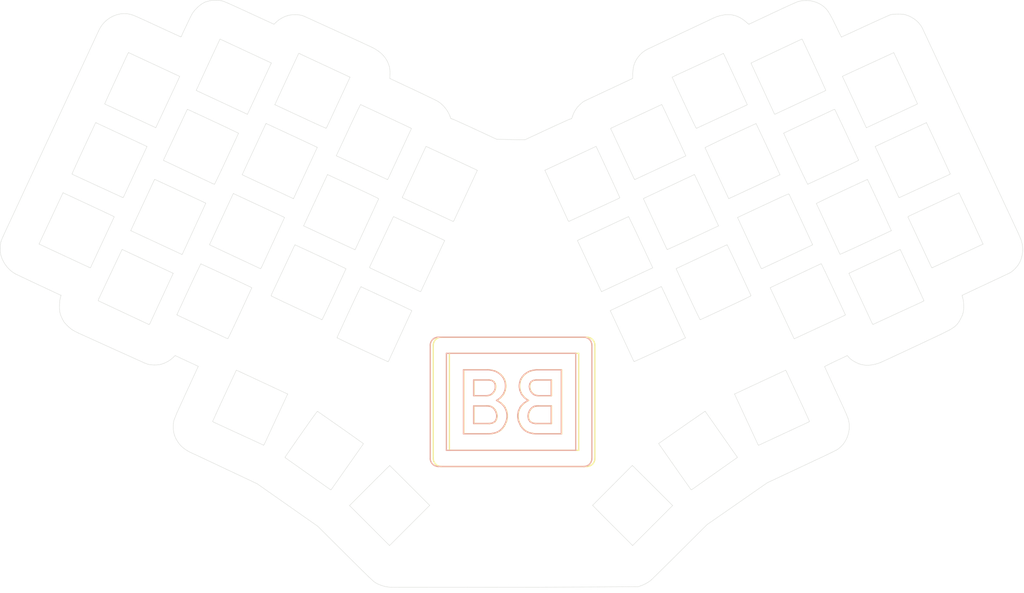
<source format=kicad_pcb>
(kicad_pcb (version 20171130) (host pcbnew "(5.1.10)-1")
  (layers (0 F.Cu signal) (31 B.Cu signal) (34 B.Paste user) (35 F.Paste user) (36 B.SilkS user) (37 F.SilkS user) (38 B.Mask user) (39 F.Mask user) (44 Edge.Cuts user))
  (net 0 "")
  (module MountingHole:MountingHole_2.2mm_M2 (layer F.Cu) (at 65.412593 128.678404)
    (fp_text reference "" (at 0 -3.2) (layer F.SilkS))
    (fp_text value "")
    (pad 1 np_thru_hole circle (at 0 0) (size 2.2 2.2) (drill 2.2) (layers *.Cu *.Mask))
  )
  (module MountingHole:MountingHole_2.2mm_M2 (layer F.Cu) (at 113.162593 41.508404)
    (fp_text reference "" (at 0 -3.2) (layer F.SilkS))
    (fp_text value "")
    (pad 1 np_thru_hole circle (at 0 0) (size 2.2 2.2) (drill 2.2) (layers *.Cu *.Mask))
  )
  (module MountingHole:MountingHole_2.2mm_M2 (layer F.Cu) (at 177.882593 41.468404)
    (fp_text reference "" (at 0 -3.2) (layer F.SilkS))
    (fp_text value "")
    (pad 1 np_thru_hole circle (at 0 0) (size 2.2 2.2) (drill 2.2) (layers *.Cu *.Mask))
  )
  (module MountingHole:MountingHole_2.2mm_M2 (layer F.Cu) (at 241.952593 26.808404)
    (fp_text reference "" (at 0 -3.2) (layer F.SilkS))
    (fp_text value "")
    (pad 1 np_thru_hole circle (at 0 0) (size 2.2 2.2) (drill 2.2) (layers *.Cu *.Mask))
  )
  (module MountingHole:MountingHole_2.2mm_M2 (layer F.Cu) (at 268.942593 83.698404)
    (fp_text reference "" (at 0 -3.2) (layer F.SilkS))
    (fp_text value "")
    (pad 1 np_thru_hole circle (at 0 0) (size 2.2 2.2) (drill 2.2) (layers *.Cu *.Mask))
  )
  (module MountingHole:MountingHole_2.2mm_M2 (layer F.Cu) (at 226.262593 127.488404)
    (fp_text reference "" (at 0 -3.2) (layer F.SilkS))
    (fp_text value "")
    (pad 1 np_thru_hole circle (at 0 0) (size 2.2 2.2) (drill 2.2) (layers *.Cu *.Mask))
  )
  (module MountingHole:MountingHole_2.2mm_M2 (layer F.Cu) (at 146.042593 163.398404)
    (fp_text reference "" (at 0 -3.2) (layer F.SilkS))
    (fp_text value "")
    (pad 1 np_thru_hole circle (at 0 0) (size 2.2 2.2) (drill 2.2) (layers *.Cu *.Mask))
  )
  (module MountingHole:MountingHole_2.2mm_M2 (layer F.Cu) (at 22.482593 84.148404)
    (fp_text reference "" (at 0 -3.2) (layer F.SilkS))
    (fp_text value "")
    (pad 1 np_thru_hole circle (at 0 0) (size 2.2 2.2) (drill 2.2) (layers *.Cu *.Mask))
  )
  (module MountingHole:MountingHole_2.2mm_M2 (layer F.Cu) (at 48.362593 27.118404)
    (fp_text reference "" (at 0 -3.2) (layer F.SilkS))
    (fp_text value "")
    (pad 1 np_thru_hole circle (at 0 0) (size 2.2 2.2) (drill 2.2) (layers *.Cu *.Mask))
  )
  (gr_line (start 126.532593 105.228404) (end 126.417193 105.601404) (layer F.SilkS) (width 0.32))
  (gr_line (start 140.895793 127.668444) (end 140.997393 127.652984) (layer F.SilkS) (width 0.32))
  (gr_line (start 142.966793 113.188004) (end 142.869193 113.098204) (layer F.SilkS) (width 0.32))
  (gr_line (start 139.848593 127.746684) (end 140.135793 127.746684) (layer F.SilkS) (width 0.32))
  (gr_line (start 144.584393 123.629124) (end 144.584393 123.339224) (layer F.SilkS) (width 0.32))
  (gr_line (start 143.826393 114.309204) (end 143.488593 113.756204) (layer F.SilkS) (width 0.32))
  (gr_line (start 127.960593 104.058004) (end 127.587593 104.173404) (layer F.SilkS) (width 0.32))
  (gr_line (start 144.428393 124.499784) (end 144.584393 123.629124) (layer F.SilkS) (width 0.32))
  (gr_line (start 164.080017 104.018004) (end 128.361193 104.018004) (layer F.SilkS) (width 0.32))
  (gr_line (start 140.751193 112.115404) (end 140.074394 112.039204) (layer F.SilkS) (width 0.32))
  (gr_line (start 142.327993 112.707404) (end 141.716393 112.394804) (layer F.SilkS) (width 0.32))
  (gr_line (start 141.716393 112.394804) (end 141.583593 112.344204) (layer F.SilkS) (width 0.32))
  (gr_line (start 140.074394 112.039204) (end 139.848593 112.039204) (layer F.SilkS) (width 0.32))
  (gr_line (start 133.893793 127.746684) (end 139.848593 127.746684) (layer F.SilkS) (width 0.32))
  (gr_line (start 141.583593 112.344204) (end 141.450793 112.293204) (layer F.SilkS) (width 0.32))
  (gr_line (start 143.857593 125.777484) (end 143.916393 125.687384) (layer F.SilkS) (width 0.32))
  (gr_line (start 141.102993 127.633444) (end 141.577793 127.523724) (layer F.SilkS) (width 0.32))
  (gr_line (start 144.396993 124.605344) (end 144.428393 124.499784) (layer F.SilkS) (width 0.32))
  (gr_line (start 142.585993 127.096024) (end 142.986393 126.804984) (layer F.SilkS) (width 0.32))
  (gr_line (start 144.209193 115.797464) (end 144.127393 115.186404) (layer F.SilkS) (width 0.32))
  (gr_line (start 127.250393 104.355804) (end 126.956993 104.597804) (layer F.SilkS) (width 0.32))
  (gr_line (start 143.138793 126.668244) (end 143.494393 126.287384) (layer F.SilkS) (width 0.32))
  (gr_line (start 142.969793 118.845104) (end 143.658593 118.023284) (layer F.SilkS) (width 0.32))
  (gr_line (start 143.935793 114.551404) (end 143.880993 114.430404) (layer F.SilkS) (width 0.32))
  (gr_line (start 143.658593 118.023284) (end 144.071793 117.075164) (layer F.SilkS) (width 0.32))
  (gr_line (start 144.365793 124.710604) (end 144.396993 124.605344) (layer F.SilkS) (width 0.32))
  (gr_line (start 144.209193 116.269844) (end 144.209193 116.001444) (layer F.SilkS) (width 0.32))
  (gr_line (start 126.956993 104.597804) (end 126.714993 104.891205) (layer F.SilkS) (width 0.32))
  (gr_line (start 126.714993 104.891205) (end 126.532593 105.228404) (layer F.SilkS) (width 0.32))
  (gr_line (start 128.261193 104.018004) (end 127.960593 104.058004) (layer F.SilkS) (width 0.32))
  (gr_line (start 139.848593 112.039204) (end 133.893793 112.039204) (layer F.SilkS) (width 0.32))
  (gr_line (start 143.904393 121.088564) (end 143.794993 120.928204) (layer F.SilkS) (width 0.32))
  (gr_line (start 143.101593 120.220945) (end 142.212793 119.638864) (layer F.SilkS) (width 0.32))
  (gr_line (start 143.488593 113.756204) (end 143.064593 113.273804) (layer F.SilkS) (width 0.32))
  (gr_line (start 143.916393 125.687384) (end 144.365793 124.710604) (layer F.SilkS) (width 0.32))
  (gr_line (start 143.064593 113.273804) (end 142.966793 113.188004) (layer F.SilkS) (width 0.32))
  (gr_line (start 144.127393 115.186404) (end 143.935793 114.551404) (layer F.SilkS) (width 0.32))
  (gr_line (start 143.880993 114.430404) (end 143.826393 114.309204) (layer F.SilkS) (width 0.32))
  (gr_line (start 142.869193 113.098204) (end 142.327993 112.707404) (layer F.SilkS) (width 0.32))
  (gr_line (start 143.794993 120.928204) (end 143.101593 120.220945) (layer F.SilkS) (width 0.32))
  (gr_line (start 141.450793 112.293204) (end 140.751193 112.115404) (layer F.SilkS) (width 0.32))
  (gr_line (start 143.802993 125.867364) (end 143.857593 125.777484) (layer F.SilkS) (width 0.32))
  (gr_line (start 144.209193 116.001444) (end 144.209193 115.797464) (layer F.SilkS) (width 0.32))
  (gr_line (start 140.997393 127.652984) (end 141.102993 127.633444) (layer F.SilkS) (width 0.32))
  (gr_line (start 141.577793 127.523724) (end 141.981993 127.398924) (layer F.SilkS) (width 0.32))
  (gr_line (start 142.146393 127.332444) (end 142.585993 127.096024) (layer F.SilkS) (width 0.32))
  (gr_line (start 128.361193 104.018004) (end 128.261193 104.018004) (layer F.SilkS) (width 0.32))
  (gr_line (start 143.060593 126.738524) (end 143.138793 126.668244) (layer F.SilkS) (width 0.32))
  (gr_line (start 127.587593 104.173404) (end 127.250393 104.355804) (layer F.SilkS) (width 0.32))
  (gr_line (start 142.052393 127.371604) (end 142.146393 127.332444) (layer F.SilkS) (width 0.32))
  (gr_line (start 140.135793 127.746684) (end 140.895793 127.668444) (layer F.SilkS) (width 0.32))
  (gr_line (start 133.893793 112.039204) (end 133.893793 127.746684) (layer F.SilkS) (width 0.32))
  (gr_line (start 143.494393 126.287384) (end 143.802993 125.867364) (layer F.SilkS) (width 0.32))
  (gr_line (start 142.986393 126.804984) (end 143.060593 126.738524) (layer F.SilkS) (width 0.32))
  (gr_line (start 142.005593 119.541364) (end 142.262193 119.393884) (layer F.SilkS) (width 0.32))
  (gr_line (start 142.212793 119.638864) (end 142.005593 119.541364) (layer F.SilkS) (width 0.32))
  (gr_line (start 141.981993 127.398924) (end 142.052393 127.371604) (layer F.SilkS) (width 0.32))
  (gr_line (start 142.262193 119.393884) (end 142.969793 118.845104) (layer F.SilkS) (width 0.32))
  (gr_line (start 144.071793 117.075164) (end 144.209193 116.269844) (layer F.SilkS) (width 0.32))
  (gr_line (start 149.750613 123.585884) (end 149.750613 123.386064) (layer F.SilkS) (width 0.32))
  (gr_line (start 152.282353 120.901164) (end 155.423973 120.901164) (layer F.SilkS) (width 0.32))
  (gr_line (start 139.606993 120.901164) (end 139.866193 120.906964) (layer F.SilkS) (width 0.32))
  (gr_line (start 141.582393 121.873784) (end 141.630393 121.955904) (layer F.SilkS) (width 0.32))
  (gr_line (start 142.052393 123.585884) (end 141.932393 124.186164) (layer F.SilkS) (width 0.32))
  (gr_line (start 150.832093 125.100364) (end 150.231294 124.757464) (layer F.SilkS) (width 0.32))
  (gr_line (start 136.378993 120.901164) (end 139.520393 120.901164) (layer F.SilkS) (width 0.32))
  (gr_line (start 141.932393 124.186164) (end 141.571993 124.757464) (layer F.SilkS) (width 0.32))
  (gr_line (start 139.866193 120.906964) (end 140.075393 120.920424) (layer F.SilkS) (width 0.32))
  (gr_line (start 140.551993 121.018304) (end 140.635393 121.049764) (layer F.SilkS) (width 0.32))
  (gr_line (start 140.874393 121.173444) (end 141.161593 121.381584) (layer F.SilkS) (width 0.32))
  (gr_line (start 140.075393 120.920424) (end 140.106594 120.924604) (layer F.SilkS) (width 0.32))
  (gr_line (start 141.668593 116.654644) (end 141.501593 117.138304) (layer F.SilkS) (width 0.32))
  (gr_line (start 155.423973 125.214724) (end 151.672973 125.214724) (layer F.SilkS) (width 0.32))
  (gr_line (start 140.311593 120.947745) (end 140.508993 121.002625) (layer F.SilkS) (width 0.32))
  (gr_line (start 140.200193 118.298864) (end 140.149593 118.310444) (layer F.SilkS) (width 0.32))
  (gr_line (start 141.946993 122.641644) (end 142.052393 123.199724) (layer F.SilkS) (width 0.32))
  (gr_line (start 149.870773 124.186164) (end 149.750613 123.585884) (layer F.SilkS) (width 0.32))
  (gr_line (start 140.939393 117.863404) (end 140.833393 117.947224) (layer F.SilkS) (width 0.32))
  (gr_line (start 140.129993 125.214724) (end 136.378993 125.214724) (layer F.SilkS) (width 0.32))
  (gr_line (start 144.584393 123.037104) (end 144.414593 122.131724) (layer F.SilkS) (width 0.32))
  (gr_line (start 136.378993 125.214724) (end 136.378993 120.901164) (layer F.SilkS) (width 0.32))
  (gr_line (start 141.617193 115.421004) (end 141.724193 115.944084) (layer F.SilkS) (width 0.32))
  (gr_line (start 139.356393 118.369144) (end 136.378993 118.369144) (layer F.SilkS) (width 0.32))
  (gr_line (start 140.157794 120.924604) (end 140.311593 120.947745) (layer F.SilkS) (width 0.32))
  (gr_line (start 142.052393 123.199724) (end 142.052393 123.386064) (layer F.SilkS) (width 0.32))
  (gr_line (start 141.630393 121.955904) (end 141.700993 122.065344) (layer F.SilkS) (width 0.32))
  (gr_line (start 140.761593 114.623604) (end 141.296393 114.922804) (layer F.SilkS) (width 0.32))
  (gr_line (start 144.414593 122.131724) (end 144.017993 121.248724) (layer F.SilkS) (width 0.32))
  (gr_line (start 150.231294 124.757464) (end 149.870773 124.186164) (layer F.SilkS) (width 0.32))
  (gr_line (start 140.251193 118.283204) (end 140.200193 118.298864) (layer F.SilkS) (width 0.32))
  (gr_line (start 140.012793 114.524204) (end 140.200193 114.524204) (layer F.SilkS) (width 0.32))
  (gr_line (start 141.161593 121.381584) (end 141.413793 121.642284) (layer F.SilkS) (width 0.32))
  (gr_line (start 140.200193 114.524204) (end 140.761593 114.623604) (layer F.SilkS) (width 0.32))
  (gr_line (start 141.724193 115.944084) (end 141.724193 116.118564) (layer F.SilkS) (width 0.32))
  (gr_line (start 139.476593 118.369144) (end 139.356393 118.369144) (layer F.SilkS) (width 0.32))
  (gr_line (start 140.778793 117.990184) (end 140.511193 118.163824) (layer F.SilkS) (width 0.32))
  (gr_line (start 136.378993 114.524204) (end 140.012793 114.524204) (layer F.SilkS) (width 0.32))
  (gr_line (start 144.584393 123.339224) (end 144.584393 123.037104) (layer F.SilkS) (width 0.32))
  (gr_line (start 141.501593 117.138304) (end 141.223393 117.569044) (layer F.SilkS) (width 0.32))
  (gr_line (start 140.833393 117.947224) (end 140.778793 117.990184) (layer F.SilkS) (width 0.32))
  (gr_line (start 141.223393 117.569044) (end 140.939393 117.863404) (layer F.SilkS) (width 0.32))
  (gr_line (start 140.635393 121.049764) (end 140.874393 121.173444) (layer F.SilkS) (width 0.32))
  (gr_line (start 151.672973 125.214724) (end 151.462993 125.214724) (layer F.SilkS) (width 0.32))
  (gr_line (start 141.296393 114.922804) (end 141.617193 115.421004) (layer F.SilkS) (width 0.32))
  (gr_line (start 139.520393 120.901164) (end 139.606993 120.901164) (layer F.SilkS) (width 0.32))
  (gr_line (start 141.413793 121.642284) (end 141.582393 121.873784) (layer F.SilkS) (width 0.32))
  (gr_line (start 140.340193 125.214724) (end 140.129993 125.214724) (layer F.SilkS) (width 0.32))
  (gr_line (start 144.017993 121.248724) (end 143.904393 121.088564) (layer F.SilkS) (width 0.32))
  (gr_line (start 141.700993 122.065344) (end 141.946993 122.641644) (layer F.SilkS) (width 0.32))
  (gr_line (start 141.724193 116.118564) (end 141.724193 116.252484) (layer F.SilkS) (width 0.32))
  (gr_line (start 151.462993 125.214724) (end 150.832093 125.100364) (layer F.SilkS) (width 0.32))
  (gr_line (start 141.571993 124.757464) (end 140.971193 125.100364) (layer F.SilkS) (width 0.32))
  (gr_line (start 140.511193 118.163824) (end 140.251193 118.283204) (layer F.SilkS) (width 0.32))
  (gr_line (start 142.052393 123.386064) (end 142.052393 123.585884) (layer F.SilkS) (width 0.32))
  (gr_line (start 140.149593 118.310444) (end 139.836993 118.351504) (layer F.SilkS) (width 0.32))
  (gr_line (start 141.724193 116.252484) (end 141.668593 116.654644) (layer F.SilkS) (width 0.32))
  (gr_line (start 155.423973 120.901164) (end 155.423973 125.214724) (layer F.SilkS) (width 0.32))
  (gr_line (start 140.971193 125.100364) (end 140.340193 125.214724) (layer F.SilkS) (width 0.32))
  (gr_line (start 139.836993 118.351504) (end 139.476593 118.369144) (layer F.SilkS) (width 0.32))
  (gr_line (start 140.508993 121.002625) (end 140.551993 121.018304) (layer F.SilkS) (width 0.32))
  (gr_line (start 136.378993 118.369144) (end 136.378993 114.524204) (layer F.SilkS) (width 0.32))
  (gr_line (start 140.106594 120.924604) (end 140.157794 120.924604) (layer F.SilkS) (width 0.32))
  (gr_line (start 152.196073 120.901164) (end 152.282353 120.901164) (layer F.SilkS) (width 0.32))
  (gr_line (start 150.805333 127.652984) (end 150.907093 127.668444) (layer F.SilkS) (width 0.32))
  (gr_line (start 164.853921 135.612286) (end 165.191267 135.429834) (layer F.SilkS) (width 0.32))
  (gr_line (start 166.02443 105.601404) (end 165.90895 105.228404) (layer F.SilkS) (width 0.32))
  (gr_line (start 149.217353 127.096024) (end 149.656913 127.332444) (layer F.SilkS) (width 0.32))
  (gr_line (start 149.820873 127.398924) (end 150.225233 127.523724) (layer F.SilkS) (width 0.32))
  (gr_line (start 151.954133 127.746684) (end 157.909153 127.746684) (layer F.SilkS) (width 0.32))
  (gr_line (start 147.218653 123.339224) (end 147.218653 123.655584) (layer F.SilkS) (width 0.32))
  (gr_line (start 126.532593 134.557256) (end 126.714993 134.894604) (layer F.SilkS) (width 0.32))
  (gr_line (start 127.960593 135.727766) (end 128.261193 135.768004) (layer F.SilkS) (width 0.32))
  (gr_line (start 147.437453 124.710604) (end 147.886953 125.687664) (layer F.SilkS) (width 0.32))
  (gr_line (start 166.064393 106.002404) (end 166.064393 105.902004) (layer F.SilkS) (width 0.32))
  (gr_line (start 150.700073 127.633444) (end 150.805333 127.652984) (layer F.SilkS) (width 0.32))
  (gr_line (start 126.417193 134.184364) (end 126.532593 134.557256) (layer F.SilkS) (width 0.32))
  (gr_line (start 148.742433 126.738524) (end 148.816873 126.804984) (layer F.SilkS) (width 0.32))
  (gr_line (start 126.376793 105.902004) (end 126.376793 106.002404) (layer F.SilkS) (width 0.32))
  (gr_line (start 164.853921 104.173404) (end 164.481027 104.058004) (layer F.SilkS) (width 0.32))
  (gr_line (start 162.095633 107.986804) (end 130.345593 107.986804) (layer F.SilkS) (width 0.32))
  (gr_line (start 162.095633 131.799244) (end 162.095633 107.986804) (layer F.SilkS) (width 0.32))
  (gr_line (start 147.218653 123.655584) (end 147.374853 124.499784) (layer F.SilkS) (width 0.32))
  (gr_line (start 166.02443 134.184364) (end 166.064393 133.883676) (layer F.SilkS) (width 0.32))
  (gr_line (start 126.417193 105.601404) (end 126.376793 105.902004) (layer F.SilkS) (width 0.32))
  (gr_line (start 165.484515 104.597804) (end 165.191267 104.355804) (layer F.SilkS) (width 0.32))
  (gr_line (start 150.225233 127.523724) (end 150.700073 127.633444) (layer F.SilkS) (width 0.32))
  (gr_line (start 165.191267 135.429834) (end 165.484515 135.18785) (layer F.SilkS) (width 0.32))
  (gr_line (start 126.376793 106.002404) (end 126.376793 133.783628) (layer F.SilkS) (width 0.32))
  (gr_line (start 165.191267 104.355804) (end 164.853921 104.173404) (layer F.SilkS) (width 0.32))
  (gr_line (start 165.726499 104.891205) (end 165.484515 104.597804) (layer F.SilkS) (width 0.32))
  (gr_line (start 165.90895 105.228404) (end 165.726499 104.891205) (layer F.SilkS) (width 0.32))
  (gr_line (start 126.376793 133.783628) (end 126.376793 133.883676) (layer F.SilkS) (width 0.32))
  (gr_line (start 149.750613 127.371604) (end 149.820873 127.398924) (layer F.SilkS) (width 0.32))
  (gr_line (start 147.374853 124.499784) (end 147.406053 124.605344) (layer F.SilkS) (width 0.32))
  (gr_line (start 166.064393 133.883676) (end 166.064393 133.783628) (layer F.SilkS) (width 0.32))
  (gr_line (start 157.909153 112.039204) (end 151.954133 112.039204) (layer F.SilkS) (width 0.32))
  (gr_line (start 128.361193 135.768004) (end 164.080017 135.768004) (layer F.SilkS) (width 0.32))
  (gr_line (start 164.180341 104.018004) (end 164.080017 104.018004) (layer F.SilkS) (width 0.32))
  (gr_line (start 151.954133 112.039204) (end 151.728633 112.039204) (layer F.SilkS) (width 0.32))
  (gr_line (start 126.376793 133.883676) (end 126.417193 134.184364) (layer F.SilkS) (width 0.32))
  (gr_line (start 130.345593 107.986804) (end 130.345593 131.799244) (layer F.SilkS) (width 0.32))
  (gr_line (start 164.180341 135.768004) (end 164.481027 135.727766) (layer F.SilkS) (width 0.32))
  (gr_line (start 148.308953 126.287384) (end 148.664473 126.668244) (layer F.SilkS) (width 0.32))
  (gr_line (start 147.945373 125.777484) (end 148.000273 125.867364) (layer F.SilkS) (width 0.32))
  (gr_line (start 147.886953 125.687664) (end 147.945373 125.777484) (layer F.SilkS) (width 0.32))
  (gr_line (start 164.481027 104.058004) (end 164.180341 104.018004) (layer F.SilkS) (width 0.32))
  (gr_line (start 127.250393 135.429834) (end 127.587593 135.612286) (layer F.SilkS) (width 0.32))
  (gr_line (start 164.481027 135.727766) (end 164.853921 135.612286) (layer F.SilkS) (width 0.32))
  (gr_line (start 166.064393 133.783628) (end 166.064393 106.002404) (layer F.SilkS) (width 0.32))
  (gr_line (start 126.956993 135.18785) (end 127.250393 135.429834) (layer F.SilkS) (width 0.32))
  (gr_line (start 165.726499 134.894604) (end 165.90895 134.557256) (layer F.SilkS) (width 0.32))
  (gr_line (start 130.345593 131.799244) (end 162.095633 131.799244) (layer F.SilkS) (width 0.32))
  (gr_line (start 165.484515 135.18785) (end 165.726499 134.894604) (layer F.SilkS) (width 0.32))
  (gr_line (start 164.080017 135.768004) (end 164.180341 135.768004) (layer F.SilkS) (width 0.32))
  (gr_line (start 148.000273 125.867364) (end 148.308953 126.287384) (layer F.SilkS) (width 0.32))
  (gr_line (start 127.587593 135.612286) (end 127.960593 135.727766) (layer F.SilkS) (width 0.32))
  (gr_line (start 148.664473 126.668244) (end 148.742433 126.738524) (layer F.SilkS) (width 0.32))
  (gr_line (start 165.90895 134.557256) (end 166.02443 134.184364) (layer F.SilkS) (width 0.32))
  (gr_line (start 147.406053 124.605344) (end 147.437453 124.710604) (layer F.SilkS) (width 0.32))
  (gr_line (start 126.714993 134.894604) (end 126.956993 135.18785) (layer F.SilkS) (width 0.32))
  (gr_line (start 151.692573 127.746684) (end 151.954133 127.746684) (layer F.SilkS) (width 0.32))
  (gr_line (start 150.907093 127.668444) (end 151.692573 127.746684) (layer F.SilkS) (width 0.32))
  (gr_line (start 148.816873 126.804984) (end 149.217353 127.096024) (layer F.SilkS) (width 0.32))
  (gr_line (start 157.909153 127.746684) (end 157.909153 112.039204) (layer F.SilkS) (width 0.32))
  (gr_line (start 149.656913 127.332444) (end 149.750613 127.371604) (layer F.SilkS) (width 0.32))
  (gr_line (start 166.064393 105.902004) (end 166.02443 105.601404) (layer F.SilkS) (width 0.32))
  (gr_line (start 128.261193 135.768004) (end 128.361193 135.768004) (layer F.SilkS) (width 0.32))
  (gr_line (start 151.936774 120.906964) (end 152.196073 120.901164) (layer F.SilkS) (width 0.32))
  (gr_line (start 151.727853 120.920424) (end 151.936774 120.906964) (layer F.SilkS) (width 0.32))
  (gr_line (start 151.696393 120.924604) (end 151.727853 120.920424) (layer F.SilkS) (width 0.32))
  (gr_line (start 151.491353 120.947745) (end 151.645173 120.924604) (layer F.SilkS) (width 0.32))
  (gr_line (start 151.645173 120.924604) (end 151.696393 120.924604) (layer F.SilkS) (width 0.32))
  (gr_line (start 151.728633 112.039204) (end 151.051793 112.115404) (layer F.SilkS) (width 0.32))
  (gr_line (start 150.134573 116.654644) (end 150.078613 116.252484) (layer F.SilkS) (width 0.32))
  (gr_line (start 150.352313 112.293204) (end 150.219453 112.344204) (layer F.SilkS) (width 0.32))
  (gr_line (start 151.051793 112.115404) (end 150.352313 112.293204) (layer F.SilkS) (width 0.32))
  (gr_line (start 150.579913 117.569044) (end 150.301573 117.138304) (layer F.SilkS) (width 0.32))
  (gr_line (start 147.921953 114.430404) (end 147.867413 114.551404) (layer F.SilkS) (width 0.32))
  (gr_line (start 150.220793 121.874064) (end 150.389493 121.642564) (layer F.SilkS) (width 0.32))
  (gr_line (start 148.701373 120.220945) (end 148.007953 120.928204) (layer F.SilkS) (width 0.32))
  (gr_line (start 150.172593 121.956184) (end 150.220793 121.874064) (layer F.SilkS) (width 0.32))
  (gr_line (start 147.593733 116.269624) (end 147.731513 117.075164) (layer F.SilkS) (width 0.32))
  (gr_line (start 147.785273 121.248724) (end 147.388693 122.131724) (layer F.SilkS) (width 0.32))
  (gr_line (start 148.933993 113.098204) (end 148.836133 113.188004) (layer F.SilkS) (width 0.32))
  (gr_line (start 150.078613 116.118564) (end 150.078613 115.944084) (layer F.SilkS) (width 0.32))
  (gr_line (start 149.750613 123.386064) (end 149.750613 123.199724) (layer F.SilkS) (width 0.32))
  (gr_line (start 151.292113 118.163824) (end 151.024493 117.990184) (layer F.SilkS) (width 0.32))
  (gr_line (start 150.641654 121.381584) (end 150.928814 121.173444) (layer F.SilkS) (width 0.32))
  (gr_line (start 151.966273 118.351504) (end 151.653693 118.310444) (layer F.SilkS) (width 0.32))
  (gr_line (start 152.446614 118.369144) (end 152.326733 118.369144) (layer F.SilkS) (width 0.32))
  (gr_line (start 149.750613 123.199724) (end 149.856153 122.641644) (layer F.SilkS) (width 0.32))
  (gr_line (start 147.218653 123.037104) (end 147.218653 123.339224) (layer F.SilkS) (width 0.32))
  (gr_line (start 149.590513 119.638864) (end 148.701373 120.220945) (layer F.SilkS) (width 0.32))
  (gr_line (start 150.969673 117.947224) (end 150.863834 117.863404) (layer F.SilkS) (width 0.32))
  (gr_line (start 151.167793 121.049764) (end 151.251033 121.018304) (layer F.SilkS) (width 0.32))
  (gr_line (start 151.251033 121.018304) (end 151.294013 121.002625) (layer F.SilkS) (width 0.32))
  (gr_line (start 149.541133 119.393884) (end 149.797453 119.541364) (layer F.SilkS) (width 0.32))
  (gr_line (start 151.602973 114.524404) (end 151.790093 114.524404) (layer F.SilkS) (width 0.32))
  (gr_line (start 151.551953 118.283204) (end 151.292113 118.163824) (layer F.SilkS) (width 0.32))
  (gr_line (start 147.898533 121.088564) (end 147.785273 121.248724) (layer F.SilkS) (width 0.32))
  (gr_line (start 150.863834 117.863404) (end 150.579913 117.569044) (layer F.SilkS) (width 0.32))
  (gr_line (start 147.867413 114.551404) (end 147.675853 115.186404) (layer F.SilkS) (width 0.32))
  (gr_line (start 149.797453 119.541364) (end 149.590513 119.638864) (layer F.SilkS) (width 0.32))
  (gr_line (start 155.423973 114.524404) (end 155.423973 118.369144) (layer F.SilkS) (width 0.32))
  (gr_line (start 148.836133 113.188004) (end 148.738553 113.274004) (layer F.SilkS) (width 0.32))
  (gr_line (start 147.731513 117.075164) (end 148.144693 118.023284) (layer F.SilkS) (width 0.32))
  (gr_line (start 151.602694 118.298864) (end 151.551953 118.283204) (layer F.SilkS) (width 0.32))
  (gr_line (start 150.185793 115.421004) (end 150.506613 114.923004) (layer F.SilkS) (width 0.32))
  (gr_line (start 147.388693 122.131724) (end 147.218653 123.037104) (layer F.SilkS) (width 0.32))
  (gr_line (start 150.928814 121.173444) (end 151.167793 121.049764) (layer F.SilkS) (width 0.32))
  (gr_line (start 150.301573 117.138304) (end 150.134573 116.654644) (layer F.SilkS) (width 0.32))
  (gr_line (start 151.294013 121.002625) (end 151.491353 120.947745) (layer F.SilkS) (width 0.32))
  (gr_line (start 150.078613 115.944084) (end 150.185793 115.421004) (layer F.SilkS) (width 0.32))
  (gr_line (start 147.675853 115.186404) (end 147.593733 115.797464) (layer F.SilkS) (width 0.32))
  (gr_line (start 150.219453 112.344204) (end 150.086593 112.394804) (layer F.SilkS) (width 0.32))
  (gr_line (start 148.833393 118.845104) (end 149.541133 119.393884) (layer F.SilkS) (width 0.32))
  (gr_line (start 150.506613 114.923004) (end 151.041574 114.624004) (layer F.SilkS) (width 0.32))
  (gr_line (start 147.976833 114.309204) (end 147.921953 114.430404) (layer F.SilkS) (width 0.32))
  (gr_line (start 155.423973 118.369144) (end 152.446614 118.369144) (layer F.SilkS) (width 0.32))
  (gr_line (start 147.593733 116.001164) (end 147.593733 116.269624) (layer F.SilkS) (width 0.32))
  (gr_line (start 148.314733 113.756204) (end 147.976833 114.309204) (layer F.SilkS) (width 0.32))
  (gr_line (start 148.738553 113.274004) (end 148.314733 113.756204) (layer F.SilkS) (width 0.32))
  (gr_line (start 151.653693 118.310444) (end 151.602694 118.298864) (layer F.SilkS) (width 0.32))
  (gr_line (start 151.024493 117.990184) (end 150.969673 117.947224) (layer F.SilkS) (width 0.32))
  (gr_line (start 152.326733 118.369144) (end 151.966273 118.351504) (layer F.SilkS) (width 0.32))
  (gr_line (start 147.593733 115.797464) (end 147.593733 116.001164) (layer F.SilkS) (width 0.32))
  (gr_line (start 148.007953 120.928204) (end 147.898533 121.088564) (layer F.SilkS) (width 0.32))
  (gr_line (start 150.078613 116.252484) (end 150.078613 116.118564) (layer F.SilkS) (width 0.32))
  (gr_line (start 151.790093 114.524404) (end 155.423973 114.524404) (layer F.SilkS) (width 0.32))
  (gr_line (start 150.086593 112.394804) (end 149.475293 112.707404) (layer F.SilkS) (width 0.32))
  (gr_line (start 149.475293 112.707404) (end 148.933993 113.098204) (layer F.SilkS) (width 0.32))
  (gr_line (start 150.102333 122.065344) (end 150.172593 121.956184) (layer F.SilkS) (width 0.32))
  (gr_line (start 150.389493 121.642564) (end 150.641654 121.381584) (layer F.SilkS) (width 0.32))
  (gr_line (start 151.041574 114.624004) (end 151.602973 114.524404) (layer F.SilkS) (width 0.32))
  (gr_line (start 149.856153 122.641644) (end 150.102333 122.065344) (layer F.SilkS) (width 0.32))
  (gr_line (start 148.144693 118.023284) (end 148.833393 118.845104) (layer F.SilkS) (width 0.32))
  (gr_line (start 165.588658 145.20981) (end 170.381077 140.395716) (layer Edge.Cuts) (width 0.08465))
  (gr_arc (start 115.686032 135.580808) (end 115.716012 135.550561) (angle -44.74699554) (layer Edge.Cuts) (width 0.08465))
  (gr_line (start 125.505432 145.315838) (end 120.574298 150.246432) (layer Edge.Cuts) (width 0.08465))
  (gr_line (start 178.346235 138.565371) (end 180.231657 140.44792) (layer Edge.Cuts) (width 0.08465))
  (gr_line (start 170.381077 140.395716) (end 175.174249 135.581999) (layer Edge.Cuts) (width 0.08465))
  (gr_arc (start 165.62878 145.315843) (end 165.544882 145.315843) (angle -44.48800396) (layer Edge.Cuts) (width 0.08465))
  (gr_arc (start 175.279629 135.686942) (end 175.279629 135.53822) (angle -45.11917572) (layer Edge.Cuts) (width 0.08465))
  (gr_line (start 180.231657 140.44792) (end 185.140809 145.35762) (layer Edge.Cuts) (width 0.08465))
  (gr_line (start 105.824854 145.35762) (end 110.734007 140.44792) (layer Edge.Cuts) (width 0.08465))
  (gr_line (start 168.55923 148.408416) (end 166.980969 146.811555) (layer Edge.Cuts) (width 0.08465))
  (gr_arc (start 175.279629 135.580811) (end 175.309612 135.550563) (angle -44.74809832) (layer Edge.Cuts) (width 0.08465))
  (gr_line (start 175.309612 135.550563) (end 176.751973 136.980445) (layer Edge.Cuts) (width 0.08465))
  (gr_line (start 117.152238 136.974308) (end 118.739756 138.552491) (layer Edge.Cuts) (width 0.08465))
  (gr_line (start 115.643164 155.177025) (end 110.734009 150.267323) (layer Edge.Cuts) (width 0.08465))
  (gr_line (start 166.980969 146.811555) (end 165.568927 145.374636) (layer Edge.Cuts) (width 0.08465))
  (gr_line (start 180.231655 150.267322) (end 175.322501 155.177023) (layer Edge.Cuts) (width 0.08465))
  (gr_line (start 118.739756 138.552491) (end 120.617168 140.427029) (layer Edge.Cuts) (width 0.08465))
  (gr_line (start 112.619428 138.565371) (end 114.213689 136.980445) (layer Edge.Cuts) (width 0.08465))
  (gr_line (start 110.734009 150.267323) (end 105.824854 145.35762) (layer Edge.Cuts) (width 0.08465))
  (gr_line (start 115.716012 135.550561) (end 117.152238 136.974308) (layer Edge.Cuts) (width 0.08465))
  (gr_line (start 120.574298 150.246432) (end 115.643164 155.177025) (layer Edge.Cuts) (width 0.08465))
  (gr_line (start 176.751973 136.980445) (end 178.346235 138.565371) (layer Edge.Cuts) (width 0.08465))
  (gr_arc (start 165.695183 145.315843) (end 165.588658 145.20981) (angle -44.86740709) (layer Edge.Cuts) (width 0.08465))
  (gr_line (start 185.140809 145.35762) (end 180.231655 150.267322) (layer Edge.Cuts) (width 0.08465))
  (gr_line (start 110.734007 140.44792) (end 112.619428 138.565371) (layer Edge.Cuts) (width 0.08465))
  (gr_line (start 170.433691 150.288758) (end 168.55923 148.408416) (layer Edge.Cuts) (width 0.08465))
  (gr_line (start 175.322501 155.177023) (end 170.433691 150.288758) (layer Edge.Cuts) (width 0.08465))
  (gr_arc (start 115.686031 135.580808) (end 115.686032 135.53822) (angle -44.74809832) (layer Edge.Cuts) (width 0.08465))
  (gr_line (start 114.213689 136.980445) (end 115.65605 135.550562) (layer Edge.Cuts) (width 0.08465))
  (gr_line (start 120.617168 140.427029) (end 125.505432 145.315838) (layer Edge.Cuts) (width 0.08465))
  (gr_arc (start 218.510063 27.352004) (end 222.800048 23.380239) (angle -17.19603971) (layer Edge.Cuts) (width 0.08465))
  (gr_arc (start 218.792149 27.090845) (end 223.308168 24.018807) (angle -8.568599814) (layer Edge.Cuts) (width 0.08465))
  (gr_arc (start 217.916507 28.578712) (end 219.751392 21.597054) (angle -14.85908761) (layer Edge.Cuts) (width 0.08465))
  (gr_arc (start 218.012517 28.213426) (end 221.434059 22.289482) (angle -15.28466812) (layer Edge.Cuts) (width 0.08465))
  (gr_line (start 234.63415 26.629112) (end 232.394482 27.659149) (layer Edge.Cuts) (width 0.08465))
  (gr_arc (start 239.456179 27.604485) (end 238.68421 24.846502) (angle -8.242910804) (layer Edge.Cuts) (width 0.08465))
  (gr_arc (start 240.673215 31.320435) (end 245.468252 26.752011) (angle -10.14777948) (layer Edge.Cuts) (width 0.08465))
  (gr_line (start 258.342372 53.541756) (end 246.549608 28.328919) (layer Edge.Cuts) (width 0.08465))
  (gr_line (start 256.271806 94.043061) (end 256.239009 93.901822) (layer Edge.Cuts) (width 0.08465))
  (gr_arc (start 246.958348 96.445559) (end 256.615933 96.185808) (angle -6.402168855) (layer Edge.Cuts) (width 0.08465))
  (gr_arc (start 241.094474 30.919092) (end 246.17574 27.651795) (angle -10.87230516) (layer Edge.Cuts) (width 0.08465))
  (gr_line (start 256.239009 93.901822) (end 256.219526 93.786015) (layer Edge.Cuts) (width 0.08465))
  (gr_line (start 239.856959 24.699675) (end 239.388107 24.725631) (layer Edge.Cuts) (width 0.08465))
  (gr_line (start 240.502457 24.691011) (end 239.856959 24.699675) (layer Edge.Cuts) (width 0.08465))
  (gr_arc (start 240.020796 32.47733) (end 243.558142 25.351788) (angle -8.96839682) (layer Edge.Cuts) (width 0.08465))
  (gr_line (start 255.865563 99.515851) (end 256.209085 98.790907) (layer Edge.Cuts) (width 0.08465))
  (gr_line (start 267.753495 88.318459) (end 268.020217 88.177206) (layer Edge.Cuts) (width 0.08465))
  (gr_arc (start 240.431183 31.650659) (end 244.588341 25.978651) (angle -9.837368887) (layer Edge.Cuts) (width 0.08465))
  (gr_line (start 266.101196 89.103181) (end 267.753495 88.318459) (layer Edge.Cuts) (width 0.08465))
  (gr_line (start 256.271139 93.723341) (end 257.935868 92.938453) (layer Edge.Cuts) (width 0.08465))
  (gr_line (start 251.049052 103.29422) (end 253.117841 102.252735) (layer Edge.Cuts) (width 0.08465))
  (gr_line (start 245.098853 106.093775) (end 251.049052 103.29422) (layer Edge.Cuts) (width 0.08465))
  (gr_arc (start 264.782761 82.767156) (end 270.386667 85.589239) (angle -13.02281822) (layer Edge.Cuts) (width 0.08465))
  (gr_line (start 255.463985 100.214499) (end 255.865563 99.515851) (layer Edge.Cuts) (width 0.08465))
  (gr_arc (start 241.314131 30.777863) (end 246.549608 28.328919) (angle -7.673161828) (layer Edge.Cuts) (width 0.08465))
  (gr_line (start 241.865341 107.605547) (end 245.098853 106.093775) (layer Edge.Cuts) (width 0.08465))
  (gr_arc (start 263.570829 82.500753) (end 271.083222 82.785601) (angle -11.42561656) (layer Edge.Cuts) (width 0.08465))
  (gr_line (start 257.935868 92.938453) (end 259.785512 92.06883) (layer Edge.Cuts) (width 0.08465))
  (gr_arc (start 251.176297 95.857046) (end 256.526741 95.110544) (angle -9.893186016) (layer Edge.Cuts) (width 0.08465))
  (gr_arc (start 251.370971 97.674124) (end 254.242551 101.539553) (angle -13.54086153) (layer Edge.Cuts) (width 0.08465))
  (gr_arc (start 265.115125 82.93453) (end 269.934144 86.342416) (angle -8.537474301) (layer Edge.Cuts) (width 0.08465))
  (gr_arc (start 251.848129 96.932128) (end 256.209085 98.790907) (angle -8.008064394) (layer Edge.Cuts) (width 0.08465))
  (gr_line (start 225.834832 28.843272) (end 225.392432 27.928185) (layer Edge.Cuts) (width 0.08465))
  (gr_arc (start 264.205666 82.397308) (end 270.990774 81.291784) (angle -12.21830986) (layer Edge.Cuts) (width 0.08465))
  (gr_line (start 226.560022 30.294604) (end 226.216854 29.61409) (layer Edge.Cuts) (width 0.08465))
  (gr_arc (start 226.597474 30.214046) (end 226.594229 30.3164) (angle -26.42081792) (layer Edge.Cuts) (width 0.08465))
  (gr_arc (start 251.437071 96.821389) (end 256.42551 98.165245) (angle -10.20427618) (layer Edge.Cuts) (width 0.08465))
  (gr_line (start 232.394482 27.659149) (end 230.188933 28.678575) (layer Edge.Cuts) (width 0.08465))
  (gr_line (start 236.610347 25.736046) (end 234.63415 26.629112) (layer Edge.Cuts) (width 0.08465))
  (gr_line (start 238.296772 24.985671) (end 236.610347 25.736046) (layer Edge.Cuts) (width 0.08465))
  (gr_line (start 230.188933 28.678575) (end 228.3224 29.536604) (layer Edge.Cuts) (width 0.08465))
  (gr_line (start 261.973988 91.044292) (end 264.183428 90.008636) (layer Edge.Cuts) (width 0.08465))
  (gr_arc (start 239.538573 27.898863) (end 239.016158 24.772535) (angle -6.150485484) (layer Edge.Cuts) (width 0.08465))
  (gr_arc (start 248.858063 94.29149) (end 253.117841 102.252735) (angle -8.458514786) (layer Edge.Cuts) (width 0.08465))
  (gr_line (start 239.388107 24.725631) (end 239.016158 24.772535) (layer Edge.Cuts) (width 0.08465))
  (gr_arc (start 265.607733 84.060615) (end 268.020217 88.177206) (angle -9.901192475) (layer Edge.Cuts) (width 0.08465))
  (gr_line (start 259.785512 92.06883) (end 261.973988 91.044292) (layer Edge.Cuts) (width 0.08465))
  (gr_arc (start 256.259789 93.780307) (end 256.231034 93.751552) (angle -53.06910242) (layer Edge.Cuts) (width 0.08465))
  (gr_line (start 241.660346 24.724187) (end 241.221923 24.697372) (layer Edge.Cuts) (width 0.08465))
  (gr_arc (start 241.352542 27.703683) (end 242.012853 24.782018) (angle -6.837024484) (layer Edge.Cuts) (width 0.08465))
  (gr_arc (start 263.712602 82.506138) (end 270.878462 84.253878) (angle -11.53534864) (layer Edge.Cuts) (width 0.08465))
  (gr_arc (start 256.3321 93.852618) (end 256.271139 93.723341) (angle -19.75350607) (layer Edge.Cuts) (width 0.08465))
  (gr_line (start 256.318921 94.202374) (end 256.271806 94.043061) (layer Edge.Cuts) (width 0.08465))
  (gr_line (start 264.183428 90.008636) (end 266.101196 89.103181) (layer Edge.Cuts) (width 0.08465))
  (gr_arc (start 247.011884 96.444125) (end 256.58468 97.260246) (angle -6.413619056) (layer Edge.Cuts) (width 0.08465))
  (gr_arc (start 251.21166 97.541162) (end 255.067777 100.759758) (angle -7.694222984) (layer Edge.Cuts) (width 0.08465))
  (gr_line (start 242.404098 24.887466) (end 242.012853 24.782018) (layer Edge.Cuts) (width 0.08465))
  (gr_arc (start 264.048587 82.220381) (end 268.692131 87.701066) (angle -7.286941706) (layer Edge.Cuts) (width 0.08465))
  (gr_line (start 241.221923 24.697372) (end 240.502457 24.691011) (layer Edge.Cuts) (width 0.08465))
  (gr_line (start 223.843828 24.877553) (end 223.308168 24.018807) (layer Edge.Cuts) (width 0.08465))
  (gr_line (start 224.494136 26.093625) (end 223.843828 24.877553) (layer Edge.Cuts) (width 0.08465))
  (gr_line (start 269.96158 78.388773) (end 258.342372 53.541756) (layer Edge.Cuts) (width 0.08465))
  (gr_line (start 270.60311 79.880845) (end 269.96158 78.388773) (layer Edge.Cuts) (width 0.08465))
  (gr_arc (start 263.855158 82.043507) (end 269.349789 87.067821) (angle -7.172922061) (layer Edge.Cuts) (width 0.08465))
  (gr_line (start 225.392432 27.928185) (end 224.494136 26.093625) (layer Edge.Cuts) (width 0.08465))
  (gr_line (start 226.216854 29.61409) (end 225.834832 28.843272) (layer Edge.Cuts) (width 0.08465))
  (gr_arc (start 226.595488 30.276682) (end 226.560022 30.294604) (angle -61.37543848) (layer Edge.Cuts) (width 0.08465))
  (gr_line (start 228.3224 29.536604) (end 226.640111 30.307152) (layer Edge.Cuts) (width 0.08465))
  (gr_line (start 110.573454 162.890459) (end 111.656046 163.896224) (layer Edge.Cuts) (width 0.08465))
  (gr_arc (start 221.431736 125.916707) (end 228.016025 128.555497) (angle -16.05888335) (layer Edge.Cuts) (width 0.08465))
  (gr_line (start 224.305529 132.259116) (end 225.315881 131.753601) (layer Edge.Cuts) (width 0.08465))
  (gr_line (start 177.953192 164.816806) (end 178.535831 164.534492) (layer Edge.Cuts) (width 0.08465))
  (gr_line (start 112.904062 164.669924) (end 113.643611 164.962314) (layer Edge.Cuts) (width 0.08465))
  (gr_line (start 217.871293 135.309615) (end 220.088237 134.269019) (layer Edge.Cuts) (width 0.08465))
  (gr_arc (start 115.543259 158.751179) (end 112.257707 164.337058) (angle -6.431252301) (layer Edge.Cuts) (width 0.08465))
  (gr_arc (start 114.139524 161.137714) (end 111.656046 163.896224) (angle -11.53306261) (layer Edge.Cuts) (width 0.08465))
  (gr_line (start 108.759247 161.121664) (end 110.573454 162.890459) (layer Edge.Cuts) (width 0.08465))
  (gr_line (start 220.088237 134.269019) (end 221.748963 133.489205) (layer Edge.Cuts) (width 0.08465))
  (gr_line (start 116.203628 165.403078) (end 134.735972 165.409698) (layer Edge.Cuts) (width 0.08465))
  (gr_line (start 213.357686 137.427473) (end 215.509755 136.417826) (layer Edge.Cuts) (width 0.08465))
  (gr_arc (start 232.827478 102.29732) (end 233.873687 110.840096) (angle -7.790141164) (layer Edge.Cuts) (width 0.08465))
  (gr_arc (start 233.48542 103.572407) (end 228.978735 109.482573) (angle -7.986318497) (layer Edge.Cuts) (width 0.08465))
  (gr_line (start 223.265252 110.815195) (end 224.152607 110.372198) (layer Edge.Cuts) (width 0.08465))
  (gr_line (start 224.124232 114.886201) (end 223.268912 113.017828) (layer Edge.Cuts) (width 0.08465))
  (gr_line (start 223.094978 132.849728) (end 224.305529 132.259116) (layer Edge.Cuts) (width 0.08465))
  (gr_line (start 221.748963 133.489205) (end 223.094978 132.849728) (layer Edge.Cuts) (width 0.08465))
  (gr_line (start 179.997451 163.522007) (end 181.972908 161.590588) (layer Edge.Cuts) (width 0.08465))
  (gr_arc (start 232.883797 105.106321) (end 231.737301 110.782869) (angle -10.22234572) (layer Edge.Cuts) (width 0.08465))
  (gr_line (start 113.643611 164.962314) (end 114.40589 165.190315) (layer Edge.Cuts) (width 0.08465))
  (gr_arc (start 221.743478 125.948257) (end 228.489048 126.631146) (angle -16.61228939) (layer Edge.Cuts) (width 0.08465))
  (gr_line (start 239.04058 108.919925) (end 241.865341 107.605547) (layer Edge.Cuts) (width 0.08465))
  (gr_arc (start 222.757693 111.232294) (end 222.484435 111.2642) (angle -17.82581058) (layer Edge.Cuts) (width 0.08465))
  (gr_line (start 227.112915 121.369738) (end 225.137542 117.08452) (layer Edge.Cuts) (width 0.08465))
  (gr_line (start 200.998786 144.893) (end 208.391215 139.757152) (layer Edge.Cuts) (width 0.08465))
  (gr_line (start 166.687657 165.341542) (end 176.676357 165.285183) (layer Edge.Cuts) (width 0.08465))
  (gr_line (start 236.614009 110.044499) (end 239.04058 108.919925) (layer Edge.Cuts) (width 0.08465))
  (gr_line (start 223.268912 113.017828) (end 222.507322 111.346319) (layer Edge.Cuts) (width 0.08465))
  (gr_arc (start 222.547493 111.256838) (end 222.518247 111.200489) (angle -69.22938998) (layer Edge.Cuts) (width 0.08465))
  (gr_line (start 236.159749 110.241264) (end 236.614009 110.044499) (layer Edge.Cuts) (width 0.08465))
  (gr_arc (start 232.596849 101.42274) (end 235.021964 110.619448) (angle -7.227642779) (layer Edge.Cuts) (width 0.08465))
  (gr_arc (start 232.83806 105.33276) (end 230.801547 110.506537) (angle -10.06726383) (layer Edge.Cuts) (width 0.08465))
  (gr_arc (start 222.131585 126.414546) (end 225.642863 131.560538) (angle -17.62214384) (layer Edge.Cuts) (width 0.08465))
  (gr_line (start 179.097203 164.206265) (end 179.633165 163.83451) (layer Edge.Cuts) (width 0.08465))
  (gr_arc (start 224.005703 129.161178) (end 225.315881 131.753601) (angle -7.495510433) (layer Edge.Cuts) (width 0.08465))
  (gr_line (start 184.260459 159.337711) (end 186.876682 156.738414) (layer Edge.Cuts) (width 0.08465))
  (gr_line (start 98.036507 150.453488) (end 104.808507 157.196112) (layer Edge.Cuts) (width 0.08465))
  (gr_arc (start 177.381106 160.840697) (end 179.633165 163.83451) (angle -7.345552813) (layer Edge.Cuts) (width 0.08465))
  (gr_line (start 152.297535 165.395502) (end 166.687657 165.341542) (layer Edge.Cuts) (width 0.08465))
  (gr_arc (start 116.207431 157.381575) (end 115.120769 165.329134) (angle -7.758550273) (layer Edge.Cuts) (width 0.08465))
  (gr_line (start 104.808507 157.196112) (end 108.759247 161.121664) (layer Edge.Cuts) (width 0.08465))
  (gr_arc (start 231.563118 106.093353) (end 228.32517 108.864913) (angle -12.11112552) (layer Edge.Cuts) (width 0.08465))
  (gr_line (start 178.535831 164.534492) (end 179.097203 164.206265) (layer Edge.Cuts) (width 0.08465))
  (gr_line (start 134.735972 165.409698) (end 152.297535 165.395502) (layer Edge.Cuts) (width 0.08465))
  (gr_arc (start 116.00345 158.87343) (end 114.40589 165.190315) (angle -6.406977943) (layer Edge.Cuts) (width 0.08465))
  (gr_arc (start 232.925712 103.099515) (end 232.762909 110.896229) (angle -8.17836408) (layer Edge.Cuts) (width 0.08465))
  (gr_arc (start 233.637376 103.302076) (end 229.843583 110.051396) (angle -7.85469554) (layer Edge.Cuts) (width 0.08465))
  (gr_line (start 228.038659 108.530189) (end 228.32517 108.864913) (layer Edge.Cuts) (width 0.08465))
  (gr_line (start 225.255333 109.843972) (end 228.038659 108.530189) (layer Edge.Cuts) (width 0.08465))
  (gr_line (start 224.152607 110.372198) (end 225.255333 109.843972) (layer Edge.Cuts) (width 0.08465))
  (gr_line (start 215.509755 136.417826) (end 217.871293 135.309615) (layer Edge.Cuts) (width 0.08465))
  (gr_arc (start 223.364527 125.63809) (end 228.40273 124.674126) (angle -8.59377463) (layer Edge.Cuts) (width 0.08465))
  (gr_line (start 228.202121 123.932101) (end 227.833968 122.990352) (layer Edge.Cuts) (width 0.08465))
  (gr_line (start 181.972908 161.590588) (end 184.260459 159.337711) (layer Edge.Cuts) (width 0.08465))
  (gr_line (start 222.518247 111.200489) (end 223.265252 110.815195) (layer Edge.Cuts) (width 0.08465))
  (gr_line (start 225.137542 117.08452) (end 224.124232 114.886201) (layer Edge.Cuts) (width 0.08465))
  (gr_line (start 227.833968 122.990352) (end 227.112915 121.369738) (layer Edge.Cuts) (width 0.08465))
  (gr_arc (start 221.563379 125.969477) (end 227.03598 130.256057) (angle -16.2315154) (layer Edge.Cuts) (width 0.08465))
  (gr_line (start 208.391215 139.757152) (end 213.357686 137.427473) (layer Edge.Cuts) (width 0.08465))
  (gr_line (start 193.606357 150.028848) (end 200.998786 144.893) (layer Edge.Cuts) (width 0.08465))
  (gr_line (start 186.876682 156.738414) (end 193.606357 150.028848) (layer Edge.Cuts) (width 0.08465))
  (gr_line (start 177.353557 165.051103) (end 177.953192 164.816806) (layer Edge.Cuts) (width 0.08465))
  (gr_line (start 176.676357 165.285183) (end 177.353557 165.051103) (layer Edge.Cuts) (width 0.08465))
  (gr_arc (start 39.02466 97.940196) (end 35.793274 100.366145) (angle -6.28079478) (layer Edge.Cuts) (width 0.08465))
  (gr_line (start 65.591725 117.888695) (end 63.461276 122.549997) (layer Edge.Cuts) (width 0.08465))
  (gr_arc (start 58.390812 106.562146) (end 58.749768 110.811326) (angle -9.3605888) (layer Edge.Cuts) (width 0.08465))
  (gr_line (start 34.948331 93.936295) (end 34.896696 94.129685) (layer Edge.Cuts) (width 0.08465))
  (gr_line (start 36.909452 101.528482) (end 37.29253 101.857045) (layer Edge.Cuts) (width 0.08465))
  (gr_line (start 36.530815 101.17032) (end 36.909452 101.528482) (layer Edge.Cuts) (width 0.08465))
  (gr_line (start 36.078071 100.705102) (end 36.530815 101.17032) (layer Edge.Cuts) (width 0.08465))
  (gr_arc (start 38.400846 98.408522) (end 35.568604 100.024112) (angle -7.195588902) (layer Edge.Cuts) (width 0.08465))
  (gr_line (start 34.615648 96.135122) (end 34.619095 97.126744) (layer Edge.Cuts) (width 0.08465))
  (gr_line (start 67.658993 113.400024) (end 66.703973 115.47162) (layer Edge.Cuts) (width 0.08465))
  (gr_line (start 39.26562 103.012795) (end 47.265386 106.638256) (layer Edge.Cuts) (width 0.08465))
  (gr_arc (start 38.22979 95.336596) (end 34.83244 94.357213) (angle -5.599891527) (layer Edge.Cuts) (width 0.08465))
  (gr_line (start 70.136161 133.877293) (end 72.766859 135.114161) (layer Edge.Cuts) (width 0.08465))
  (gr_line (start 67.922165 132.838442) (end 70.136161 133.877293) (layer Edge.Cuts) (width 0.08465))
  (gr_arc (start 34.940074 93.819686) (end 34.987583 93.75468) (angle -11.06049132) (layer Edge.Cuts) (width 0.08465))
  (gr_arc (start 69.177397 126.076819) (end 64.37329 130.61178) (angle -8.959701178) (layer Edge.Cuts) (width 0.08465))
  (gr_arc (start 69.799888 125.974608) (end 62.588451 125.13232) (angle -9.425567533) (layer Edge.Cuts) (width 0.08465))
  (gr_arc (start 67.198892 125.670815) (end 62.832635 124.095396) (angle -13.1783825) (layer Edge.Cuts) (width 0.08465))
  (gr_arc (start 57.569593 103.74839) (end 61.842701 109.561281) (angle -7.167884967) (layer Edge.Cuts) (width 0.08465))
  (gr_arc (start 68.130523 126.352074) (end 62.865297 128.140723) (angle -9.125142755) (layer Edge.Cuts) (width 0.08465))
  (gr_line (start 37.29253 101.857045) (end 37.654663 102.135796) (layer Edge.Cuts) (width 0.08465))
  (gr_arc (start 67.989871 126.399864) (end 62.651836 127.292742) (angle -9.267236437) (layer Edge.Cuts) (width 0.08465))
  (gr_line (start 68.584338 111.404508) (end 68.499837 111.578576) (layer Edge.Cuts) (width 0.08465))
  (gr_line (start 34.691937 95.092225) (end 34.64654 95.566482) (layer Edge.Cuts) (width 0.08465))
  (gr_line (start 63.008987 108.532702) (end 65.852741 109.858561) (layer Edge.Cuts) (width 0.08465))
  (gr_arc (start 39.718764 96.892134) (end 34.619095 97.126744) (angle -9.034528619) (layer Edge.Cuts) (width 0.08465))
  (gr_arc (start 57.472389 106.726219) (end 56.388707 110.672616) (angle -9.630103316) (layer Edge.Cuts) (width 0.08465))
  (gr_line (start 29.512332 91.189947) (end 31.606984 92.169877) (layer Edge.Cuts) (width 0.08465))
  (gr_arc (start 57.728258 103.964219) (end 61.090297 110.043071) (angle -7.374171169) (layer Edge.Cuts) (width 0.08465))
  (gr_arc (start 39.549064 96.927183) (end 34.719203 97.924632) (angle -9.22353366) (layer Edge.Cuts) (width 0.08465))
  (gr_line (start 34.64654 95.566482) (end 34.615648 96.135122) (layer Edge.Cuts) (width 0.08465))
  (gr_arc (start 57.754121 104.010972) (end 60.285213 110.422669) (angle -7.403476128) (layer Edge.Cuts) (width 0.08465))
  (gr_line (start 34.896696 94.129685) (end 34.83244 94.357213) (layer Edge.Cuts) (width 0.08465))
  (gr_arc (start 34.981047 93.763623) (end 34.991783 93.766348) (angle -68.08431337) (layer Edge.Cuts) (width 0.08465))
  (gr_line (start 33.372906 92.99667) (end 34.974229 93.746773) (layer Edge.Cuts) (width 0.08465))
  (gr_line (start 31.606984 92.169877) (end 33.372906 92.99667) (layer Edge.Cuts) (width 0.08465))
  (gr_arc (start 57.73089 103.952111) (end 59.436107 110.696362) (angle -7.352879134) (layer Edge.Cuts) (width 0.08465))
  (gr_arc (start 44.57024 95.010591) (end 34.941529 98.685898) (angle -5.314720338) (layer Edge.Cuts) (width 0.08465))
  (gr_arc (start 58.106716 104.416206) (end 55.438793 110.330292) (angle -8.925833695) (layer Edge.Cuts) (width 0.08465))
  (gr_arc (start 45.114256 90.132518) (end 37.967885 102.340609) (angle -5.922148408) (layer Edge.Cuts) (width 0.08465))
  (gr_line (start 34.991783 93.766348) (end 34.948331 93.936295) (layer Edge.Cuts) (width 0.08465))
  (gr_line (start 35.323354 99.56197) (end 35.568604 100.024112) (layer Edge.Cuts) (width 0.08465))
  (gr_line (start 27.387425 90.191746) (end 29.512332 91.189947) (layer Edge.Cuts) (width 0.08465))
  (gr_line (start 47.265386 106.638256) (end 55.438793 110.330292) (layer Edge.Cuts) (width 0.08465))
  (gr_arc (start 39.87823 99.077178) (end 37.654663 102.135796) (angle -5.672727688) (layer Edge.Cuts) (width 0.08465))
  (gr_line (start 34.753084 94.693404) (end 34.691937 95.092225) (layer Edge.Cuts) (width 0.08465))
  (gr_line (start 90.594311 145.232028) (end 98.036507 150.453488) (layer Edge.Cuts) (width 0.08465))
  (gr_line (start 83.152115 140.010568) (end 90.594311 145.232028) (layer Edge.Cuts) (width 0.08465))
  (gr_line (start 75.695911 136.494252) (end 83.152115 140.010568) (layer Edge.Cuts) (width 0.08465))
  (gr_line (start 72.766859 135.114161) (end 75.695911 136.494252) (layer Edge.Cuts) (width 0.08465))
  (gr_line (start 67.239517 132.523263) (end 67.922165 132.838442) (layer Edge.Cuts) (width 0.08465))
  (gr_line (start 66.703973 115.47162) (end 65.591725 117.888695) (layer Edge.Cuts) (width 0.08465))
  (gr_arc (start 70.046691 124.951713) (end 65.138183 131.304635) (angle -8.049953451) (layer Edge.Cuts) (width 0.08465))
  (gr_arc (start 73.202839 119.405133) (end 66.07619 131.929406) (angle -5.195149638) (layer Edge.Cuts) (width 0.08465))
  (gr_line (start 62.534622 108.982666) (end 63.008987 108.532702) (layer Edge.Cuts) (width 0.08465))
  (gr_arc (start 69.004849 126.239694) (end 63.7333 129.814221) (angle -9.208889647) (layer Edge.Cuts) (width 0.08465))
  (gr_arc (start 71.35801 124.644053) (end 63.215596 128.953105) (angle -6.252168303) (layer Edge.Cuts) (width 0.08465))
  (gr_arc (start 70.829316 125.924924) (end 62.547873 126.324681) (angle -6.732150579) (layer Edge.Cuts) (width 0.08465))
  (gr_line (start 63.461276 122.549997) (end 62.832635 124.095396) (layer Edge.Cuts) (width 0.08465))
  (gr_line (start 68.499837 111.578576) (end 67.658993 113.400024) (layer Edge.Cuts) (width 0.08465))
  (gr_line (start 68.696494 111.18442) (end 68.584338 111.404508) (layer Edge.Cuts) (width 0.08465))
  (gr_line (start 65.852741 109.858561) (end 68.696494 111.18442) (layer Edge.Cuts) (width 0.08465))
  (gr_arc (start 57.976875 101.662097) (end 57.905336 110.843635) (angle -5.275092818) (layer Edge.Cuts) (width 0.08465))
  (gr_arc (start 57.97662 101.696458) (end 57.064157 110.79829) (angle -5.278299681) (layer Edge.Cuts) (width 0.08465))
  (gr_arc (start 71.321131 24.098114) (end 70.521154 21.692525) (angle -8.189121958) (layer Edge.Cuts) (width 0.08465))
  (gr_line (start 64.371067 30.270908) (end 64.199104 30.201907) (layer Edge.Cuts) (width 0.08465))
  (gr_arc (start 72.795253 27.043964) (end 70.186657 21.831003) (angle -9.921322894) (layer Edge.Cuts) (width 0.08465))
  (gr_line (start 66.76546 25.414555) (end 65.811762 27.405961) (layer Edge.Cuts) (width 0.08465))
  (gr_arc (start 72.286659 27.697356) (end 67.688376 23.916218) (angle -9.777204035) (layer Edge.Cuts) (width 0.08465))
  (gr_arc (start 74.812792 29.769987) (end 69.327497 22.358412) (angle -7.036689119) (layer Edge.Cuts) (width 0.08465))
  (gr_line (start 70.995197 21.54988) (end 70.521154 21.692525) (layer Edge.Cuts) (width 0.08465))
  (gr_line (start 64.199104 30.201907) (end 63.994433 30.110658) (layer Edge.Cuts) (width 0.08465))
  (gr_line (start 72.091282 21.317106) (end 71.536959 21.419456) (layer Edge.Cuts) (width 0.08465))
  (gr_arc (start 50.55304 30.535082) (end 52.409656 24.874682) (angle -7.102173143) (layer Edge.Cuts) (width 0.08465))
  (gr_line (start 62.884825 29.601709) (end 61.593109 29.00823) (layer Edge.Cuts) (width 0.08465))
  (gr_arc (start 64.418979 30.141374) (end 64.371067 30.270908) (angle -31.88833173) (layer Edge.Cuts) (width 0.08465))
  (gr_line (start 71.536959 21.419456) (end 70.995197 21.54988) (layer Edge.Cuts) (width 0.08465))
  (gr_arc (start 64.431069 30.200324) (end 64.446726 30.276669) (angle -48.15575966) (layer Edge.Cuts) (width 0.08465))
  (gr_line (start 25.523458 89.306539) (end 27.387425 90.191746) (layer Edge.Cuts) (width 0.08465))
  (gr_arc (start 24.773044 82.723288) (end 20.112369 83.207018) (angle -10.01968523) (layer Edge.Cuts) (width 0.08465))
  (gr_arc (start 52.63748 32.79885) (end 44.797563 27.764843) (angle -7.762899761) (layer Edge.Cuts) (width 0.08465))
  (gr_line (start 54.568732 25.774588) (end 53.278784 25.202433) (layer Edge.Cuts) (width 0.08465))
  (gr_arc (start 63.793611 29.828501) (end 64.498388 30.239591) (angle -8.602700197) (layer Edge.Cuts) (width 0.08465))
  (gr_arc (start 50.51438 30.519121) (end 50.954081 24.588983) (angle -16.86122501) (layer Edge.Cuts) (width 0.08465))
  (gr_arc (start 49.094113 34.98308) (end 53.278784 25.202433) (angle -5.004334624) (layer Edge.Cuts) (width 0.08465))
  (gr_arc (start 29.159615 82.252623) (end 20.115329 81.278183) (angle -6.047655126) (layer Edge.Cuts) (width 0.08465))
  (gr_arc (start 50.48884 30.863574) (end 51.695564 24.688563) (angle -6.81687426) (layer Edge.Cuts) (width 0.08465))
  (gr_arc (start 74.832763 29.79099) (end 68.460858 23.086212) (angle -7.027988357) (layer Edge.Cuts) (width 0.08465))
  (gr_arc (start 25.708031 84.864264) (end 23.600315 88.364155) (angle -5.378169519) (layer Edge.Cuts) (width 0.08465))
  (gr_arc (start 50.423664 31.377357) (end 45.970884 26.389771) (angle -15.53791277) (layer Edge.Cuts) (width 0.08465))
  (gr_arc (start 27.185523 82.034011) (end 20.267616 84.010534) (angle -11.06094862) (layer Edge.Cuts) (width 0.08465))
  (gr_line (start 65.811762 27.405961) (end 64.871892 29.391166) (layer Edge.Cuts) (width 0.08465))
  (gr_arc (start 50.779958 31.705241) (end 49.215115 24.716382) (angle -14.66645856) (layer Edge.Cuts) (width 0.08465))
  (gr_line (start 56.913272 26.853218) (end 55.484816 26.195789) (layer Edge.Cuts) (width 0.08465))
  (gr_line (start 23.937635 88.546302) (end 25.523458 89.306539) (layer Edge.Cuts) (width 0.08465))
  (gr_arc (start 27.709579 81.766922) (end 20.775327 85.30104) (angle -10.42796342) (layer Edge.Cuts) (width 0.08465))
  (gr_arc (start 50.866916 31.873834) (end 47.496582 25.340311) (angle -14.47061296) (layer Edge.Cuts) (width 0.08465))
  (gr_line (start 67.11306 24.752005) (end 66.76546 25.414555) (layer Edge.Cuts) (width 0.08465))
  (gr_arc (start 29.572791 83.418449) (end 20.73865 79.31301) (angle -7.589373775) (layer Edge.Cuts) (width 0.08465))
  (gr_arc (start 27.30373 82.214581) (end 22.487682 87.537947) (angle -11.07832593) (layer Edge.Cuts) (width 0.08465))
  (gr_line (start 55.484816 26.195789) (end 54.568732 25.774588) (layer Edge.Cuts) (width 0.08465))
  (gr_line (start 61.593109 29.00823) (end 60.113307 28.326961) (layer Edge.Cuts) (width 0.08465))
  (gr_arc (start 27.706799 81.769055) (end 21.529531 86.497761) (angle -10.43025051) (layer Edge.Cuts) (width 0.08465))
  (gr_arc (start 29.30526 82.252888) (end 20.063002 82.236473) (angle -6.02727198) (layer Edge.Cuts) (width 0.08465))
  (gr_arc (start 24.087325 81.70613) (end 20.273821 80.51572) (angle -11.18670261) (layer Edge.Cuts) (width 0.08465))
  (gr_line (start 44.189449 28.869946) (end 32.459467 54.096676) (layer Edge.Cuts) (width 0.08465))
  (gr_line (start 60.113307 28.326961) (end 58.527643 27.596535) (layer Edge.Cuts) (width 0.08465))
  (gr_line (start 63.994433 30.110658) (end 62.884825 29.601709) (layer Edge.Cuts) (width 0.08465))
  (gr_line (start 32.459467 54.096676) (end 20.73865 79.31301) (layer Edge.Cuts) (width 0.08465))
  (gr_line (start 58.527643 27.596535) (end 56.913272 26.853218) (layer Edge.Cuts) (width 0.08465))
  (gr_line (start 64.871892 29.391166) (end 64.55195 30.129544) (layer Edge.Cuts) (width 0.08465))
  (gr_line (start 212.467069 127.669001) (end 206.341668 130.515421) (layer Edge.Cuts) (width 0.08465))
  (gr_arc (start 72.979659 123.943778) (end 72.240236 124.714027) (angle -19.07565777) (layer Edge.Cuts) (width 0.08465))
  (gr_line (start 79.201814 112.646049) (end 80.852248 113.41472) (layer Edge.Cuts) (width 0.08465))
  (gr_line (start 182.414941 91.626051) (end 183.152117 93.181599) (layer Edge.Cuts) (width 0.08465))
  (gr_line (start 176.096174 94.539505) (end 182.206363 91.661053) (layer Edge.Cuts) (width 0.08465))
  (gr_line (start 78.724449 112.424684) (end 79.201814 112.646049) (layer Edge.Cuts) (width 0.08465))
  (gr_line (start 183.152117 93.181599) (end 183.965913 94.908617) (layer Edge.Cuts) (width 0.08465))
  (gr_line (start 75.106478 118.380171) (end 78.035391 112.106478) (layer Edge.Cuts) (width 0.08465))
  (gr_line (start 213.940074 114.268176) (end 214.87767 116.270055) (layer Edge.Cuts) (width 0.08465))
  (gr_line (start 212.906557 112.117375) (end 213.026608 112.33656) (layer Edge.Cuts) (width 0.08465))
  (gr_line (start 213.11504 112.510623) (end 213.940074 114.268176) (layer Edge.Cuts) (width 0.08465))
  (gr_line (start 213.026608 112.33656) (end 213.11504 112.510623) (layer Edge.Cuts) (width 0.08465))
  (gr_line (start 87.144213 116.348434) (end 88.952684 117.193469) (layer Edge.Cuts) (width 0.08465))
  (gr_line (start 80.852248 113.41472) (end 82.809992 114.326969) (layer Edge.Cuts) (width 0.08465))
  (gr_line (start 203.248844 124.233648) (end 200.365102 118.02593) (layer Edge.Cuts) (width 0.08465))
  (gr_line (start 206.684782 115.022602) (end 212.906557 112.117375) (layer Edge.Cuts) (width 0.08465))
  (gr_line (start 87.739545 124.204639) (end 84.886064 130.33557) (layer Edge.Cuts) (width 0.08465))
  (gr_line (start 204.294462 116.138223) (end 206.684782 115.022602) (layer Edge.Cuts) (width 0.08465))
  (gr_line (start 88.952684 117.193469) (end 90.589794 117.959154) (layer Edge.Cuts) (width 0.08465))
  (gr_arc (start 182.434694 92.14583) (end 182.390232 91.61182) (angle -20.46102013) (layer Edge.Cuts) (width 0.08465))
  (gr_arc (start 84.31455 130.069535) (end 84.783724 130.490579) (angle -16.94373885) (layer Edge.Cuts) (width 0.08465))
  (gr_line (start 202.271021 117.081432) (end 204.294462 116.138223) (layer Edge.Cuts) (width 0.08465))
  (gr_arc (start 170.025255 97.550834) (end 169.884912 97.504053) (angle -43.34323438) (layer Edge.Cuts) (width 0.08465))
  (gr_line (start 78.557427 127.689716) (end 72.532569 124.913386) (layer Edge.Cuts) (width 0.08465))
  (gr_line (start 73.056343 122.82864) (end 73.987935 120.790053) (layer Edge.Cuts) (width 0.08465))
  (gr_line (start 200.449493 117.929819) (end 202.271021 117.081432) (layer Edge.Cuts) (width 0.08465))
  (gr_arc (start 169.989357 97.538868) (end 169.942424 97.439279) (angle -46.33236706) (layer Edge.Cuts) (width 0.08465))
  (gr_arc (start 200.187153 117.366536) (end 200.396176 117.951702) (angle -5.316094697) (layer Edge.Cuts) (width 0.08465))
  (gr_arc (start 218.274986 124.268404) (end 218.542887 124.844551) (angle -20.06216678) (layer Edge.Cuts) (width 0.08465))
  (gr_line (start 217.941122 122.895342) (end 218.735212 124.657984) (layer Edge.Cuts) (width 0.08465))
  (gr_arc (start 72.274735 124.67809) (end 72.229338 124.657578) (angle -70.48459672) (layer Edge.Cuts) (width 0.08465))
  (gr_line (start 72.229338 124.657578) (end 73.056343 122.82864) (layer Edge.Cuts) (width 0.08465))
  (gr_line (start 84.685025 130.510998) (end 78.557427 127.689716) (layer Edge.Cuts) (width 0.08465))
  (gr_line (start 90.619635 118.015355) (end 87.739545 124.204639) (layer Edge.Cuts) (width 0.08465))
  (gr_arc (start 90.549371 118.045581) (end 90.609533 117.971526) (angle -14.02406112) (layer Edge.Cuts) (width 0.08465))
  (gr_line (start 183.965913 94.908617) (end 184.924451 96.960696) (layer Edge.Cuts) (width 0.08465))
  (gr_arc (start 90.586465 117.99992) (end 90.619635 118.015355) (angle -75.86297901) (layer Edge.Cuts) (width 0.08465))
  (gr_arc (start 200.414496 118.002989) (end 200.396176 117.951702) (angle -95.25552785) (layer Edge.Cuts) (width 0.08465))
  (gr_line (start 85.000407 115.348179) (end 87.144213 116.348434) (layer Edge.Cuts) (width 0.08465))
  (gr_arc (start 182.39231 91.636779) (end 182.414941 91.626051) (angle -69.39772429) (layer Edge.Cuts) (width 0.08465))
  (gr_line (start 218.542887 124.844551) (end 212.467069 127.669001) (layer Edge.Cuts) (width 0.08465))
  (gr_line (start 215.9677 118.604483) (end 217.044745 120.928404) (layer Edge.Cuts) (width 0.08465))
  (gr_line (start 169.942424 97.439279) (end 176.096174 94.539505) (layer Edge.Cuts) (width 0.08465))
  (gr_line (start 217.044745 120.928404) (end 217.941122 122.895342) (layer Edge.Cuts) (width 0.08465))
  (gr_line (start 78.035391 112.106478) (end 78.724449 112.424684) (layer Edge.Cuts) (width 0.08465))
  (gr_line (start 206.124833 130.421767) (end 203.248844 124.233648) (layer Edge.Cuts) (width 0.08465))
  (gr_arc (start 218.686494 124.679913) (end 218.724272 124.71769) (angle -69.23252346) (layer Edge.Cuts) (width 0.08465))
  (gr_line (start 82.809992 114.326969) (end 85.000407 115.348179) (layer Edge.Cuts) (width 0.08465))
  (gr_arc (start 84.72053 130.433868) (end 84.685025 130.510998) (angle -72.81235326) (layer Edge.Cuts) (width 0.08465))
  (gr_arc (start 206.296194 130.342104) (end 206.124833 130.421767) (angle -46.64525865) (layer Edge.Cuts) (width 0.08465))
  (gr_arc (start 206.281557 130.386047) (end 206.236477 130.521393) (angle -43.34279221) (layer Edge.Cuts) (width 0.08465))
  (gr_line (start 73.987935 120.790053) (end 75.106478 118.380171) (layer Edge.Cuts) (width 0.08465))
  (gr_arc (start 108.289098 92.710522) (end 108.759943 91.69407) (angle -5.514685527) (layer Edge.Cuts) (width 0.08465))
  (gr_line (start 187.857525 103.254087) (end 188.298704 104.195079) (layer Edge.Cuts) (width 0.08465))
  (gr_line (start 112.554793 93.453885) (end 114.912192 94.550743) (layer Edge.Cuts) (width 0.08465))
  (gr_line (start 226.148056 99.24852) (end 220.853334 101.7046) (layer Edge.Cuts) (width 0.08465))
  (gr_line (start 107.103448 94.696078) (end 107.95033 92.928992) (layer Edge.Cuts) (width 0.08465))
  (gr_line (start 222.558404 87.85994) (end 223.523387 89.881967) (layer Edge.Cuts) (width 0.08465))
  (gr_line (start 118.259833 103.698026) (end 115.514061 109.662014) (layer Edge.Cuts) (width 0.08465))
  (gr_arc (start 120.963487 97.538065) (end 121.07132 97.587675) (angle -46.58018816) (layer Edge.Cuts) (width 0.08465))
  (gr_line (start 109.029406 107.154756) (end 106.196005 105.827659) (layer Edge.Cuts) (width 0.08465))
  (gr_line (start 223.523387 89.881967) (end 224.651795 92.284431) (layer Edge.Cuts) (width 0.08465))
  (gr_line (start 69.434596 86.064284) (end 71.244066 86.897938) (layer Edge.Cuts) (width 0.08465))
  (gr_line (start 113.450366 109.204445) (end 111.428171 108.269858) (layer Edge.Cuts) (width 0.08465))
  (gr_arc (start 221.63606 86.078988) (end 221.687391 86.054208) (angle -66.74693184) (layer Edge.Cuts) (width 0.08465))
  (gr_line (start 184.924451 96.960696) (end 185.911023 99.079294) (layer Edge.Cuts) (width 0.08465))
  (gr_line (start 103.622348 102.20346) (end 104.551576 100.17722) (layer Edge.Cuts) (width 0.08465))
  (gr_line (start 106.196005 105.827659) (end 104.295737 104.91798) (layer Edge.Cuts) (width 0.08465))
  (gr_arc (start 108.632647 91.731692) (end 108.660082 91.653526) (angle -82.94626207) (layer Edge.Cuts) (width 0.08465))
  (gr_line (start 114.912192 94.550743) (end 117.263255 95.650992) (layer Edge.Cuts) (width 0.08465))
  (gr_line (start 214.943843 104.336613) (end 212.084144 98.250608) (layer Edge.Cuts) (width 0.08465))
  (gr_line (start 188.298704 104.195079) (end 182.022975 107.123612) (layer Edge.Cuts) (width 0.08465))
  (gr_line (start 110.549016 92.522967) (end 112.554793 93.453885) (layer Edge.Cuts) (width 0.08465))
  (gr_arc (start 113.114049 108.556536) (end 115.29938 110.041955) (angle -9.473385421) (layer Edge.Cuts) (width 0.08465))
  (gr_line (start 187.571177 102.641648) (end 187.857525 103.254087) (layer Edge.Cuts) (width 0.08465))
  (gr_line (start 215.300359 88.93979) (end 221.304401 86.103464) (layer Edge.Cuts) (width 0.08465))
  (gr_arc (start 102.879344 104.112339) (end 102.776907 104.112339) (angle -63.89338343) (layer Edge.Cuts) (width 0.08465))
  (gr_line (start 111.428171 108.269858) (end 109.029406 107.154756) (layer Edge.Cuts) (width 0.08465))
  (gr_line (start 224.651795 92.284431) (end 227.577331 98.550892) (layer Edge.Cuts) (width 0.08465))
  (gr_arc (start 103.016728 104.112339) (end 102.798437 104.013024) (angle -24.46385929) (layer Edge.Cuts) (width 0.08465))
  (gr_line (start 104.295737 104.91798) (end 102.834267 104.204325) (layer Edge.Cuts) (width 0.08465))
  (gr_line (start 117.263255 95.650992) (end 119.248735 96.591997) (layer Edge.Cuts) (width 0.08465))
  (gr_line (start 172.733118 103.732647) (end 169.891081 97.613139) (layer Edge.Cuts) (width 0.08465))
  (gr_line (start 177.572134 109.173281) (end 175.742614 109.999528) (layer Edge.Cuts) (width 0.08465))
  (gr_line (start 108.759943 91.69407) (end 110.549016 92.522967) (layer Edge.Cuts) (width 0.08465))
  (gr_line (start 119.248735 96.591997) (end 121.023438 97.4403) (layer Edge.Cuts) (width 0.08465))
  (gr_arc (start 215.023475 104.173167) (end 215.016277 104.384358) (angle -26.81288522) (layer Edge.Cuts) (width 0.08465))
  (gr_line (start 186.813947 101.017244) (end 187.571177 102.641648) (layer Edge.Cuts) (width 0.08465))
  (gr_line (start 185.911023 99.079294) (end 186.813947 101.017244) (layer Edge.Cuts) (width 0.08465))
  (gr_line (start 107.95033 92.928992) (end 108.558442 91.694866) (layer Edge.Cuts) (width 0.08465))
  (gr_arc (start 210.878486 91.54449) (end 209.159693 91.918742) (angle -12.85787499) (layer Edge.Cuts) (width 0.08465))
  (gr_line (start 73.265197 87.831894) (end 75.644743 88.936294) (layer Edge.Cuts) (width 0.08465))
  (gr_arc (start 215.01911 104.301242) (end 214.943843 104.336613) (angle -62.87681339) (layer Edge.Cuts) (width 0.08465))
  (gr_arc (start 69.256456 86.451046) (end 69.434596 86.064284) (angle -11.91022635) (layer Edge.Cuts) (width 0.08465))
  (gr_arc (start 221.671289 86.880637) (end 221.633557 86.022044) (angle -22.75478041) (layer Edge.Cuts) (width 0.08465))
  (gr_line (start 220.853334 101.7046) (end 215.112314 104.364899) (layer Edge.Cuts) (width 0.08465))
  (gr_line (start 71.244066 86.897938) (end 73.265197 87.831894) (layer Edge.Cuts) (width 0.08465))
  (gr_arc (start 69.336788 86.098041) (end 69.350942 86.035846) (angle -76.82905486) (layer Edge.Cuts) (width 0.08465))
  (gr_line (start 175.552486 109.800863) (end 172.733118 103.732647) (layer Edge.Cuts) (width 0.08465))
  (gr_arc (start 120.979809 97.531512) (end 121.073639 97.493841) (angle -42.5623044) (layer Edge.Cuts) (width 0.08465))
  (gr_arc (start 176.149112 109.523587) (end 175.552486 109.800863) (angle -20.07376573) (layer Edge.Cuts) (width 0.08465))
  (gr_arc (start 175.721021 109.951677) (end 175.683899 109.988798) (angle -69.28745941) (layer Edge.Cuts) (width 0.08465))
  (gr_line (start 105.655007 97.795895) (end 107.103448 94.696078) (layer Edge.Cuts) (width 0.08465))
  (gr_line (start 221.687391 86.054208) (end 222.558404 87.85994) (layer Edge.Cuts) (width 0.08465))
  (gr_arc (start 115.286936 110.033496) (end 115.280643 110.047164) (angle -80.51578441) (layer Edge.Cuts) (width 0.08465))
  (gr_line (start 115.280643 110.047164) (end 113.450366 109.204445) (layer Edge.Cuts) (width 0.08465))
  (gr_line (start 212.084144 98.250608) (end 209.286075 92.291847) (layer Edge.Cuts) (width 0.08465))
  (gr_line (start 102.798437 104.013024) (end 103.622348 102.20346) (layer Edge.Cuts) (width 0.08465))
  (gr_line (start 209.208 91.820576) (end 215.300359 88.93979) (layer Edge.Cuts) (width 0.08465))
  (gr_line (start 179.612093 108.241957) (end 177.572134 109.173281) (layer Edge.Cuts) (width 0.08465))
  (gr_line (start 182.022975 107.123612) (end 179.612093 108.241957) (layer Edge.Cuts) (width 0.08465))
  (gr_line (start 121.07132 97.587675) (end 118.259833 103.698026) (layer Edge.Cuts) (width 0.08465))
  (gr_line (start 104.551576 100.17722) (end 105.655007 97.795895) (layer Edge.Cuts) (width 0.08465))
  (gr_arc (start 209.245585 91.90004) (end 209.208 91.820576) (angle -76.97065842) (layer Edge.Cuts) (width 0.08465))
  (gr_line (start 227.267894 98.706726) (end 226.148056 99.24852) (layer Edge.Cuts) (width 0.08465))
  (gr_line (start 227.577331 98.550892) (end 227.267894 98.706726) (layer Edge.Cuts) (width 0.08465))
  (gr_line (start 80.945226 93.811297) (end 80.010759 95.831392) (layer Edge.Cuts) (width 0.08465))
  (gr_arc (start 228.707477 88.58204) (end 228.561564 88.267989) (angle -20.07967888) (layer Edge.Cuts) (width 0.08465))
  (gr_line (start 78.905607 98.209791) (end 77.454686 101.31317) (layer Edge.Cuts) (width 0.08465))
  (gr_line (start 241.904768 84.350964) (end 242.851762 86.374675) (layer Edge.Cuts) (width 0.08465))
  (gr_line (start 234.761072 85.387816) (end 240.99539 82.491757) (layer Edge.Cuts) (width 0.08465))
  (gr_arc (start 81.745535 91.905623) (end 81.807405 91.919322) (angle -76.56611961) (layer Edge.Cuts) (width 0.08465))
  (gr_line (start 75.416978 104.189032) (end 69.547059 101.428487) (layer Edge.Cuts) (width 0.08465))
  (gr_arc (start 75.91735 104.270058) (end 75.894729 104.359743) (angle -77.73850018) (layer Edge.Cuts) (width 0.08465))
  (gr_line (start 76.607647 103.079474) (end 76.000185 104.311209) (layer Edge.Cuts) (width 0.08465))
  (gr_line (start 80.010759 95.831392) (end 78.905607 98.209791) (layer Edge.Cuts) (width 0.08465))
  (gr_arc (start 240.979612 82.550369) (end 241.046417 82.519065) (angle -19.8934018) (layer Edge.Cuts) (width 0.08465))
  (gr_line (start 242.851762 86.374675) (end 243.97231 88.774133) (layer Edge.Cuts) (width 0.08465))
  (gr_line (start 75.644743 88.936294) (end 78.252523 90.155988) (layer Edge.Cuts) (width 0.08465))
  (gr_line (start 241.046417 82.519065) (end 241.904768 84.350964) (layer Edge.Cuts) (width 0.08465))
  (gr_arc (start 81.405864 91.830412) (end 81.779347 92.002605) (angle -12.26675817) (layer Edge.Cuts) (width 0.08465))
  (gr_line (start 80.185244 91.07843) (end 81.773233 91.848628) (layer Edge.Cuts) (width 0.08465))
  (gr_line (start 228.561564 88.267989) (end 234.761072 85.387816) (layer Edge.Cuts) (width 0.08465))
  (gr_line (start 78.252523 90.155988) (end 80.185244 91.07843) (layer Edge.Cuts) (width 0.08465))
  (gr_line (start 68.509464 87.652654) (end 69.279454 86.070088) (layer Edge.Cuts) (width 0.08465))
  (gr_line (start 67.583349 89.587256) (end 68.509464 87.652654) (layer Edge.Cuts) (width 0.08465))
  (gr_line (start 81.779347 92.002605) (end 80.945226 93.811297) (layer Edge.Cuts) (width 0.08465))
  (gr_arc (start 228.49574 88.370303) (end 228.462611 88.337174) (angle -69.9174847) (layer Edge.Cuts) (width 0.08465))
  (gr_line (start 77.454686 101.31317) (end 76.607647 103.079474) (layer Edge.Cuts) (width 0.08465))
  (gr_arc (start 241.008976 82.521004) (end 241.031779 82.498201) (angle -69.91602515) (layer Edge.Cuts) (width 0.08465))
  (gr_line (start 66.350241 92.215863) (end 67.583349 89.587256) (layer Edge.Cuts) (width 0.08465))
  (gr_line (start 65.240938 94.600874) (end 66.350241 92.215863) (layer Edge.Cuts) (width 0.08465))
  (gr_line (start 64.306876 96.622915) (end 65.240938 94.600874) (layer Edge.Cuts) (width 0.08465))
  (gr_line (start 63.47147 98.439728) (end 64.306876 96.622915) (layer Edge.Cuts) (width 0.08465))
  (gr_arc (start 63.615502 98.505935) (end 63.47147 98.439728) (angle -24.68679233) (layer Edge.Cuts) (width 0.08465))
  (gr_arc (start 63.544913 98.505936) (end 63.456982 98.505936) (angle -64.78882887) (layer Edge.Cuts) (width 0.08465))
  (gr_line (start 69.547059 101.428487) (end 63.507458 98.585491) (layer Edge.Cuts) (width 0.08465))
  (gr_arc (start 76.541167 101.796759) (end 75.416978 104.189032) (angle -11.01407497) (layer Edge.Cuts) (width 0.08465))
  (gr_arc (start 92.450884 81.516187) (end 92.515086 81.376614) (angle -25.17825683) (layer Edge.Cuts) (width 0.08465))
  (gr_arc (start 50.01162 82.551405) (end 50.035484 82.495221) (angle -87.70742444) (layer Edge.Cuts) (width 0.08465))
  (gr_line (start 47.091289 88.586167) (end 49.956435 82.525313) (layer Edge.Cuts) (width 0.08465))
  (gr_arc (start 46.551344 95.527591) (end 44.312325 94.471299) (angle -12.25693148) (layer Edge.Cuts) (width 0.08465))
  (gr_arc (start 186.182138 87.235165) (end 186.030182 87.235165) (angle -24.71148427) (layer Edge.Cuts) (width 0.08465))
  (gr_line (start 188.928258 93.528907) (end 187.817103 91.141381) (layer Edge.Cuts) (width 0.08465))
  (gr_line (start 44.312325 94.471299) (end 47.091289 88.586167) (layer Edge.Cuts) (width 0.08465))
  (gr_arc (start 186.122392 87.235165) (end 186.083144 87.151724) (angle -64.80932932) (layer Edge.Cuts) (width 0.08465))
  (gr_line (start 59.645524 94.566645) (end 56.809896 100.675604) (layer Edge.Cuts) (width 0.08465))
  (gr_line (start 96.351401 83.146156) (end 98.734869 84.255592) (layer Edge.Cuts) (width 0.08465))
  (gr_line (start 58.665796 86.526697) (end 60.665301 87.465031) (layer Edge.Cuts) (width 0.08465))
  (gr_arc (start 191.943916 99.601786) (end 191.850577 99.648821) (angle -77.91047047) (layer Edge.Cuts) (width 0.08465))
  (gr_line (start 56.296908 85.418203) (end 58.665796 86.526697) (layer Edge.Cuts) (width 0.08465))
  (gr_arc (start 198.529451 81.971319) (end 198.516684 81.364013) (angle -23.96141055) (layer Edge.Cuts) (width 0.08465))
  (gr_arc (start 204.270015 93.815738) (end 204.316482 93.908043) (angle -77.75378559) (layer Edge.Cuts) (width 0.08465))
  (gr_line (start 201.467582 87.504645) (end 202.568844 89.869782) (layer Edge.Cuts) (width 0.08465))
  (gr_line (start 201.501355 95.281621) (end 198.260666 96.798994) (layer Edge.Cuts) (width 0.08465))
  (gr_line (start 203.193904 94.467039) (end 201.501355 95.281621) (layer Edge.Cuts) (width 0.08465))
  (gr_arc (start 92.450336 81.450273) (end 92.449607 81.362562) (angle -64.3144856) (layer Edge.Cuts) (width 0.08465))
  (gr_arc (start 191.800108 99.051866) (end 191.970359 99.702905) (angle -10.10706449) (layer Edge.Cuts) (width 0.08465))
  (gr_line (start 94.33082 82.212099) (end 96.351401 83.146156) (layer Edge.Cuts) (width 0.08465))
  (gr_line (start 204.316482 93.908043) (end 203.193904 94.467039) (layer Edge.Cuts) (width 0.08465))
  (gr_arc (start 56.590133 100.763309) (end 56.532583 100.886191) (angle -72.55083699) (layer Edge.Cuts) (width 0.08465))
  (gr_arc (start 198.517813 81.417719) (end 198.566218 81.394425) (angle -65.50528725) (layer Edge.Cuts) (width 0.08465))
  (gr_line (start 187.817103 91.141381) (end 186.881491 89.11781) (layer Edge.Cuts) (width 0.08465))
  (gr_line (start 195.893968 97.900551) (end 193.877546 98.834345) (layer Edge.Cuts) (width 0.08465))
  (gr_line (start 62.51075 88.392216) (end 59.645524 94.566645) (layer Edge.Cuts) (width 0.08465))
  (gr_line (start 191.850577 99.648821) (end 191.291219 98.526316) (layer Edge.Cuts) (width 0.08465))
  (gr_arc (start 203.736023 93.953586) (end 204.370076 93.789907) (angle -10.29416513) (layer Edge.Cuts) (width 0.08465))
  (gr_line (start 56.532583 100.886191) (end 50.36934 97.998181) (layer Edge.Cuts) (width 0.08465))
  (gr_line (start 231.323436 94.568058) (end 228.45325 88.390042) (layer Edge.Cuts) (width 0.08465))
  (gr_arc (start 234.822949 100.37432) (end 234.163907 100.680629) (angle -16.63189564) (layer Edge.Cuts) (width 0.08465))
  (gr_line (start 191.291219 98.526316) (end 190.471821 96.824327) (layer Edge.Cuts) (width 0.08465))
  (gr_line (start 92.515086 81.376614) (end 94.33082 82.212099) (layer Edge.Cuts) (width 0.08465))
  (gr_arc (start 234.335888 100.806145) (end 234.279152 100.856447) (angle -73.13546012) (layer Edge.Cuts) (width 0.08465))
  (gr_line (start 246.535518 95.276566) (end 240.50488 98.052288) (layer Edge.Cuts) (width 0.08465))
  (gr_arc (start 246.047173 94.216163) (end 246.535518 95.276566) (angle -17.28514416) (layer Edge.Cuts) (width 0.08465))
  (gr_line (start 199.418688 83.167084) (end 200.362681 85.149574) (layer Edge.Cuts) (width 0.08465))
  (gr_line (start 243.97231 88.774133) (end 245.086805 91.176014) (layer Edge.Cuts) (width 0.08465))
  (gr_line (start 198.260666 96.798994) (end 195.893968 97.900551) (layer Edge.Cuts) (width 0.08465))
  (gr_line (start 60.665301 87.465031) (end 62.471346 88.314153) (layer Edge.Cuts) (width 0.08465))
  (gr_line (start 198.566218 81.394425) (end 199.418688 83.167084) (layer Edge.Cuts) (width 0.08465))
  (gr_line (start 186.083144 87.151724) (end 192.207708 84.271449) (layer Edge.Cuts) (width 0.08465))
  (gr_line (start 202.568844 89.869782) (end 203.502258 91.884691) (layer Edge.Cuts) (width 0.08465))
  (gr_line (start 203.502258 91.884691) (end 204.33062 93.679235) (layer Edge.Cuts) (width 0.08465))
  (gr_line (start 53.924037 84.309323) (end 56.296908 85.418203) (layer Edge.Cuts) (width 0.08465))
  (gr_arc (start 56.171753 100.379332) (end 56.690104 100.855058) (angle -17.64059802) (layer Edge.Cuts) (width 0.08465))
  (gr_line (start 192.207708 84.271449) (end 198.271145 81.421536) (layer Edge.Cuts) (width 0.08465))
  (gr_line (start 186.881491 89.11781) (end 186.044097 87.29869) (layer Edge.Cuts) (width 0.08465))
  (gr_line (start 200.362681 85.149574) (end 201.467582 87.504645) (layer Edge.Cuts) (width 0.08465))
  (gr_line (start 190.471821 96.824327) (end 188.928258 93.528907) (layer Edge.Cuts) (width 0.08465))
  (gr_line (start 193.877546 98.834345) (end 192.081967 99.662925) (layer Edge.Cuts) (width 0.08465))
  (gr_line (start 51.91154 83.369462) (end 53.924037 84.309323) (layer Edge.Cuts) (width 0.08465))
  (gr_arc (start 62.427224 88.407992) (end 62.500547 88.334669) (angle -19.81765522) (layer Edge.Cuts) (width 0.08465))
  (gr_line (start 245.086805 91.176014) (end 246.015089 93.207145) (layer Edge.Cuts) (width 0.08465))
  (gr_line (start 234.163907 100.680629) (end 231.323436 94.568058) (layer Edge.Cuts) (width 0.08465))
  (gr_line (start 240.50488 98.052288) (end 234.367566 100.875034) (layer Edge.Cuts) (width 0.08465))
  (gr_arc (start 44.256389 94.997785) (end 44.139116 94.970712) (angle -77.85770729) (layer Edge.Cuts) (width 0.08465))
  (gr_line (start 50.36934 97.998181) (end 44.205254 95.106741) (layer Edge.Cuts) (width 0.08465))
  (gr_arc (start 62.464473 88.370743) (end 62.51075 88.392216) (angle -69.89204598) (layer Edge.Cuts) (width 0.08465))
  (gr_arc (start 246.797561 95.049187) (end 246.828538 95.083575) (angle -72.31211551) (layer Edge.Cuts) (width 0.08465))
  (gr_line (start 246.015089 93.207145) (end 246.839736 95.030122) (layer Edge.Cuts) (width 0.08465))
  (gr_line (start 50.106979 82.527079) (end 51.91154 83.369462) (layer Edge.Cuts) (width 0.08465))
  (gr_line (start 50.035484 82.495221) (end 50.106979 82.527079) (layer Edge.Cuts) (width 0.08465))
  (gr_arc (start 104.780116 87.233162) (end 104.921292 87.298029) (angle -24.67773092) (layer Edge.Cuts) (width 0.08465))
  (gr_line (start 175.242396 76.269688) (end 176.209142 78.296719) (layer Edge.Cuts) (width 0.08465))
  (gr_line (start 161.844445 80.244449) (end 162.308514 80.014621) (layer Edge.Cuts) (width 0.08465))
  (gr_line (start 175.896293 89.01888) (end 173.628957 90.076422) (layer Edge.Cuts) (width 0.08465))
  (gr_line (start 177.871534 88.098647) (end 175.896293 89.01888) (layer Edge.Cuts) (width 0.08465))
  (gr_line (start 179.571609 87.307371) (end 177.871534 88.098647) (layer Edge.Cuts) (width 0.08465))
  (gr_arc (start 110.869244 86.921413) (end 110.776332 86.921413) (angle -64.77170911) (layer Edge.Cuts) (width 0.08465))
  (gr_line (start 123.056628 92.763905) (end 116.967018 89.896683) (layer Edge.Cuts) (width 0.08465))
  (gr_line (start 116.749613 74.466818) (end 118.558519 75.301541) (layer Edge.Cuts) (width 0.08465))
  (gr_line (start 176.209142 78.296719) (end 177.339434 80.706018) (layer Edge.Cuts) (width 0.08465))
  (gr_arc (start 167.663064 92.561205) (end 167.719923 92.817148) (angle -12.35222563) (layer Edge.Cuts) (width 0.08465))
  (gr_arc (start 116.64796 74.526322) (end 116.668358 74.438918) (angle -77.85526246) (layer Edge.Cuts) (width 0.08465))
  (gr_arc (start 174.320367 74.484269) (end 174.369898 74.460364) (angle -69.45889864) (layer Edge.Cuts) (width 0.08465))
  (gr_line (start 97.140854 98.850651) (end 95.120573 97.916036) (layer Edge.Cuts) (width 0.08465))
  (gr_line (start 98.948429 99.68413) (end 97.140854 98.850651) (layer Edge.Cuts) (width 0.08465))
  (gr_line (start 118.558519 75.301541) (end 120.578159 76.236145) (layer Edge.Cuts) (width 0.08465))
  (gr_line (start 103.151152 91.140177) (end 102.041614 93.527305) (layer Edge.Cuts) (width 0.08465))
  (gr_line (start 98.734869 84.255592) (end 101.112378 85.371168) (layer Edge.Cuts) (width 0.08465))
  (gr_line (start 164.387241 79.041562) (end 165.972124 78.303466) (layer Edge.Cuts) (width 0.08465))
  (gr_line (start 173.628957 90.076422) (end 171.384598 91.122532) (layer Edge.Cuts) (width 0.08465))
  (gr_line (start 179.86973 87.170979) (end 179.571609 87.307371) (layer Edge.Cuts) (width 0.08465))
  (gr_arc (start 111.507234 86.921412) (end 110.846105 86.60976) (angle -25.23893779) (layer Edge.Cuts) (width 0.08465))
  (gr_arc (start 99.050358 99.645143) (end 99.035577 99.713278) (angle -76.20572608) (layer Edge.Cuts) (width 0.08465))
  (gr_line (start 172.912127 75.062831) (end 174.243298 74.44879) (layer Edge.Cuts) (width 0.08465))
  (gr_line (start 177.339434 80.706018) (end 180.269653 86.991115) (layer Edge.Cuts) (width 0.08465))
  (gr_arc (start 116.571989 74.851839) (end 116.749613 74.466818) (angle -11.62884535) (layer Edge.Cuts) (width 0.08465))
  (gr_line (start 164.745771 86.602512) (end 161.860394 80.465308) (layer Edge.Cuts) (width 0.08465))
  (gr_line (start 101.112378 85.371168) (end 103.114052 86.323918) (layer Edge.Cuts) (width 0.08465))
  (gr_line (start 120.578159 76.236145) (end 122.956566 77.341345) (layer Edge.Cuts) (width 0.08465))
  (gr_line (start 180.269653 86.991115) (end 179.86973 87.170979) (layer Edge.Cuts) (width 0.08465))
  (gr_line (start 89.524249 87.461039) (end 92.370976 81.412914) (layer Edge.Cuts) (width 0.08465))
  (gr_line (start 86.756001 93.347618) (end 89.524249 87.461039) (layer Edge.Cuts) (width 0.08465))
  (gr_arc (start 88.981345 94.393359) (end 86.756001 93.347618) (angle -11.34399992) (layer Edge.Cuts) (width 0.08465))
  (gr_line (start 103.114052 86.323918) (end 104.904857 87.184455) (layer Edge.Cuts) (width 0.08465))
  (gr_line (start 162.84073 79.757909) (end 163.472235 79.464159) (layer Edge.Cuts) (width 0.08465))
  (gr_arc (start 86.677467 93.826366) (end 86.593779 93.80577) (angle -77.52442894) (layer Edge.Cuts) (width 0.08465))
  (gr_line (start 87.938287 94.542061) (end 86.639279 93.903629) (layer Edge.Cuts) (width 0.08465))
  (gr_line (start 89.741761 95.406595) (end 87.938287 94.542061) (layer Edge.Cuts) (width 0.08465))
  (gr_line (start 167.806963 77.4464) (end 169.670192 76.573476) (layer Edge.Cuts) (width 0.08465))
  (gr_line (start 167.653274 92.784437) (end 164.745771 86.602512) (layer Edge.Cuts) (width 0.08465))
  (gr_line (start 163.472235 79.464159) (end 164.387241 79.041562) (layer Edge.Cuts) (width 0.08465))
  (gr_line (start 169.483827 92.005812) (end 167.773358 92.79906) (layer Edge.Cuts) (width 0.08465))
  (gr_arc (start 174.335381 74.648533) (end 174.31536 74.429499) (angle -19.52736702) (layer Edge.Cuts) (width 0.08465))
  (gr_line (start 162.308514 80.014621) (end 162.84073 79.757909) (layer Edge.Cuts) (width 0.08465))
  (gr_arc (start 167.707038 92.759148) (end 167.653274 92.784437) (angle -77.3336851) (layer Edge.Cuts) (width 0.08465))
  (gr_line (start 171.384598 91.122532) (end 169.483827 92.005812) (layer Edge.Cuts) (width 0.08465))
  (gr_line (start 92.742969 96.810845) (end 89.741761 95.406595) (layer Edge.Cuts) (width 0.08465))
  (gr_arc (start 104.881436 87.233162) (end 104.935482 87.233162) (angle -64.31914085) (layer Edge.Cuts) (width 0.08465))
  (gr_line (start 95.120573 97.916036) (end 92.742969 96.810845) (layer Edge.Cuts) (width 0.08465))
  (gr_line (start 100.768215 96.24459) (end 99.853218 98.156433) (layer Edge.Cuts) (width 0.08465))
  (gr_line (start 102.041614 93.527305) (end 100.768215 96.24459) (layer Edge.Cuts) (width 0.08465))
  (gr_line (start 174.369898 74.460364) (end 175.242396 76.269688) (layer Edge.Cuts) (width 0.08465))
  (gr_line (start 110.846105 86.60976) (end 113.686659 80.587907) (layer Edge.Cuts) (width 0.08465))
  (gr_line (start 165.972124 78.303466) (end 167.806963 77.4464) (layer Edge.Cuts) (width 0.08465))
  (gr_line (start 113.686659 80.587907) (end 116.566803 74.487991) (layer Edge.Cuts) (width 0.08465))
  (gr_arc (start 99.124992 99.301095) (end 98.948429 99.68413) (angle -12.50829768) (layer Edge.Cuts) (width 0.08465))
  (gr_line (start 171.421866 75.754174) (end 172.912127 75.062831) (layer Edge.Cuts) (width 0.08465))
  (gr_line (start 99.853218 98.156433) (end 99.113004 99.675743) (layer Edge.Cuts) (width 0.08465))
  (gr_line (start 104.921292 87.298029) (end 104.085408 89.116649) (layer Edge.Cuts) (width 0.08465))
  (gr_line (start 116.967018 89.896683) (end 110.829642 87.005463) (layer Edge.Cuts) (width 0.08465))
  (gr_line (start 104.085408 89.116649) (end 103.151152 91.140177) (layer Edge.Cuts) (width 0.08465))
  (gr_line (start 169.670192 76.573476) (end 171.421866 75.754174) (layer Edge.Cuts) (width 0.08465))
  (gr_arc (start 161.861746 80.279234) (end 161.844445 80.244449) (angle -60.93422788) (layer Edge.Cuts) (width 0.08465))
  (gr_arc (start 162.22126 80.295692) (end 161.822937 80.277457) (angle -27.79574661) (layer Edge.Cuts) (width 0.08465))
  (gr_line (start 187.399988 126.148252) (end 189.586158 124.625156) (layer Edge.Cuts) (width 0.08465))
  (gr_line (start 182.197864 130.833978) (end 181.709221 130.13222) (layer Edge.Cuts) (width 0.08465))
  (gr_line (start 214.87767 116.270055) (end 215.9677 118.604483) (layer Edge.Cuts) (width 0.08465))
  (gr_arc (start 109.145812 130.159995) (end 109.194772 130.169768) (angle -65.62868204) (layer Edge.Cuts) (width 0.08465))
  (gr_line (start 98.09174 122.312149) (end 99.711501 123.441527) (layer Edge.Cuts) (width 0.08465))
  (gr_arc (start 108.625099 130.056059) (end 109.100306 130.390177) (angle -23.82289601) (layer Edge.Cuts) (width 0.08465))
  (gr_line (start 92.430726 129.932019) (end 93.935812 127.776399) (layer Edge.Cuts) (width 0.08465))
  (gr_arc (start 101.256794 141.347584) (end 101.253207 141.458341) (angle -56.72096563) (layer Edge.Cuts) (width 0.08465))
  (gr_line (start 101.017225 141.379101) (end 95.558933 137.51733) (layer Edge.Cuts) (width 0.08465))
  (gr_line (start 109.100306 130.390177) (end 105.241932 135.876253) (layer Edge.Cuts) (width 0.08465))
  (gr_line (start 107.577024 128.973533) (end 109.174917 130.119431) (layer Edge.Cuts) (width 0.08465))
  (gr_line (start 93.935812 127.776399) (end 95.989087 124.856324) (layer Edge.Cuts) (width 0.08465))
  (gr_line (start 103.665732 126.20677) (end 105.790588 127.702069) (layer Edge.Cuts) (width 0.08465))
  (gr_line (start 199.83334 131.776013) (end 200.966399 133.39486) (layer Edge.Cuts) (width 0.08465))
  (gr_line (start 105.790588 127.702069) (end 107.577024 128.973533) (layer Edge.Cuts) (width 0.08465))
  (gr_line (start 187.438947 138.31605) (end 185.022882 134.880092) (layer Edge.Cuts) (width 0.08465))
  (gr_line (start 97.103251 123.307777) (end 97.867377 122.275316) (layer Edge.Cuts) (width 0.08465))
  (gr_line (start 90.03382 133.408033) (end 91.161942 131.766403) (layer Edge.Cuts) (width 0.08465))
  (gr_line (start 91.161942 131.766403) (end 92.430726 129.932019) (layer Edge.Cuts) (width 0.08465))
  (gr_arc (start 189.706811 141.37026) (end 189.633205 141.422268) (angle -52.1344082) (layer Edge.Cuts) (width 0.08465))
  (gr_line (start 197.077928 127.83507) (end 198.567908 129.96697) (layer Edge.Cuts) (width 0.08465))
  (gr_line (start 189.586158 124.625156) (end 191.435743 123.353112) (layer Edge.Cuts) (width 0.08465))
  (gr_arc (start 90.179375 133.507995) (end 90.03382 133.408033) (angle -30.39538674) (layer Edge.Cuts) (width 0.08465))
  (gr_arc (start 200.960688 133.509854) (end 201.00279 133.569409) (angle -92.64728091) (layer Edge.Cuts) (width 0.08465))
  (gr_line (start 198.567908 129.96697) (end 199.83334 131.776013) (layer Edge.Cuts) (width 0.08465))
  (gr_line (start 181.709221 130.13222) (end 187.399988 126.148252) (layer Edge.Cuts) (width 0.08465))
  (gr_line (start 200.966399 133.39486) (end 201.018234 133.465046) (layer Edge.Cuts) (width 0.08465))
  (gr_line (start 105.241932 135.876253) (end 101.347419 141.411357) (layer Edge.Cuts) (width 0.08465))
  (gr_arc (start 189.719155 141.100682) (end 189.702689 141.460292) (angle -37.84222748) (layer Edge.Cuts) (width 0.08465))
  (gr_line (start 191.435743 123.353112) (end 193.096049 122.221171) (layer Edge.Cuts) (width 0.08465))
  (gr_line (start 95.558933 137.51733) (end 90.066057 133.628266) (layer Edge.Cuts) (width 0.08465))
  (gr_line (start 194.325399 123.900677) (end 195.588609 125.704708) (layer Edge.Cuts) (width 0.08465))
  (gr_line (start 201.00279 133.569409) (end 195.446997 137.496025) (layer Edge.Cuts) (width 0.08465))
  (gr_line (start 99.711501 123.441527) (end 101.530683 124.712069) (layer Edge.Cuts) (width 0.08465))
  (gr_arc (start 193.118187 122.253662) (end 193.147437 122.22739) (angle -82.33808562) (layer Edge.Cuts) (width 0.08465))
  (gr_line (start 195.446997 137.496025) (end 189.926768 141.394769) (layer Edge.Cuts) (width 0.08465))
  (gr_arc (start 101.267222 141.025596) (end 101.017225 141.379101) (angle -33.41265914) (layer Edge.Cuts) (width 0.08465))
  (gr_line (start 185.022882 134.880092) (end 182.197864 130.833978) (layer Edge.Cuts) (width 0.08465))
  (gr_line (start 101.530683 124.712069) (end 103.665732 126.20677) (layer Edge.Cuts) (width 0.08465))
  (gr_arc (start 97.944027 122.33255) (end 97.990521 122.248949) (angle -82.33185912) (layer Edge.Cuts) (width 0.08465))
  (gr_line (start 195.588609 125.704708) (end 197.077928 127.83507) (layer Edge.Cuts) (width 0.08465))
  (gr_line (start 189.633205 141.422268) (end 187.438947 138.31605) (layer Edge.Cuts) (width 0.08465))
  (gr_arc (start 97.417413 123.279465) (end 98.09174 122.312149) (angle -5.800760793) (layer Edge.Cuts) (width 0.08465))
  (gr_line (start 95.989087 124.856324) (end 97.103251 123.307777) (layer Edge.Cuts) (width 0.08465))
  (gr_line (start 193.190134 122.281106) (end 194.325399 123.900677) (layer Edge.Cuts) (width 0.08465))
  (gr_arc (start 90.15259 133.506083) (end 90.003248 133.495418) (angle -58.77768014) (layer Edge.Cuts) (width 0.08465))
  (gr_arc (start 192.723208 122.60843) (end 193.190134 122.281106) (angle -6.898848373) (layer Edge.Cuts) (width 0.08465))
  (gr_line (start 129.108817 80.449956) (end 126.233288 86.588205) (layer Edge.Cuts) (width 0.08465))
  (gr_line (start 202.983148 73.741306) (end 205.009698 72.791659) (layer Edge.Cuts) (width 0.08465))
  (gr_arc (start 219.030241 81.369428) (end 219.482833 81.256423) (angle -10.76460026) (layer Edge.Cuts) (width 0.08465))
  (gr_line (start 87.000222 80.844419) (end 84.186146 86.923602) (layer Edge.Cuts) (width 0.08465))
  (gr_arc (start 128.778612 80.295299) (end 129.108817 80.449956) (angle -27.3543747) (layer Edge.Cuts) (width 0.08465))
  (gr_arc (start 201.16021 74.66038) (end 201.122183 74.622352) (angle -69.89517379) (layer Edge.Cuts) (width 0.08465))
  (gr_line (start 127.324705 79.392066) (end 129.119338 80.245133) (layer Edge.Cuts) (width 0.08465))
  (gr_line (start 125.327892 78.449332) (end 127.324705 79.392066) (layer Edge.Cuts) (width 0.08465))
  (gr_line (start 85.943567 72.776551) (end 87.968429 73.725914) (layer Edge.Cuts) (width 0.08465))
  (gr_line (start 122.956566 77.341345) (end 125.327892 78.449332) (layer Edge.Cuts) (width 0.08465))
  (gr_arc (start 83.477148 86.595293) (end 84.038259 87.139003) (angle -19.25067026) (layer Edge.Cuts) (width 0.08465))
  (gr_line (start 218.642003 79.416201) (end 219.453763 81.173879) (layer Edge.Cuts) (width 0.08465))
  (gr_line (start 215.577629 72.822864) (end 216.657537 75.140445) (layer Edge.Cuts) (width 0.08465))
  (gr_line (start 214.652359 70.840144) (end 215.577629 72.822864) (layer Edge.Cuts) (width 0.08465))
  (gr_arc (start 72.226452 81.452587) (end 71.52997 81.128619) (angle -10.03180871) (layer Edge.Cuts) (width 0.08465))
  (gr_line (start 213.835386 69.091423) (end 214.652359 70.840144) (layer Edge.Cuts) (width 0.08465))
  (gr_line (start 213.761732 68.940908) (end 213.835386 69.091423) (layer Edge.Cuts) (width 0.08465))
  (gr_arc (start 213.632991 69.006799) (end 213.761732 68.940908) (angle -82.91819761) (layer Edge.Cuts) (width 0.08465))
  (gr_line (start 203.97526 80.853491) (end 201.111429 74.683018) (layer Edge.Cuts) (width 0.08465))
  (gr_line (start 205.009698 72.791659) (end 207.410268 71.67016) (layer Edge.Cuts) (width 0.08465))
  (gr_line (start 213.254557 84.284307) (end 207.091976 87.17299) (layer Edge.Cuts) (width 0.08465))
  (gr_line (start 89.848026 74.689555) (end 87.000222 80.844419) (layer Edge.Cuts) (width 0.08465))
  (gr_line (start 81.154493 70.542677) (end 83.547656 71.657976) (layer Edge.Cuts) (width 0.08465))
  (gr_line (start 79.138875 69.603773) (end 81.154493 70.542677) (layer Edge.Cuts) (width 0.08465))
  (gr_line (start 83.880194 87.168031) (end 77.713985 84.279416) (layer Edge.Cuts) (width 0.08465))
  (gr_arc (start 89.725534 74.722275) (end 89.834469 74.613341) (angle -19.81538048) (layer Edge.Cuts) (width 0.08465))
  (gr_line (start 212.858424 69.158536) (end 213.583474 68.870916) (layer Edge.Cuts) (width 0.08465))
  (gr_line (start 201.153434 74.600408) (end 202.983148 73.741306) (layer Edge.Cuts) (width 0.08465))
  (gr_line (start 216.657537 75.140445) (end 217.732506 77.452311) (layer Edge.Cuts) (width 0.08465))
  (gr_arc (start 71.59388 81.284111) (end 71.484185 81.254895) (angle -79.7792879) (layer Edge.Cuts) (width 0.08465))
  (gr_line (start 211.506953 69.762686) (end 212.858424 69.158536) (layer Edge.Cuts) (width 0.08465))
  (gr_line (start 207.410268 71.67016) (end 211.506953 69.762686) (layer Edge.Cuts) (width 0.08465))
  (gr_line (start 219.418425 81.391969) (end 213.254557 84.284307) (layer Edge.Cuts) (width 0.08465))
  (gr_line (start 71.52997 81.128619) (end 74.395147 74.969229) (layer Edge.Cuts) (width 0.08465))
  (gr_arc (start 201.200525 74.700695) (end 201.153434 74.600408) (angle -19.84677154) (layer Edge.Cuts) (width 0.08465))
  (gr_arc (start 207.456651 86.656041) (end 206.808813 86.956875) (angle -17.97592271) (layer Edge.Cuts) (width 0.08465))
  (gr_arc (start 77.301669 68.769852) (end 77.301669 68.74937) (angle -65.05208348) (layer Edge.Cuts) (width 0.08465))
  (gr_arc (start 89.78665 74.66116) (end 89.848026 74.689555) (angle -69.82698151) (layer Edge.Cuts) (width 0.08465))
  (gr_arc (start 219.368223 81.285039) (end 219.418425 81.391969) (angle -78.86970256) (layer Edge.Cuts) (width 0.08465))
  (gr_line (start 217.732506 77.452311) (end 218.642003 79.416201) (layer Edge.Cuts) (width 0.08465))
  (gr_line (start 77.713985 84.279416) (end 71.545664 81.386881) (layer Edge.Cuts) (width 0.08465))
  (gr_line (start 87.968429 73.725914) (end 89.791091 74.582863) (layer Edge.Cuts) (width 0.08465))
  (gr_arc (start 77.301669 68.760411) (end 77.30633 68.750402) (angle -24.9701486) (layer Edge.Cuts) (width 0.08465))
  (gr_arc (start 123.253889 92.344804) (end 123.056628 92.763905) (angle -27.63268433) (layer Edge.Cuts) (width 0.08465))
  (gr_arc (start 129.101537 80.282568) (end 129.142957 80.280936) (angle -62.31047825) (layer Edge.Cuts) (width 0.08465))
  (gr_arc (start 123.270274 92.731316) (end 123.273507 92.807593) (angle -62.46228617) (layer Edge.Cuts) (width 0.08465))
  (gr_line (start 206.808813 86.956875) (end 203.97526 80.853491) (layer Edge.Cuts) (width 0.08465))
  (gr_line (start 126.233288 86.588205) (end 123.339404 92.763714) (layer Edge.Cuts) (width 0.08465))
  (gr_line (start 74.395147 74.969229) (end 77.283098 68.761213) (layer Edge.Cuts) (width 0.08465))
  (gr_arc (start 207.033784 87.04878) (end 206.933279 87.142124) (angle -72.21848738) (layer Edge.Cuts) (width 0.08465))
  (gr_line (start 77.30633 68.750402) (end 79.138875 69.603773) (layer Edge.Cuts) (width 0.08465))
  (gr_arc (start 83.938876 87.042702) (end 83.880194 87.168031) (angle -70.9921994) (layer Edge.Cuts) (width 0.08465))
  (gr_line (start 233.872742 67.160218) (end 234.830002 69.180862) (layer Edge.Cuts) (width 0.08465))
  (gr_arc (start 221.24133 71.026658) (end 220.467954 71.222302) (angle -10.71543402) (layer Edge.Cuts) (width 0.08465))
  (gr_line (start 231.079301 66.153616) (end 232.900788 65.318049) (layer Edge.Cuts) (width 0.08465))
  (gr_line (start 227.764324 83.006086) (end 226.310726 83.651671) (layer Edge.Cuts) (width 0.08465))
  (gr_line (start 234.830002 69.180862) (end 235.951957 71.577195) (layer Edge.Cuts) (width 0.08465))
  (gr_line (start 229.662075 82.145234) (end 227.764324 83.006086) (layer Edge.Cuts) (width 0.08465))
  (gr_line (start 234.938569 79.690445) (end 232.538267 80.811011) (layer Edge.Cuts) (width 0.08465))
  (gr_line (start 46.125719 73.519969) (end 47.929286 74.370631) (layer Edge.Cuts) (width 0.08465))
  (gr_line (start 41.737236 71.464265) (end 44.113883 72.57467) (layer Edge.Cuts) (width 0.08465))
  (gr_line (start 233.00805 65.349178) (end 233.872742 67.160218) (layer Edge.Cuts) (width 0.08465))
  (gr_line (start 229.053347 67.08891) (end 231.079301 66.153616) (layer Edge.Cuts) (width 0.08465))
  (gr_line (start 238.794174 77.882799) (end 236.965285 78.741201) (layer Edge.Cuts) (width 0.08465))
  (gr_arc (start 29.844024 80.879422) (end 29.619303 81.155111) (angle -14.25009016) (layer Edge.Cuts) (width 0.08465))
  (gr_arc (start 232.940143 65.403878) (end 232.962223 65.312074) (angle -38.15590444) (layer Edge.Cuts) (width 0.08465))
  (gr_line (start 29.607431 81.103149) (end 32.530426 74.856862) (layer Edge.Cuts) (width 0.08465))
  (gr_arc (start 232.946192 65.378728) (end 233.00805 65.349178) (angle -50.94267962) (layer Edge.Cuts) (width 0.08465))
  (gr_line (start 223.972828 69.468468) (end 226.662182 68.20333) (layer Edge.Cuts) (width 0.08465))
  (gr_line (start 223.306462 77.366642) (end 220.517816 71.362686) (layer Edge.Cuts) (width 0.08465))
  (gr_line (start 226.662182 68.20333) (end 229.053347 67.08891) (layer Edge.Cuts) (width 0.08465))
  (gr_line (start 226.043186 83.25742) (end 223.306462 77.366642) (layer Edge.Cuts) (width 0.08465))
  (gr_line (start 42.02959 86.936536) (end 35.866515 84.071504) (layer Edge.Cuts) (width 0.08465))
  (gr_arc (start 42.260797 86.439162) (end 42.02959 86.936536) (angle -11.45533619) (layer Edge.Cuts) (width 0.08465))
  (gr_line (start 226.228411 83.623797) (end 226.043186 83.25742) (layer Edge.Cuts) (width 0.08465))
  (gr_line (start 83.547656 71.657976) (end 85.943567 72.776551) (layer Edge.Cuts) (width 0.08465))
  (gr_arc (start 248.617709 86.051533) (end 248.862879 86.963326) (angle -9.892728503) (layer Edge.Cuts) (width 0.08465))
  (gr_line (start 39.361824 70.358384) (end 41.737236 71.464265) (layer Edge.Cuts) (width 0.08465))
  (gr_line (start 220.50242 71.147905) (end 222.048561 70.392572) (layer Edge.Cuts) (width 0.08465))
  (gr_line (start 249.238648 71.46214) (end 255.366959 68.612699) (layer Edge.Cuts) (width 0.08465))
  (gr_arc (start 42.156389 86.87485) (end 42.132976 86.972547) (angle -78.46223595) (layer Edge.Cuts) (width 0.08465))
  (gr_arc (start 261.336422 81.14209) (end 261.349162 81.155261) (angle -70.71851586) (layer Edge.Cuts) (width 0.08465))
  (gr_arc (start 243.461386 74.929874) (end 243.16283 74.288135) (angle -18.11531499) (layer Edge.Cuts) (width 0.08465))
  (gr_arc (start 220.531036 71.206344) (end 220.50242 71.147905) (angle -78.10677989) (layer Edge.Cuts) (width 0.08465))
  (gr_line (start 258.452972 74.878823) (end 259.570608 77.27862) (layer Edge.Cuts) (width 0.08465))
  (gr_line (start 260.507813 79.302458) (end 261.353061 81.134413) (layer Edge.Cuts) (width 0.08465))
  (gr_arc (start 226.284737 83.592938) (end 226.228411 83.623797) (angle -85.15230814) (layer Edge.Cuts) (width 0.08465))
  (gr_line (start 44.113883 72.57467) (end 46.125719 73.519969) (layer Edge.Cuts) (width 0.08465))
  (gr_line (start 257.328965 72.479336) (end 258.452972 74.878823) (layer Edge.Cuts) (width 0.08465))
  (gr_line (start 256.371879 70.455974) (end 257.328965 72.479336) (layer Edge.Cuts) (width 0.08465))
  (gr_line (start 255.130352 84.063655) (end 249.015883 86.907647) (layer Edge.Cuts) (width 0.08465))
  (gr_arc (start 255.427357 68.742612) (end 255.467416 68.60506) (angle -41.17142427) (layer Edge.Cuts) (width 0.08465))
  (gr_line (start 48.014451 74.548633) (end 45.132439 80.732094) (layer Edge.Cuts) (width 0.08465))
  (gr_line (start 255.506604 68.638394) (end 256.371879 70.455974) (layer Edge.Cuts) (width 0.08465))
  (gr_arc (start 261.170774 80.970839) (end 261.278995 81.20348) (angle -19.10001065) (layer Edge.Cuts) (width 0.08465))
  (gr_line (start 35.540498 68.588052) (end 37.354374 69.427303) (layer Edge.Cuts) (width 0.08465))
  (gr_arc (start 255.449835 68.665429) (end 255.506604 68.638394) (angle -48.29735239) (layer Edge.Cuts) (width 0.08465))
  (gr_line (start 243.16283 74.288135) (end 249.238648 71.46214) (layer Edge.Cuts) (width 0.08465))
  (gr_arc (start 243.070656 74.511813) (end 242.978092 74.412775) (angle -72.03385093) (layer Edge.Cuts) (width 0.08465))
  (gr_line (start 261.278995 81.20348) (end 255.130352 84.063655) (layer Edge.Cuts) (width 0.08465))
  (gr_arc (start 47.834397 74.571755) (end 47.989369 74.41226) (angle -18.91837785) (layer Edge.Cuts) (width 0.08465))
  (gr_line (start 245.837284 80.734746) (end 242.947895 74.569314) (layer Edge.Cuts) (width 0.08465))
  (gr_line (start 248.730392 86.901819) (end 245.837284 80.734746) (layer Edge.Cuts) (width 0.08465))
  (gr_line (start 37.354374 69.427303) (end 39.361824 70.358384) (layer Edge.Cuts) (width 0.08465))
  (gr_line (start 32.530426 74.856862) (end 35.45273 68.612834) (layer Edge.Cuts) (width 0.08465))
  (gr_arc (start 248.833347 86.853496) (end 248.730392 86.901819) (angle -79.90684688) (layer Edge.Cuts) (width 0.08465))
  (gr_line (start 259.570608 77.27862) (end 260.507813 79.302458) (layer Edge.Cuts) (width 0.08465))
  (gr_line (start 236.965285 78.741201) (end 234.938569 79.690445) (layer Edge.Cuts) (width 0.08465))
  (gr_arc (start 35.504239 68.666426) (end 35.540498 68.588052) (angle -24.82700771) (layer Edge.Cuts) (width 0.08465))
  (gr_arc (start 35.504239 68.636943) (end 35.504239 68.58007) (angle -64.9181541) (layer Edge.Cuts) (width 0.08465))
  (gr_arc (start 29.646686 81.121517) (end 29.607431 81.103149) (angle -75.89187926) (layer Edge.Cuts) (width 0.08465))
  (gr_line (start 35.866515 84.071504) (end 29.69408 81.201944) (layer Edge.Cuts) (width 0.08465))
  (gr_line (start 222.048561 70.392572) (end 223.972828 69.468468) (layer Edge.Cuts) (width 0.08465))
  (gr_line (start 45.132439 80.732094) (end 42.247429 86.91733) (layer Edge.Cuts) (width 0.08465))
  (gr_arc (start 47.905972 74.498092) (end 48.014451 74.548633) (angle -70.80505237) (layer Edge.Cuts) (width 0.08465))
  (gr_line (start 232.538267 80.811011) (end 229.662075 82.145234) (layer Edge.Cuts) (width 0.08465))
  (gr_line (start 54.745547 72.165514) (end 55.778185 69.952677) (layer Edge.Cuts) (width 0.08465))
  (gr_line (start 53.73441 74.337447) (end 54.745547 72.165514) (layer Edge.Cuts) (width 0.08465))
  (gr_line (start 52.887413 76.170151) (end 53.73441 74.337447) (layer Edge.Cuts) (width 0.08465))
  (gr_arc (start 52.347699 77.632921) (end 52.129917 77.851122) (angle -19.99393557) (layer Edge.Cuts) (width 0.08465))
  (gr_line (start 180.861143 76.223687) (end 178.016677 70.101879) (layer Edge.Cuts) (width 0.08465))
  (gr_arc (start 183.850738 82.441147) (end 183.812318 82.479567) (angle -69.25988802) (layer Edge.Cuts) (width 0.08465))
  (gr_line (start 52.125511 77.826585) (end 52.887413 76.170151) (layer Edge.Cuts) (width 0.08465))
  (gr_arc (start 178.148232 70.04076) (end 178.010617 69.994889) (angle -43.35384628) (layer Edge.Cuts) (width 0.08465))
  (gr_arc (start 52.145315 77.835693) (end 52.125511 77.826585) (angle -69.75210128) (layer Edge.Cuts) (width 0.08465))
  (gr_line (start 98.253445 68.730502) (end 99.080229 66.954109) (layer Edge.Cuts) (width 0.08465))
  (gr_line (start 64.238059 68.166505) (end 66.620392 69.277583) (layer Edge.Cuts) (width 0.08465))
  (gr_line (start 196.422949 76.691138) (end 190.15042 79.618139) (layer Edge.Cuts) (width 0.08465))
  (gr_line (start 191.715333 66.58851) (end 192.439421 68.137329) (layer Edge.Cuts) (width 0.08465))
  (gr_line (start 184.217649 67.035218) (end 190.317219 64.162007) (layer Edge.Cuts) (width 0.08465))
  (gr_line (start 100.434754 64.097719) (end 102.268944 64.950326) (layer Edge.Cuts) (width 0.08465))
  (gr_line (start 99.080229 66.954109) (end 99.778794 65.458271) (layer Edge.Cuts) (width 0.08465))
  (gr_line (start 192.439421 68.137329) (end 193.236464 69.849666) (layer Edge.Cuts) (width 0.08465))
  (gr_line (start 104.289451 65.890523) (end 106.686493 67.007771) (layer Edge.Cuts) (width 0.08465))
  (gr_line (start 70.513017 71.17725) (end 67.659648 77.376348) (layer Edge.Cuts) (width 0.08465))
  (gr_line (start 195.371417 74.434417) (end 196.422949 76.691138) (layer Edge.Cuts) (width 0.08465))
  (gr_line (start 97.371987 70.625867) (end 98.253445 68.730502) (layer Edge.Cuts) (width 0.08465))
  (gr_line (start 102.268944 64.950326) (end 104.289451 65.890523) (layer Edge.Cuts) (width 0.08465))
  (gr_arc (start 64.234165 83.231724) (end 64.70258 83.700139) (angle -20.26956769) (layer Edge.Cuts) (width 0.08465))
  (gr_arc (start 190.610779 64.785324) (end 190.516632 64.102801) (angle -17.36490073) (layer Edge.Cuts) (width 0.08465))
  (gr_arc (start 184.269231 82.022654) (end 183.683295 82.295084) (angle -20.06398623) (layer Edge.Cuts) (width 0.08465))
  (gr_line (start 194.076386 71.65375) (end 194.840013 73.293644) (layer Edge.Cuts) (width 0.08465))
  (gr_arc (start 70.458593 71.152201) (end 70.513017 71.17725) (angle -72.12421263) (layer Edge.Cuts) (width 0.08465))
  (gr_line (start 190.15042 79.618139) (end 187.740608 80.735734) (layer Edge.Cuts) (width 0.08465))
  (gr_arc (start 100.425552 64.117516) (end 100.434754 64.097719) (angle -33.24954237) (layer Edge.Cuts) (width 0.08465))
  (gr_arc (start 64.682481 83.68004) (end 64.670491 83.705812) (angle -69.94771692) (layer Edge.Cuts) (width 0.08465))
  (gr_line (start 237.997646 75.999178) (end 238.833587 77.82589) (layer Edge.Cuts) (width 0.08465))
  (gr_line (start 237.065757 73.974862) (end 237.997646 75.999178) (layer Edge.Cuts) (width 0.08465))
  (gr_line (start 187.740608 80.735734) (end 185.701184 81.666071) (layer Edge.Cuts) (width 0.08465))
  (gr_line (start 61.856758 67.059242) (end 64.238059 68.166505) (layer Edge.Cuts) (width 0.08465))
  (gr_line (start 59.845018 66.127007) (end 61.856758 67.059242) (layer Edge.Cuts) (width 0.08465))
  (gr_arc (start 57.992985 65.357769) (end 58.026158 65.286018) (angle -24.81273786) (layer Edge.Cuts) (width 0.08465))
  (gr_arc (start 57.992985 65.305563) (end 57.992985 65.27872) (angle -61.43511227) (layer Edge.Cuts) (width 0.08465))
  (gr_line (start 190.541338 64.116116) (end 191.09891 65.285535) (layer Edge.Cuts) (width 0.08465))
  (gr_line (start 57.468646 66.325812) (end 57.668962 65.892433) (layer Edge.Cuts) (width 0.08465))
  (gr_line (start 193.236464 69.849666) (end 194.076386 71.65375) (layer Edge.Cuts) (width 0.08465))
  (gr_line (start 66.620392 69.277583) (end 68.635802 70.221808) (layer Edge.Cuts) (width 0.08465))
  (gr_arc (start 190.51988 64.126351) (end 190.541338 64.116116) (angle -72.35250047) (layer Edge.Cuts) (width 0.08465))
  (gr_arc (start 178.107807 70.027285) (end 178.064138 69.934611) (angle -46.33456648) (layer Edge.Cuts) (width 0.08465))
  (gr_line (start 99.778794 65.458271) (end 100.413191 64.102753) (layer Edge.Cuts) (width 0.08465))
  (gr_arc (start 100.424143 64.107879) (end 100.422393 64.095914) (angle -56.60009362) (layer Edge.Cuts) (width 0.08465))
  (gr_line (start 56.694092 67.988307) (end 57.468646 66.325812) (layer Edge.Cuts) (width 0.08465))
  (gr_line (start 67.659648 77.376348) (end 64.835849 83.508855) (layer Edge.Cuts) (width 0.08465))
  (gr_line (start 178.064138 69.934611) (end 184.217649 67.035218) (layer Edge.Cuts) (width 0.08465))
  (gr_line (start 183.683295 82.295084) (end 180.861143 76.223687) (layer Edge.Cuts) (width 0.08465))
  (gr_line (start 191.09891 65.285535) (end 191.715333 66.58851) (layer Edge.Cuts) (width 0.08465))
  (gr_line (start 185.701184 81.666071) (end 183.873062 82.490683) (layer Edge.Cuts) (width 0.08465))
  (gr_line (start 194.840013 73.293644) (end 195.371417 74.434417) (layer Edge.Cuts) (width 0.08465))
  (gr_line (start 55.778185 69.952677) (end 56.694092 67.988307) (layer Edge.Cuts) (width 0.08465))
  (gr_line (start 68.635802 70.221808) (end 70.446195 71.072541) (layer Edge.Cuts) (width 0.08465))
  (gr_line (start 57.668962 65.892433) (end 57.779939 65.657168) (layer Edge.Cuts) (width 0.08465))
  (gr_arc (start 238.743902 77.775701) (end 238.794174 77.882799) (angle -19.85450545) (layer Edge.Cuts) (width 0.08465))
  (gr_arc (start 238.806489 77.838287) (end 238.82756 77.859359) (angle -69.5841385) (layer Edge.Cuts) (width 0.08465))
  (gr_line (start 58.428584 80.80203) (end 52.21765 77.912435) (layer Edge.Cuts) (width 0.08465))
  (gr_line (start 64.670491 83.705812) (end 58.428584 80.80203) (layer Edge.Cuts) (width 0.08465))
  (gr_arc (start 70.356606 71.263151) (end 70.499138 71.108093) (angle -17.41548701) (layer Edge.Cuts) (width 0.08465))
  (gr_line (start 235.951957 71.577195) (end 237.065757 73.974862) (layer Edge.Cuts) (width 0.08465))
  (gr_line (start 58.026158 65.286018) (end 59.845018 66.127007) (layer Edge.Cuts) (width 0.08465))
  (gr_line (start 57.88026 65.458999) (end 57.96941 65.292728) (layer Edge.Cuts) (width 0.08465))
  (gr_line (start 57.779939 65.657168) (end 57.88026 65.458999) (layer Edge.Cuts) (width 0.08465))
  (gr_line (start 166.685063 57.859179) (end 167.485031 59.569364) (layer Edge.Cuts) (width 0.08465))
  (gr_line (start 127.17223 58.359067) (end 129.145686 59.277832) (layer Edge.Cuts) (width 0.08465))
  (gr_arc (start 137.137776 63.0753) (end 137.185869 63.097686) (angle -69.99024628) (layer Edge.Cuts) (width 0.08465))
  (gr_line (start 205.661083 51.631615) (end 206.525386 53.445326) (layer Edge.Cuts) (width 0.08465))
  (gr_line (start 125.028115 72.698233) (end 118.867968 69.814008) (layer Edge.Cuts) (width 0.08465))
  (gr_arc (start 153.848073 63.06269) (end 153.830077 63.014995) (angle -94.10938293) (layer Edge.Cuts) (width 0.08465))
  (gr_line (start 131.186542 75.578457) (end 125.028115 72.698233) (layer Edge.Cuts) (width 0.08465))
  (gr_arc (start 131.247459 75.448133) (end 131.186542 75.578457) (angle -71.114416) (layer Edge.Cuts) (width 0.08465))
  (gr_line (start 133.597882 61.354578) (end 135.462871 62.227821) (layer Edge.Cuts) (width 0.08465))
  (gr_line (start 153.830077 63.014995) (end 153.89032 62.989629) (layer Edge.Cuts) (width 0.08465))
  (gr_line (start 119.667882 67.779757) (end 120.606124 65.755106) (layer Edge.Cuts) (width 0.08465))
  (gr_line (start 157.736374 61.195793) (end 160.127282 60.078957) (layer Edge.Cuts) (width 0.08465))
  (gr_line (start 159.433627 75.275957) (end 156.639895 69.230194) (layer Edge.Cuts) (width 0.08465))
  (gr_line (start 110.091411 76.285472) (end 107.324022 82.273959) (layer Edge.Cuts) (width 0.08465))
  (gr_arc (start 112.475859 70.049072) (end 112.884858 70.237966) (angle -21.32038042) (layer Edge.Cuts) (width 0.08465))
  (gr_line (start 111.69249 69.374005) (end 112.853351 69.95095) (layer Edge.Cuts) (width 0.08465))
  (gr_line (start 155.710995 62.140793) (end 157.736374 61.195793) (layer Edge.Cuts) (width 0.08465))
  (gr_line (start 153.89032 62.989629) (end 155.710995 62.140793) (layer Edge.Cuts) (width 0.08465))
  (gr_line (start 171.396217 68.01143) (end 172.170913 69.727196) (layer Edge.Cuts) (width 0.08465))
  (gr_line (start 167.485031 59.569364) (end 168.413152 61.556639) (layer Edge.Cuts) (width 0.08465))
  (gr_arc (start 118.919574 69.703846) (end 118.801325 69.675282) (angle -78.47891057) (layer Edge.Cuts) (width 0.08465))
  (gr_arc (start 130.893197 75.106765) (end 131.35105 75.547954) (angle -18.96412972) (layer Edge.Cuts) (width 0.08465))
  (gr_arc (start 159.684362 75.491534) (end 159.620275 75.551972) (angle -71.38281311) (layer Edge.Cuts) (width 0.08465))
  (gr_line (start 207.482065 55.467663) (end 208.603951 57.865629) (layer Edge.Cuts) (width 0.08465))
  (gr_line (start 134.313811 69.267201) (end 131.469575 75.375216) (layer Edge.Cuts) (width 0.08465))
  (gr_line (start 135.462871 62.227821) (end 137.146897 63.017866) (layer Edge.Cuts) (width 0.08465))
  (gr_line (start 124.603914 57.172697) (end 125.11816 57.405905) (layer Edge.Cuts) (width 0.08465))
  (gr_arc (start 105.964326 81.645443) (end 107.170217 82.534056) (angle -11.57763981) (layer Edge.Cuts) (width 0.08465))
  (gr_line (start 112.884858 70.237966) (end 110.091411 76.285472) (layer Edge.Cuts) (width 0.08465))
  (gr_arc (start 137.104164 63.108945) (end 137.175268 63.037771) (angle -19.83630793) (layer Edge.Cuts) (width 0.08465))
  (gr_line (start 131.388607 60.323227) (end 133.597882 61.354578) (layer Edge.Cuts) (width 0.08465))
  (gr_line (start 96.50406 72.490309) (end 97.371987 70.625867) (layer Edge.Cuts) (width 0.08465))
  (gr_line (start 94.543457 76.687052) (end 95.32182 75.024924) (layer Edge.Cuts) (width 0.08465))
  (gr_line (start 169.477375 63.83967) (end 170.524069 66.099586) (layer Edge.Cuts) (width 0.08465))
  (gr_line (start 137.185869 63.097686) (end 134.313811 69.267201) (layer Edge.Cuts) (width 0.08465))
  (gr_line (start 166.349057 57.17138) (end 166.54305 57.563938) (layer Edge.Cuts) (width 0.08465))
  (gr_line (start 160.127282 60.078957) (end 166.349057 57.17138) (layer Edge.Cuts) (width 0.08465))
  (gr_arc (start 160.373962 74.841197) (end 159.433627 75.275957) (angle -18.50836497) (layer Edge.Cuts) (width 0.08465))
  (gr_arc (start 171.510795 69.138984) (end 171.893025 69.9685) (angle -20.69268019) (layer Edge.Cuts) (width 0.08465))
  (gr_line (start 121.715404 63.371066) (end 124.603914 57.172697) (layer Edge.Cuts) (width 0.08465))
  (gr_line (start 170.524069 66.099586) (end 171.396217 68.01143) (layer Edge.Cuts) (width 0.08465))
  (gr_line (start 118.830051 69.59274) (end 119.667882 67.779757) (layer Edge.Cuts) (width 0.08465))
  (gr_line (start 129.145686 59.277832) (end 131.388607 60.323227) (layer Edge.Cuts) (width 0.08465))
  (gr_line (start 120.606124 65.755106) (end 121.715404 63.371066) (layer Edge.Cuts) (width 0.08465))
  (gr_arc (start 119.235948 69.780269) (end 118.830051 69.59274) (angle -11.21733984) (layer Edge.Cuts) (width 0.08465))
  (gr_line (start 206.525386 53.445326) (end 207.482065 55.467663) (layer Edge.Cuts) (width 0.08465))
  (gr_line (start 95.754358 74.099204) (end 96.50406 72.490309) (layer Edge.Cuts) (width 0.08465))
  (gr_line (start 95.32182 75.024924) (end 95.754358 74.099204) (layer Edge.Cuts) (width 0.08465))
  (gr_line (start 100.84613 79.625084) (end 94.543457 76.687052) (layer Edge.Cuts) (width 0.08465))
  (gr_line (start 103.26441 80.749575) (end 100.84613 79.625084) (layer Edge.Cuts) (width 0.08465))
  (gr_line (start 105.303683 81.691533) (end 103.26441 80.749575) (layer Edge.Cuts) (width 0.08465))
  (gr_line (start 156.639895 69.230194) (end 153.801791 63.084058) (layer Edge.Cuts) (width 0.08465))
  (gr_line (start 168.413152 61.556639) (end 169.477375 63.83967) (layer Edge.Cuts) (width 0.08465))
  (gr_line (start 106.686493 67.007771) (end 109.955918 68.538781) (layer Edge.Cuts) (width 0.08465))
  (gr_arc (start 172.12773 69.746679) (end 172.161481 69.779925) (angle -68.85171536) (layer Edge.Cuts) (width 0.08465))
  (gr_arc (start 107.155603 82.523287) (end 107.148019 82.53978) (angle -78.30948061) (layer Edge.Cuts) (width 0.08465))
  (gr_line (start 165.852745 72.750149) (end 159.721179 75.571562) (layer Edge.Cuts) (width 0.08465))
  (gr_line (start 107.148019 82.53978) (end 105.303683 81.691533) (layer Edge.Cuts) (width 0.08465))
  (gr_arc (start 112.794378 70.068382) (end 112.925546 70.076334) (angle -66.8041257) (layer Edge.Cuts) (width 0.08465))
  (gr_line (start 166.54305 57.563938) (end 166.685063 57.859179) (layer Edge.Cuts) (width 0.08465))
  (gr_line (start 109.955918 68.538781) (end 111.69249 69.374005) (layer Edge.Cuts) (width 0.08465))
  (gr_line (start 171.893025 69.9685) (end 165.852745 72.750149) (layer Edge.Cuts) (width 0.08465))
  (gr_line (start 125.490638 57.576952) (end 127.17223 58.359067) (layer Edge.Cuts) (width 0.08465))
  (gr_line (start 125.11816 57.405905) (end 125.490638 57.576952) (layer Edge.Cuts) (width 0.08465))
  (gr_line (start 88.109277 68.170055) (end 85.719932 67.057209) (layer Edge.Cuts) (width 0.08465))
  (gr_line (start 205.71397 66.850689) (end 200.427781 69.319339) (layer Edge.Cuts) (width 0.08465))
  (gr_arc (start 211.474527 64.126539) (end 211.489828 64.141841) (angle -69.68742911) (layer Edge.Cuts) (width 0.08465))
  (gr_line (start 210.652835 62.287471) (end 211.494188 64.117501) (layer Edge.Cuts) (width 0.08465))
  (gr_line (start 89.209683 53.344135) (end 91.588404 54.450253) (layer Edge.Cuts) (width 0.08465))
  (gr_arc (start 85.342459 51.597492) (end 85.342459 51.56542) (angle -57.07262521) (layer Edge.Cuts) (width 0.08465))
  (gr_line (start 85.259627 51.671101) (end 85.315539 51.580059) (layer Edge.Cuts) (width 0.08465))
  (gr_line (start 235.036823 57.11769) (end 241.20685 54.247787) (layer Edge.Cuts) (width 0.08465))
  (gr_line (start 249.280472 55.220517) (end 250.400083 57.619453) (layer Edge.Cuts) (width 0.08465))
  (gr_line (start 81.319324 65.005527) (end 79.496271 64.153842) (layer Edge.Cuts) (width 0.08465))
  (gr_arc (start 91.728109 70.438062) (end 91.994579 69.984901) (angle -5.441617876) (layer Edge.Cuts) (width 0.08465))
  (gr_line (start 247.476375 51.366521) (end 248.334651 53.198603) (layer Edge.Cuts) (width 0.08465))
  (gr_line (start 81.157848 60.473016) (end 82.214901 58.202498) (layer Edge.Cuts) (width 0.08465))
  (gr_arc (start 79.529944 64.081767) (end 79.476101 64.140329) (angle -17.55447656) (layer Edge.Cuts) (width 0.08465))
  (gr_line (start 97.866762 57.511831) (end 94.976659 63.733283) (layer Edge.Cuts) (width 0.08465))
  (gr_line (start 91.588404 54.450253) (end 93.967766 55.560618) (layer Edge.Cuts) (width 0.08465))
  (gr_line (start 84.211008 53.917546) (end 85.01112 52.195869) (layer Edge.Cuts) (width 0.08465))
  (gr_line (start 83.284394 55.908561) (end 84.211008 53.917546) (layer Edge.Cuts) (width 0.08465))
  (gr_line (start 90.129591 69.112067) (end 88.109277 68.170055) (layer Edge.Cuts) (width 0.08465))
  (gr_line (start 82.214901 58.202498) (end 83.284394 55.908561) (layer Edge.Cuts) (width 0.08465))
  (gr_line (start 83.332697 65.945091) (end 81.319324 65.005527) (layer Edge.Cuts) (width 0.08465))
  (gr_line (start 241.20685 54.247787) (end 247.438814 51.349275) (layer Edge.Cuts) (width 0.08465))
  (gr_line (start 208.603951 57.865629) (end 209.71863 60.264098) (layer Edge.Cuts) (width 0.08465))
  (gr_line (start 85.133211 51.925183) (end 85.197302 51.787312) (layer Edge.Cuts) (width 0.08465))
  (gr_line (start 95.981308 56.505215) (end 97.787957 57.355731) (layer Edge.Cuts) (width 0.08465))
  (gr_line (start 248.334651 53.198603) (end 249.280472 55.220517) (layer Edge.Cuts) (width 0.08465))
  (gr_arc (start 85.342459 51.661614) (end 85.382785 51.574281) (angle -24.78555664) (layer Edge.Cuts) (width 0.08465))
  (gr_line (start 80.271526 62.387727) (end 81.157848 60.473016) (layer Edge.Cuts) (width 0.08465))
  (gr_line (start 93.967766 55.560618) (end 95.981308 56.505215) (layer Edge.Cuts) (width 0.08465))
  (gr_arc (start 97.697074 57.548733) (end 97.844798 57.394827) (angle -18.61059483) (layer Edge.Cuts) (width 0.08465))
  (gr_arc (start 205.598533 51.661437) (end 205.661083 51.631615) (angle -49.02751427) (layer Edge.Cuts) (width 0.08465))
  (gr_arc (start 205.593929 51.67806) (end 205.617031 51.594656) (angle -40.11579788) (layer Edge.Cuts) (width 0.08465))
  (gr_line (start 85.382785 51.574281) (end 87.19857 52.41284) (layer Edge.Cuts) (width 0.08465))
  (gr_line (start 85.719932 67.057209) (end 83.332697 65.945091) (layer Edge.Cuts) (width 0.08465))
  (gr_line (start 203.736398 52.434967) (end 205.557856 51.599392) (layer Edge.Cuts) (width 0.08465))
  (gr_arc (start 234.909834 57.227724) (end 234.891001 57.199281) (angle -81.47259466) (layer Edge.Cuts) (width 0.08465))
  (gr_line (start 201.711175 53.369988) (end 203.736398 52.434967) (layer Edge.Cuts) (width 0.08465))
  (gr_line (start 198.91639 70.008402) (end 196.032255 63.813149) (layer Edge.Cuts) (width 0.08465))
  (gr_line (start 199.320232 54.484472) (end 201.711175 53.369988) (layer Edge.Cuts) (width 0.08465))
  (gr_line (start 85.01112 52.195869) (end 85.133211 51.925183) (layer Edge.Cuts) (width 0.08465))
  (gr_arc (start 193.543746 57.412772) (end 193.123288 57.506482) (angle -12.18425827) (layer Edge.Cuts) (width 0.08465))
  (gr_line (start 199.351099 69.812823) (end 198.91639 70.008402) (layer Edge.Cuts) (width 0.08465))
  (gr_arc (start 211.378551 64.030563) (end 211.445162 64.17314) (angle -19.9582265) (layer Edge.Cuts) (width 0.08465))
  (gr_arc (start 79.487506 64.127925) (end 79.472204 64.120868) (angle -72.16088955) (layer Edge.Cuts) (width 0.08465))
  (gr_line (start 79.472204 64.120868) (end 80.271526 62.387727) (layer Edge.Cuts) (width 0.08465))
  (gr_line (start 91.950404 69.961673) (end 90.129591 69.112067) (layer Edge.Cuts) (width 0.08465))
  (gr_line (start 196.032255 63.813149) (end 194.924713 61.429918) (layer Edge.Cuts) (width 0.08465))
  (gr_line (start 211.445162 64.17314) (end 205.71397 66.850689) (layer Edge.Cuts) (width 0.08465))
  (gr_line (start 209.71863 60.264098) (end 210.652835 62.287471) (layer Edge.Cuts) (width 0.08465))
  (gr_line (start 87.19857 52.41284) (end 89.209683 53.344135) (layer Edge.Cuts) (width 0.08465))
  (gr_line (start 85.197302 51.787312) (end 85.259627 51.671101) (layer Edge.Cuts) (width 0.08465))
  (gr_arc (start 92.026598 69.930449) (end 91.994579 69.984901) (angle -95.52202057) (layer Edge.Cuts) (width 0.08465))
  (gr_arc (start 247.449377 51.371986) (end 247.463845 51.35154) (angle -60.22762794) (layer Edge.Cuts) (width 0.08465))
  (gr_arc (start 193.190359 57.491534) (end 193.160118 57.429829) (angle -76.45523962) (layer Edge.Cuts) (width 0.08465))
  (gr_arc (start 247.441773 51.382732) (end 247.476375 51.366521) (angle -29.61322444) (layer Edge.Cuts) (width 0.08465))
  (gr_line (start 196.609112 55.759986) (end 199.320232 54.484472) (layer Edge.Cuts) (width 0.08465))
  (gr_arc (start 97.773892 57.468701) (end 97.866762 57.511831) (angle -71.0846971) (layer Edge.Cuts) (width 0.08465))
  (gr_line (start 194.690552 56.681631) (end 196.609112 55.759986) (layer Edge.Cuts) (width 0.08465))
  (gr_line (start 193.160118 57.429829) (end 194.690552 56.681631) (layer Edge.Cuts) (width 0.08465))
  (gr_arc (start 235.508787 58.132311) (end 235.036823 57.11769) (angle -8.563564826) (layer Edge.Cuts) (width 0.08465))
  (gr_line (start 94.976659 63.733283) (end 92.083879 69.95708) (layer Edge.Cuts) (width 0.08465))
  (gr_line (start 193.98804 59.405024) (end 193.152537 57.593112) (layer Edge.Cuts) (width 0.08465))
  (gr_line (start 194.924713 61.429918) (end 193.98804 59.405024) (layer Edge.Cuts) (width 0.08465))
  (gr_line (start 200.427781 69.319339) (end 199.351099 69.812823) (layer Edge.Cuts) (width 0.08465))
  (gr_arc (start 50.17965 69.65317) (end 50.142013 69.734939) (angle -72.04815284) (layer Edge.Cuts) (width 0.08465))
  (gr_arc (start 56.048726 57.229542) (end 56.087621 57.247657) (angle -74.69422537) (layer Edge.Cuts) (width 0.08465))
  (gr_line (start 225.832082 49.912406) (end 226.779967 51.906443) (layer Edge.Cuts) (width 0.08465))
  (gr_line (start 214.224577 57.880427) (end 213.290701 55.857179) (layer Edge.Cuts) (width 0.08465))
  (gr_line (start 227.889607 54.27486) (end 228.994655 56.650731) (layer Edge.Cuts) (width 0.08465))
  (gr_arc (start 56.008153 57.27742) (end 56.076466 57.196809) (angle -15.25340919) (layer Edge.Cuts) (width 0.08465))
  (gr_line (start 69.960376 49.882561) (end 72.347924 50.994033) (layer Edge.Cuts) (width 0.08465))
  (gr_line (start 54.279935 56.354004) (end 56.052851 57.181677) (layer Edge.Cuts) (width 0.08465))
  (gr_arc (start 224.926214 48.692214) (end 224.926857 48.09788) (angle -25.23237174) (layer Edge.Cuts) (width 0.08465))
  (gr_arc (start 212.608733 53.970557) (end 212.440982 53.970557) (angle -24.66232635) (layer Edge.Cuts) (width 0.08465))
  (gr_line (start 227.217517 62.331605) (end 224.630761 63.543395) (layer Edge.Cuts) (width 0.08465))
  (gr_line (start 229.928799 58.668651) (end 230.762562 60.47554) (layer Edge.Cuts) (width 0.08465))
  (gr_line (start 224.630761 63.543395) (end 222.252822 64.648604) (layer Edge.Cuts) (width 0.08465))
  (gr_line (start 228.994655 56.650731) (end 229.928799 58.668651) (layer Edge.Cuts) (width 0.08465))
  (gr_line (start 217.517799 64.88369) (end 216.601833 62.970652) (layer Edge.Cuts) (width 0.08465))
  (gr_arc (start 241.216018 69.273231) (end 240.61579 69.553011) (angle -16.94100366) (layer Edge.Cuts) (width 0.08465))
  (gr_arc (start 240.793087 69.653137) (end 240.723362 69.715769) (angle -72.80304631) (layer Edge.Cuts) (width 0.08465))
  (gr_line (start 252.449944 62.05177) (end 253.286127 63.881531) (layer Edge.Cuts) (width 0.08465))
  (gr_line (start 43.724624 51.431717) (end 43.898487 51.516391) (layer Edge.Cuts) (width 0.08465))
  (gr_line (start 56.087621 57.247657) (end 53.209088 63.427738) (layer Edge.Cuts) (width 0.08465))
  (gr_line (start 52.320242 55.440183) (end 54.279935 56.354004) (layer Edge.Cuts) (width 0.08465))
  (gr_line (start 67.935153 48.946938) (end 69.960376 49.882561) (layer Edge.Cuts) (width 0.08465))
  (gr_line (start 251.515862 60.021151) (end 252.449944 62.05177) (layer Edge.Cuts) (width 0.08465))
  (gr_line (start 212.49835 53.88016) (end 218.616031 51.002141) (layer Edge.Cuts) (width 0.08465))
  (gr_line (start 49.997632 54.359055) (end 52.320242 55.440183) (layer Edge.Cuts) (width 0.08465))
  (gr_arc (start 224.926797 48.152476) (end 224.97601 48.128838) (angle -64.28253216) (layer Edge.Cuts) (width 0.08465))
  (gr_arc (start 38.402659 63.247053) (end 37.707621 63.940236) (angle -20.32209488) (layer Edge.Cuts) (width 0.08465))
  (gr_arc (start 218.246186 66.030113) (end 218.337817 66.44606) (angle -12.32526033) (layer Edge.Cuts) (width 0.08465))
  (gr_line (start 40.576813 57.600896) (end 43.50409 51.319797) (layer Edge.Cuts) (width 0.08465))
  (gr_line (start 224.97601 48.128838) (end 225.832082 49.912406) (layer Edge.Cuts) (width 0.08465))
  (gr_line (start 218.616031 51.002141) (end 224.673436 48.154314) (layer Edge.Cuts) (width 0.08465))
  (gr_line (start 226.779967 51.906443) (end 227.889607 54.27486) (layer Edge.Cuts) (width 0.08465))
  (gr_line (start 213.290701 55.857179) (end 212.456283 54.040555) (layer Edge.Cuts) (width 0.08465))
  (gr_line (start 216.601833 62.970652) (end 215.333644 60.265887) (layer Edge.Cuts) (width 0.08465))
  (gr_line (start 218.261145 66.409047) (end 217.517799 64.88369) (layer Edge.Cuts) (width 0.08465))
  (gr_arc (start 218.323005 66.378825) (end 218.261145 66.409047) (angle -76.38546026) (layer Edge.Cuts) (width 0.08465))
  (gr_line (start 45.658289 52.33779) (end 47.661667 53.271765) (layer Edge.Cuts) (width 0.08465))
  (gr_line (start 43.50409 51.319797) (end 43.724624 51.431717) (layer Edge.Cuts) (width 0.08465))
  (gr_line (start 39.458568 60.013479) (end 40.576813 57.600896) (layer Edge.Cuts) (width 0.08465))
  (gr_line (start 44.018182 66.915535) (end 37.991625 64.138474) (layer Edge.Cuts) (width 0.08465))
  (gr_line (start 215.333644 60.265887) (end 214.224577 57.880427) (layer Edge.Cuts) (width 0.08465))
  (gr_arc (start 49.759873 69.266245) (end 50.245838 69.714177) (angle -17.68365688) (layer Edge.Cuts) (width 0.08465))
  (gr_line (start 220.232367 65.58327) (end 218.424493 66.416914) (layer Edge.Cuts) (width 0.08465))
  (gr_line (start 50.142013 69.734939) (end 44.018182 66.915535) (layer Edge.Cuts) (width 0.08465))
  (gr_line (start 53.209088 63.427738) (end 50.35894 69.545395) (layer Edge.Cuts) (width 0.08465))
  (gr_arc (start 212.540886 53.970557) (end 212.49835 53.88016) (angle -64.801087) (layer Edge.Cuts) (width 0.08465))
  (gr_line (start 222.252822 64.648604) (end 220.232367 65.58327) (layer Edge.Cuts) (width 0.08465))
  (gr_line (start 230.755657 60.628384) (end 229.154164 61.405976) (layer Edge.Cuts) (width 0.08465))
  (gr_arc (start 230.727955 60.571437) (end 230.755657 60.628384) (angle -75.82710641) (layer Edge.Cuts) (width 0.08465))
  (gr_line (start 237.761433 63.428434) (end 234.878913 57.242131) (layer Edge.Cuts) (width 0.08465))
  (gr_line (start 240.61579 69.553011) (end 237.761433 63.428434) (layer Edge.Cuts) (width 0.08465))
  (gr_arc (start 252.948329 63.719372) (end 253.113301 64.076954) (angle -33.51607592) (layer Edge.Cuts) (width 0.08465))
  (gr_arc (start 230.411974 60.637267) (end 230.789951 60.558521) (angle -12.99563321) (layer Edge.Cuts) (width 0.08465))
  (gr_line (start 43.898487 51.516391) (end 45.658289 52.33779) (layer Edge.Cuts) (width 0.08465))
  (gr_line (start 229.154164 61.405976) (end 227.217517 62.331605) (layer Edge.Cuts) (width 0.08465))
  (gr_line (start 250.400083 57.619453) (end 251.515862 60.021151) (layer Edge.Cuts) (width 0.08465))
  (gr_line (start 66.117072 48.111333) (end 67.935153 48.946938) (layer Edge.Cuts) (width 0.08465))
  (gr_line (start 246.99493 66.898414) (end 240.832305 69.738263) (layer Edge.Cuts) (width 0.08465))
  (gr_line (start 253.113301 64.076954) (end 246.99493 66.898414) (layer Edge.Cuts) (width 0.08465))
  (gr_arc (start 253.242761 63.901341) (end 253.283317 63.926406) (angle -56.26984817) (layer Edge.Cuts) (width 0.08465))
  (gr_line (start 47.661667 53.271765) (end 49.997632 54.359055) (layer Edge.Cuts) (width 0.08465))
  (gr_line (start 38.526487 62.054031) (end 39.458568 60.013479) (layer Edge.Cuts) (width 0.08465))
  (gr_line (start 37.697804 63.886219) (end 38.526487 62.054031) (layer Edge.Cuts) (width 0.08465))
  (gr_arc (start 37.74183 63.906118) (end 37.697804 63.886219) (angle -69.24547488) (layer Edge.Cuts) (width 0.08465))
  (gr_line (start 188.307028 59.533966) (end 182.142279 62.399197) (layer Edge.Cuts) (width 0.08465))
  (gr_line (start 108.673739 46.976709) (end 110.454449 47.802718) (layer Edge.Cuts) (width 0.08465))
  (gr_line (start 105.50449 53.189698) (end 106.98657 50.029269) (layer Edge.Cuts) (width 0.08465))
  (gr_arc (start 108.355475 47.663021) (end 108.673739 46.976709) (angle -8.246801877) (layer Edge.Cuts) (width 0.08465))
  (gr_line (start 102.968416 59.661389) (end 102.567375 59.480195) (layer Edge.Cuts) (width 0.08465))
  (gr_arc (start 66.049135 48.259206) (end 66.117072 48.111333) (angle -25.75480801) (layer Edge.Cuts) (width 0.08465))
  (gr_arc (start 60.256455 60.580918) (end 60.177742 60.565046) (angle -76.11315978) (layer Edge.Cuts) (width 0.08465))
  (gr_line (start 60.310146 60.164409) (end 63.104387 54.223574) (layer Edge.Cuts) (width 0.08465))
  (gr_line (start 185.46513 53.189594) (end 186.58793 55.598879) (layer Edge.Cuts) (width 0.08465))
  (gr_arc (start 66.047828 48.189819) (end 66.046069 48.096502) (angle -63.70883948) (layer Edge.Cuts) (width 0.08465))
  (gr_line (start 182.142279 62.399197) (end 175.99817 65.254611) (layer Edge.Cuts) (width 0.08465))
  (gr_line (start 74.728574 52.110618) (end 76.731737 53.061645) (layer Edge.Cuts) (width 0.08465))
  (gr_line (start 63.104387 54.223574) (end 65.963386 48.150062) (layer Edge.Cuts) (width 0.08465))
  (gr_arc (start 61.902328 60.912795) (end 60.310146 60.164409) (angle -13.77494092) (layer Edge.Cuts) (width 0.08465))
  (gr_arc (start 170.097388 52.838228) (end 170.005947 52.744028) (angle -70.88408192) (layer Edge.Cuts) (width 0.08465))
  (gr_line (start 66.261262 63.505893) (end 60.222156 60.653521) (layer Edge.Cuts) (width 0.08465))
  (gr_line (start 74.373132 62.96186) (end 73.45482 64.879983) (layer Edge.Cuts) (width 0.08465))
  (gr_arc (start 73.17212 64.04971) (end 72.124792 66.271998) (angle -12.55513988) (layer Edge.Cuts) (width 0.08465))
  (gr_line (start 78.536809 54.014378) (end 77.694558 55.836937) (layer Edge.Cuts) (width 0.08465))
  (gr_arc (start 72.647935 66.379761) (end 72.632915 66.446524) (angle -76.64465412) (layer Edge.Cuts) (width 0.08465))
  (gr_line (start 183.379733 48.755028) (end 184.33733 50.781772) (layer Edge.Cuts) (width 0.08465))
  (gr_arc (start 188.18854 59.279039) (end 188.307028 59.533966) (angle -17.30747642) (layer Edge.Cuts) (width 0.08465))
  (gr_line (start 182.512335 46.929532) (end 183.379733 48.755028) (layer Edge.Cuts) (width 0.08465))
  (gr_line (start 106.98657 50.029269) (end 107.849408 48.23467) (layer Edge.Cuts) (width 0.08465))
  (gr_arc (start 175.847936 65.191741) (end 175.748584 65.238223) (angle -78.77788997) (layer Edge.Cuts) (width 0.08465))
  (gr_line (start 187.530016 57.629976) (end 188.38096 59.470147) (layer Edge.Cuts) (width 0.08465))
  (gr_arc (start 78.387465 53.945374) (end 78.536809 54.014378) (angle -19.20606582) (layer Edge.Cuts) (width 0.08465))
  (gr_line (start 184.33733 50.781772) (end 185.46513 53.189594) (layer Edge.Cuts) (width 0.08465))
  (gr_line (start 172.861758 59.065061) (end 169.978437 52.893778) (layer Edge.Cuts) (width 0.08465))
  (gr_line (start 102.567375 59.480195) (end 105.50449 53.189698) (layer Edge.Cuts) (width 0.08465))
  (gr_line (start 76.756803 57.860398) (end 75.644347 60.250537) (layer Edge.Cuts) (width 0.08465))
  (gr_arc (start 78.511644 53.957535) (end 78.551196 53.961409) (angle -70.00775693) (layer Edge.Cuts) (width 0.08465))
  (gr_arc (start 170.314478 53.06187) (end 170.12687 52.660599) (angle -19.09067923) (layer Edge.Cuts) (width 0.08465))
  (gr_line (start 107.849408 48.23467) (end 108.467753 46.983387) (layer Edge.Cuts) (width 0.08465))
  (gr_line (start 110.454449 47.802718) (end 112.451195 48.731388) (layer Edge.Cuts) (width 0.08465))
  (gr_line (start 72.347924 50.994033) (end 74.728574 52.110618) (layer Edge.Cuts) (width 0.08465))
  (gr_line (start 176.239452 49.803051) (end 182.362009 46.941391) (layer Edge.Cuts) (width 0.08465))
  (gr_arc (start 188.367638 59.476307) (end 188.377504 59.487173) (angle -72.57939813) (layer Edge.Cuts) (width 0.08465))
  (gr_arc (start 108.54675 47.022701) (end 108.572005 46.938154) (angle -80.17394595) (layer Edge.Cuts) (width 0.08465))
  (gr_line (start 175.748584 65.238223) (end 172.861758 59.065061) (layer Edge.Cuts) (width 0.08465))
  (gr_line (start 103.267375 59.798486) (end 102.968416 59.661389) (layer Edge.Cuts) (width 0.08465))
  (gr_line (start 186.58793 55.598879) (end 187.530016 57.629976) (layer Edge.Cuts) (width 0.08465))
  (gr_arc (start 182.496439 47.229032) (end 182.482932 46.911815) (angle -22.61112395) (layer Edge.Cuts) (width 0.08465))
  (gr_line (start 72.124792 66.271998) (end 66.261262 63.505893) (layer Edge.Cuts) (width 0.08465))
  (gr_line (start 75.644347 60.250537) (end 74.373132 62.96186) (layer Edge.Cuts) (width 0.08465))
  (gr_line (start 73.45482 64.879983) (end 72.709423 66.409796) (layer Edge.Cuts) (width 0.08465))
  (gr_line (start 77.694558 55.836937) (end 76.756803 57.860398) (layer Edge.Cuts) (width 0.08465))
  (gr_line (start 112.451195 48.731388) (end 114.797207 49.826648) (layer Edge.Cuts) (width 0.08465))
  (gr_line (start 170.12687 52.660599) (end 176.239452 49.803051) (layer Edge.Cuts) (width 0.08465))
  (gr_line (start 76.731737 53.061645) (end 78.528807 53.921691) (layer Edge.Cuts) (width 0.08465))
  (gr_arc (start 182.484255 46.942877) (end 182.512335 46.929532) (angle -67.01747568) (layer Edge.Cuts) (width 0.08465))
  (gr_arc (start 175.711172 64.637038) (end 175.874194 65.298239) (angle -11.07489621) (layer Edge.Cuts) (width 0.08465))
  (gr_arc (start 197.597425 34.407581) (end 197.632724 34.373812) (angle -71.0204709) (layer Edge.Cuts) (width 0.08465))
  (gr_line (start 191.635739 37.102557) (end 197.576972 34.363218) (layer Edge.Cuts) (width 0.08465))
  (gr_arc (start 190.978632 52.25917) (end 191.002883 52.70002) (angle -21.66840959) (layer Edge.Cuts) (width 0.08465))
  (gr_line (start 185.036209 40.182129) (end 186.161289 39.630256) (layer Edge.Cuts) (width 0.08465))
  (gr_line (start 197.216052 49.860828) (end 191.163946 52.659913) (layer Edge.Cuts) (width 0.08465))
  (gr_arc (start 202.666569 45.896216) (end 203.216506 47.084462) (angle -12.46990914) (layer Edge.Cuts) (width 0.08465))
  (gr_line (start 199.469485 38.270063) (end 200.587499 40.667653) (layer Edge.Cuts) (width 0.08465))
  (gr_arc (start 190.996048 52.575768) (end 190.884712 52.631351) (angle -66.61842473) (layer Edge.Cuts) (width 0.08465))
  (gr_line (start 198.520414 36.243246) (end 199.469485 38.270063) (layer Edge.Cuts) (width 0.08465))
  (gr_line (start 197.664127 34.4196) (end 198.520414 36.243246) (layer Edge.Cuts) (width 0.08465))
  (gr_arc (start 203.446727 46.920123) (end 203.460107 46.937684) (angle -77.30103327) (layer Edge.Cuts) (width 0.08465))
  (gr_line (start 109.210307 62.567662) (end 106.942893 61.510216) (layer Edge.Cuts) (width 0.08465))
  (gr_arc (start 120.878203 52.825704) (end 120.983541 52.874622) (angle -70.30405895) (layer Edge.Cuts) (width 0.08465))
  (gr_line (start 104.9674 60.589849) (end 103.267375 59.798486) (layer Edge.Cuts) (width 0.08465))
  (gr_arc (start 115.169932 65.065502) (end 115.066399 65.288971) (angle -13.41570307) (layer Edge.Cuts) (width 0.08465))
  (gr_line (start 106.942893 61.510216) (end 104.9674 60.589849) (layer Edge.Cuts) (width 0.08465))
  (gr_line (start 120.983541 52.874622) (end 118.109171 59.061974) (layer Edge.Cuts) (width 0.08465))
  (gr_arc (start 115.141007 65.208405) (end 115.121072 65.306894) (angle -76.50229656) (layer Edge.Cuts) (width 0.08465))
  (gr_arc (start 197.50843 34.492719) (end 197.664127 34.4196) (angle -18.57530473) (layer Edge.Cuts) (width 0.08465))
  (gr_line (start 111.454786 63.613508) (end 109.210307 62.567662) (layer Edge.Cuts) (width 0.08465))
  (gr_line (start 113.355945 64.496407) (end 111.454786 63.613508) (layer Edge.Cuts) (width 0.08465))
  (gr_line (start 185.879269 42.027849) (end 185.031774 40.195106) (layer Edge.Cuts) (width 0.08465))
  (gr_line (start 115.066399 65.288971) (end 113.355945 64.496407) (layer Edge.Cuts) (width 0.08465))
  (gr_line (start 187.934985 46.450485) (end 186.817062 44.050198) (layer Edge.Cuts) (width 0.08465))
  (gr_line (start 118.109171 59.061974) (end 115.232123 65.250778) (layer Edge.Cuts) (width 0.08465))
  (gr_line (start 119.121562 51.858767) (end 120.897598 52.699534) (layer Edge.Cuts) (width 0.08465))
  (gr_arc (start 120.800584 52.904399) (end 120.959761 52.743016) (angle -19.26568979) (layer Edge.Cuts) (width 0.08465))
  (gr_line (start 117.138843 50.923978) (end 119.121562 51.858767) (layer Edge.Cuts) (width 0.08465))
  (gr_line (start 114.797207 49.826648) (end 117.138843 50.923978) (layer Edge.Cuts) (width 0.08465))
  (gr_line (start 190.281547 51.412993) (end 189.428796 49.638902) (layer Edge.Cuts) (width 0.08465))
  (gr_arc (start 185.040785 40.190939) (end 185.036209 40.182129) (angle -87.37115513) (layer Edge.Cuts) (width 0.08465))
  (gr_line (start 189.428796 49.638902) (end 187.934985 46.450485) (layer Edge.Cuts) (width 0.08465))
  (gr_line (start 203.216506 47.084462) (end 197.216052 49.860828) (layer Edge.Cuts) (width 0.08465))
  (gr_line (start 190.884712 52.631351) (end 190.281547 51.412993) (layer Edge.Cuts) (width 0.08465))
  (gr_line (start 186.817062 44.050198) (end 185.879269 42.027849) (layer Edge.Cuts) (width 0.08465))
  (gr_line (start 186.161289 39.630256) (end 191.635739 37.102557) (layer Edge.Cuts) (width 0.08465))
  (gr_line (start 227.059548 39.861769) (end 233.188596 37.038364) (layer Edge.Cuts) (width 0.08465))
  (gr_line (start 50.317665 36.71711) (end 51.09943 35.036312) (layer Edge.Cuts) (width 0.08465))
  (gr_line (start 93.796639 49.874151) (end 91.395296 48.755649) (layer Edge.Cuts) (width 0.08465))
  (gr_line (start 98.853687 52.197596) (end 97.123104 51.416822) (layer Edge.Cuts) (width 0.08465))
  (gr_line (start 102.231013 38.453395) (end 104.162468 39.352924) (layer Edge.Cuts) (width 0.08465))
  (gr_line (start 46.48004 45.011081) (end 47.330389 43.14219) (layer Edge.Cuts) (width 0.08465))
  (gr_line (start 51.636837 34.176303) (end 53.462216 35.026744) (layer Edge.Cuts) (width 0.08465))
  (gr_line (start 99.941132 37.388125) (end 102.231013 38.453395) (layer Edge.Cuts) (width 0.08465))
  (gr_line (start 233.188596 37.038364) (end 239.389131 34.183114) (layer Edge.Cuts) (width 0.08465))
  (gr_line (start 93.356902 34.302802) (end 93.665104 34.457909) (layer Edge.Cuts) (width 0.08465))
  (gr_line (start 240.346299 36.061419) (end 241.292996 38.079006) (layer Edge.Cuts) (width 0.08465))
  (gr_line (start 51.466926 34.283265) (end 51.548236 34.158796) (layer Edge.Cuts) (width 0.08465))
  (gr_line (start 232.660928 52.489363) (end 229.763705 46.27022) (layer Edge.Cuts) (width 0.08465))
  (gr_line (start 201.699691 43.063715) (end 202.630448 45.085066) (layer Edge.Cuts) (width 0.08465))
  (gr_arc (start 239.413968 34.237057) (end 239.45711 34.196246) (angle -71.31324038) (layer Edge.Cuts) (width 0.08465))
  (gr_line (start 87.501128 46.914372) (end 88.348627 45.069797) (layer Edge.Cuts) (width 0.08465))
  (gr_line (start 45.727908 46.684495) (end 46.48004 45.011081) (layer Edge.Cuts) (width 0.08465))
  (gr_line (start 104.162468 39.352924) (end 105.911789 40.16821) (layer Edge.Cuts) (width 0.08465))
  (gr_line (start 95.635821 35.382641) (end 97.631538 36.313284) (layer Edge.Cuts) (width 0.08465))
  (gr_arc (start 87.518874 46.922524) (end 87.501128 46.914372) (angle -79.36831967) (layer Edge.Cuts) (width 0.08465))
  (gr_line (start 90.416085 40.609189) (end 93.356902 34.302802) (layer Edge.Cuts) (width 0.08465))
  (gr_line (start 89.290761 43.028998) (end 90.416085 40.609189) (layer Edge.Cuts) (width 0.08465))
  (gr_arc (start 87.611691 46.791457) (end 87.507588 46.938462) (angle -10.28044183) (layer Edge.Cuts) (width 0.08465))
  (gr_line (start 239.493321 34.249309) (end 240.346299 36.061419) (layer Edge.Cuts) (width 0.08465))
  (gr_arc (start 239.30956 34.335825) (end 239.493321 34.249309) (angle -18.19844288) (layer Edge.Cuts) (width 0.08465))
  (gr_arc (start 232.908763 52.373903) (end 232.660928 52.489363) (angle -19.23883657) (layer Edge.Cuts) (width 0.08465))
  (gr_line (start 238.946216 49.699297) (end 232.766418 52.574432) (layer Edge.Cuts) (width 0.08465))
  (gr_line (start 51.374237 34.44838) (end 51.466926 34.283265) (layer Edge.Cuts) (width 0.08465))
  (gr_arc (start 227.368686 40.532658) (end 227.059548 39.861769) (angle -18.90267163) (layer Edge.Cuts) (width 0.08465))
  (gr_line (start 49.39796 38.692538) (end 50.317665 36.71711) (layer Edge.Cuts) (width 0.08465))
  (gr_arc (start 232.746558 52.531742) (end 232.712814 52.564578) (angle -70.73037426) (layer Edge.Cuts) (width 0.08465))
  (gr_line (start 202.630448 45.085066) (end 203.466799 46.910931) (layer Edge.Cuts) (width 0.08465))
  (gr_line (start 53.462216 35.026744) (end 55.490875 35.97149) (layer Edge.Cuts) (width 0.08465))
  (gr_line (start 200.587499 40.667653) (end 201.699691 43.063715) (layer Edge.Cuts) (width 0.08465))
  (gr_line (start 89.368328 47.810261) (end 87.535494 46.95468) (layer Edge.Cuts) (width 0.08465))
  (gr_line (start 97.631538 36.313284) (end 99.941132 37.388125) (layer Edge.Cuts) (width 0.08465))
  (gr_line (start 244.430016 44.86919) (end 245.242416 46.677349) (layer Edge.Cuts) (width 0.08465))
  (gr_arc (start 100.047317 52.613878) (end 100.009865 52.700924) (angle -82.10983166) (layer Edge.Cuts) (width 0.08465))
  (gr_line (start 51.583802 34.150071) (end 51.636837 34.176303) (layer Edge.Cuts) (width 0.08465))
  (gr_line (start 93.902469 34.573059) (end 95.635821 35.382641) (layer Edge.Cuts) (width 0.08465))
  (gr_line (start 103.088696 46.344795) (end 100.305308 52.330989) (layer Edge.Cuts) (width 0.08465))
  (gr_arc (start 226.874446 40.014424) (end 226.858877 39.998099) (angle -71.33484053) (layer Edge.Cuts) (width 0.08465))
  (gr_line (start 48.353312 40.933828) (end 49.39796 38.692538) (layer Edge.Cuts) (width 0.08465))
  (gr_arc (start 245.191578 46.700167) (end 245.229757 46.740756) (angle -70.92525358) (layer Edge.Cuts) (width 0.08465))
  (gr_line (start 242.40676 40.463975) (end 243.511482 42.849737) (layer Edge.Cuts) (width 0.08465))
  (gr_line (start 245.06711 46.850889) (end 238.946216 49.699297) (layer Edge.Cuts) (width 0.08465))
  (gr_arc (start 244.806323 46.290587) (end 245.06711 46.850889) (angle -18.28794235) (layer Edge.Cuts) (width 0.08465))
  (gr_line (start 93.665104 34.457909) (end 93.902469 34.573059) (layer Edge.Cuts) (width 0.08465))
  (gr_line (start 88.348627 45.069797) (end 89.290761 43.028998) (layer Edge.Cuts) (width 0.08465))
  (gr_line (start 100.009865 52.700924) (end 98.853687 52.197596) (layer Edge.Cuts) (width 0.08465))
  (gr_line (start 105.939465 40.212107) (end 103.088696 46.344795) (layer Edge.Cuts) (width 0.08465))
  (gr_arc (start 105.915559 40.200995) (end 105.939465 40.212107) (angle -78.30032519) (layer Edge.Cuts) (width 0.08465))
  (gr_line (start 55.490875 35.97149) (end 57.887823 37.087028) (layer Edge.Cuts) (width 0.08465))
  (gr_line (start 51.09943 35.036312) (end 51.276505 34.650959) (layer Edge.Cuts) (width 0.08465))
  (gr_line (start 47.330389 43.14219) (end 48.353312 40.933828) (layer Edge.Cuts) (width 0.08465))
  (gr_line (start 241.292996 38.079006) (end 242.40676 40.463975) (layer Edge.Cuts) (width 0.08465))
  (gr_arc (start 51.570961 34.174579) (end 51.583802 34.150071) (angle -82.87348956) (layer Edge.Cuts) (width 0.08465))
  (gr_line (start 243.511482 42.849737) (end 244.430016 44.86919) (layer Edge.Cuts) (width 0.08465))
  (gr_arc (start 105.864505 40.269663) (end 105.931288 40.179839) (angle -11.64164655) (layer Edge.Cuts) (width 0.08465))
  (gr_line (start 229.763705 46.27022) (end 226.853998 40.023949) (layer Edge.Cuts) (width 0.08465))
  (gr_arc (start 97.16621 50.87107) (end 100.128398 52.662925) (angle -6.228121911) (layer Edge.Cuts) (width 0.08465))
  (gr_line (start 51.276505 34.650959) (end 51.374237 34.44838) (layer Edge.Cuts) (width 0.08465))
  (gr_line (start 91.395296 48.755649) (end 89.368328 47.810261) (layer Edge.Cuts) (width 0.08465))
  (gr_line (start 97.123104 51.416822) (end 93.796639 49.874151) (layer Edge.Cuts) (width 0.08465))
  (gr_line (start 216.435569 46.404821) (end 210.262504 49.280719) (layer Edge.Cuts) (width 0.08465))
  (gr_line (start 221.976147 41.664232) (end 222.733183 43.359708) (layer Edge.Cuts) (width 0.08465))
  (gr_line (start 219.882901 37.096812) (end 221.070181 39.665534) (layer Edge.Cuts) (width 0.08465))
  (gr_arc (start 80.680778 49.193888) (end 80.764313 49.265334) (angle -15.5080273) (layer Edge.Cuts) (width 0.08465))
  (gr_line (start 86.445482 37.08708) (end 85.624068 38.847071) (layer Edge.Cuts) (width 0.08465))
  (gr_line (start 207.263531 42.97062) (end 204.424965 36.818913) (layer Edge.Cuts) (width 0.08465))
  (gr_arc (start 45.773212 46.704836) (end 45.727908 46.684495) (angle -72.49267268) (layer Edge.Cuts) (width 0.08465))
  (gr_line (start 85.624068 38.847071) (end 84.690623 40.849422) (layer Edge.Cuts) (width 0.08465))
  (gr_arc (start 216.929428 30.861584) (end 216.952153 30.850851) (angle -69.27597158) (layer Edge.Cuts) (width 0.08465))
  (gr_arc (start 46.212624 46.21144) (end 45.740184 46.741922) (angle -16.7689046) (layer Edge.Cuts) (width 0.08465))
  (gr_line (start 52.028856 49.69635) (end 45.913324 46.855669) (layer Edge.Cuts) (width 0.08465))
  (gr_line (start 58.208688 52.566216) (end 52.028856 49.69635) (layer Edge.Cuts) (width 0.08465))
  (gr_line (start 64.127339 39.990185) (end 64.012989 40.25439) (layer Edge.Cuts) (width 0.08465))
  (gr_arc (start 68.311212 43.370886) (end 68.228709 43.333222) (angle -70.6675411) (layer Edge.Cuts) (width 0.08465))
  (gr_line (start 77.053103 32.233658) (end 79.006 33.143484) (layer Edge.Cuts) (width 0.08465))
  (gr_line (start 83.603497 43.18507) (end 82.522269 45.507777) (layer Edge.Cuts) (width 0.08465))
  (gr_line (start 86.638028 36.70067) (end 86.528471 36.916633) (layer Edge.Cuts) (width 0.08465))
  (gr_line (start 86.528471 36.916633) (end 86.445482 37.08708) (layer Edge.Cuts) (width 0.08465))
  (gr_line (start 61.075199 46.563057) (end 58.296153 52.507057) (layer Edge.Cuts) (width 0.08465))
  (gr_line (start 210.629912 33.763952) (end 216.732481 30.888369) (layer Edge.Cuts) (width 0.08465))
  (gr_line (start 74.858418 31.212081) (end 75.413959 31.47025) (layer Edge.Cuts) (width 0.08465))
  (gr_line (start 74.532712 46.4006) (end 68.416579 43.551562) (layer Edge.Cuts) (width 0.08465))
  (gr_arc (start 222.669774 43.387973) (end 222.718676 43.437249) (angle -69.24338597) (layer Edge.Cuts) (width 0.08465))
  (gr_line (start 81.163467 34.148949) (end 86.638028 36.70067) (layer Edge.Cuts) (width 0.08465))
  (gr_line (start 69.538571 40.466932) (end 71.188744 36.89377) (layer Edge.Cuts) (width 0.08465))
  (gr_arc (start 204.532005 36.768625) (end 204.481716 36.661947) (angle -46.32554877) (layer Edge.Cuts) (width 0.08465))
  (gr_line (start 217.81306 32.674097) (end 218.762835 34.695301) (layer Edge.Cuts) (width 0.08465))
  (gr_arc (start 68.679026 42.988269) (end 68.24836 43.436268) (angle -18.88833102) (layer Edge.Cuts) (width 0.08465))
  (gr_line (start 221.070181 39.665534) (end 221.976147 41.664232) (layer Edge.Cuts) (width 0.08465))
  (gr_line (start 68.228709 43.333222) (end 69.538571 40.466932) (layer Edge.Cuts) (width 0.08465))
  (gr_line (start 64.012989 40.25439) (end 63.729299 40.884884) (layer Edge.Cuts) (width 0.08465))
  (gr_line (start 57.887823 37.087028) (end 64.127339 39.990185) (layer Edge.Cuts) (width 0.08465))
  (gr_line (start 74.02793 30.826934) (end 74.858418 31.212081) (layer Edge.Cuts) (width 0.08465))
  (gr_arc (start 222.291382 43.006688) (end 222.547656 43.556494) (angle -19.79081305) (layer Edge.Cuts) (width 0.08465))
  (gr_arc (start 211.01054 48.614732) (end 210.069318 49.049287) (angle -14.24118651) (layer Edge.Cuts) (width 0.08465))
  (gr_line (start 71.188744 36.89377) (end 73.581201 31.778865) (layer Edge.Cuts) (width 0.08465))
  (gr_arc (start 80.729171 49.235278) (end 80.70965 49.277198) (angle -74.42981209) (layer Edge.Cuts) (width 0.08465))
  (gr_line (start 218.762835 34.695301) (end 219.882901 37.096812) (layer Edge.Cuts) (width 0.08465))
  (gr_line (start 204.481716 36.661947) (end 210.629912 33.763952) (layer Edge.Cuts) (width 0.08465))
  (gr_line (start 222.547656 43.556494) (end 216.435569 46.404821) (layer Edge.Cuts) (width 0.08465))
  (gr_line (start 73.581201 31.778865) (end 74.02793 30.826934) (layer Edge.Cuts) (width 0.08465))
  (gr_line (start 79.006 33.143484) (end 81.163467 34.148949) (layer Edge.Cuts) (width 0.08465))
  (gr_arc (start 204.533139 36.769003) (end 204.42012 36.73133) (angle -43.20283004) (layer Edge.Cuts) (width 0.08465))
  (gr_line (start 80.70965 49.277198) (end 74.532712 46.4006) (layer Edge.Cuts) (width 0.08465))
  (gr_line (start 82.522269 45.507777) (end 81.608128 47.467794) (layer Edge.Cuts) (width 0.08465))
  (gr_arc (start 58.136883 52.43259) (end 58.261206 52.556913) (angle -19.94162258) (layer Edge.Cuts) (width 0.08465))
  (gr_arc (start 58.228292 52.523999) (end 58.208688 52.566216) (angle -69.9085188) (layer Edge.Cuts) (width 0.08465))
  (gr_line (start 63.729299 40.884884) (end 61.075199 46.563057) (layer Edge.Cuts) (width 0.08465))
  (gr_line (start 210.069318 49.049287) (end 207.263531 42.97062) (layer Edge.Cuts) (width 0.08465))
  (gr_line (start 75.413959 31.47025) (end 77.053103 32.233658) (layer Edge.Cuts) (width 0.08465))
  (gr_line (start 81.608128 47.467794) (end 80.780375 49.240398) (layer Edge.Cuts) (width 0.08465))
  (gr_line (start 84.690623 40.849422) (end 83.603497 43.18507) (layer Edge.Cuts) (width 0.08465))
  (gr_line (start 216.952153 30.850851) (end 217.81306 32.674097) (layer Edge.Cuts) (width 0.08465))
  (gr_arc (start 216.972089 31.396973) (end 216.927432 30.836531) (angle -20.66972068) (layer Edge.Cuts) (width 0.08465))
  (gr_arc (start 210.242306 49.23736) (end 210.205145 49.267477) (angle -75.95459035) (layer Edge.Cuts) (width 0.08465))
  (gr_line (start 73.77259 21.31918) (end 73.155625 21.278952) (layer Edge.Cuts) (width 0.08465))
  (gr_arc (start 73.364953 25.840326) (end 75.019256 21.614374) (angle -9.815865255) (layer Edge.Cuts) (width 0.08465))
  (gr_arc (start 123.001137 52.825171) (end 129.261402 47.685542) (angle -7.938705927) (layer Edge.Cuts) (width 0.08465))
  (gr_line (start 102.168512 28.637499) (end 94.811508 25.287661) (layer Edge.Cuts) (width 0.08465))
  (gr_arc (start 123.89697 51.853529) (end 128.491553 46.870171) (angle -9.073200151) (layer Edge.Cuts) (width 0.08465))
  (gr_arc (start 109.308828 39.252329) (end 115.606397 37.640495) (angle -13.69410112) (layer Edge.Cuts) (width 0.08465))
  (gr_line (start 125.575804 45.156645) (end 123.616693 44.213166) (layer Edge.Cuts) (width 0.08465))
  (gr_line (start 121.403123 43.167126) (end 115.73479 40.509505) (layer Edge.Cuts) (width 0.08465))
  (gr_arc (start 125.551037 49.36418) (end 127.648208 46.207976) (angle -7.367073839) (layer Edge.Cuts) (width 0.08465))
  (gr_arc (start 122.962125 52.857206) (end 129.913559 48.602261) (angle -7.915128294) (layer Edge.Cuts) (width 0.08465))
  (gr_arc (start 109.164091 39.329445) (end 115.045797 36.195439) (angle -13.44059836) (layer Edge.Cuts) (width 0.08465))
  (gr_line (start 130.506673 49.814978) (end 130.405808 49.56684) (layer Edge.Cuts) (width 0.08465))
  (gr_arc (start 91.861807 29.097609) (end 91.463873 24.902085) (angle -10.74058897) (layer Edge.Cuts) (width 0.08465))
  (gr_arc (start 123.940466 52.258371) (end 130.405808 49.56684) (angle -8.868624223) (layer Edge.Cuts) (width 0.08465))
  (gr_line (start 78.364405 23.086698) (end 76.170438 22.095032) (layer Edge.Cuts) (width 0.08465))
  (gr_arc (start 106.910457 42.154096) (end 112.939855 33.811838) (angle -9.928414255) (layer Edge.Cuts) (width 0.08465))
  (gr_arc (start 111.818644 38.734504) (end 115.740868 38.40079) (angle -5.375191778) (layer Edge.Cuts) (width 0.08465))
  (gr_line (start 115.692359 38.034834) (end 115.606397 37.640495) (layer Edge.Cuts) (width 0.08465))
  (gr_line (start 87.270379 27.186479) (end 86.008418 26.605171) (layer Edge.Cuts) (width 0.08465))
  (gr_arc (start 92.461345 35.333785) (end 93.445211 24.901176) (angle -5.398555544) (layer Edge.Cuts) (width 0.08465))
  (gr_line (start 73.155625 21.278952) (end 72.550369 21.275586) (layer Edge.Cuts) (width 0.08465))
  (gr_line (start 115.760715 38.824388) (end 115.740868 38.40079) (layer Edge.Cuts) (width 0.08465))
  (gr_arc (start 92.508048 31.639017) (end 89.870309 25.338648) (angle -7.097135952) (layer Edge.Cuts) (width 0.08465))
  (gr_arc (start 92.461364 35.418872) (end 92.459314 24.854886) (angle -5.407030608) (layer Edge.Cuts) (width 0.08465))
  (gr_arc (start 73.322279 26.048943) (end 74.274588 21.394209) (angle -6.123919302) (layer Edge.Cuts) (width 0.08465))
  (gr_arc (start 92.800729 32.338094) (end 90.688956 25.049746) (angle -6.5585758) (layer Edge.Cuts) (width 0.08465))
  (gr_line (start 127.226189 45.965119) (end 125.575804 45.156645) (layer Edge.Cuts) (width 0.08465))
  (gr_line (start 87.743743 26.73747) (end 87.270379 27.186479) (layer Edge.Cuts) (width 0.08465))
  (gr_arc (start 72.634831 24.768282) (end 72.550369 21.275586) (angle -7.56510691) (layer Edge.Cuts) (width 0.08465))
  (gr_line (start 115.73479 40.509505) (end 115.757257 39.4136) (layer Edge.Cuts) (width 0.08465))
  (gr_arc (start 92.505703 31.634932) (end 89.112096 25.712819) (angle -7.099654548) (layer Edge.Cuts) (width 0.08465))
  (gr_arc (start 92.613623 30.117521) (end 94.811508 25.287661) (angle -7.244127521) (layer Edge.Cuts) (width 0.08465))
  (gr_arc (start 92.949032 32.225095) (end 88.40617 26.17766) (angle -6.573460479) (layer Edge.Cuts) (width 0.08465))
  (gr_line (start 123.616693 44.213166) (end 121.403123 43.167126) (layer Edge.Cuts) (width 0.08465))
  (gr_line (start 76.170438 22.095032) (end 75.019256 21.614374) (layer Edge.Cuts) (width 0.08465))
  (gr_arc (start 93.101765 28.542961) (end 94.184932 25.049066) (angle -11.83685585) (layer Edge.Cuts) (width 0.08465))
  (gr_line (start 111.411207 32.897198) (end 108.885023 31.704993) (layer Edge.Cuts) (width 0.08465))
  (gr_line (start 86.008418 26.605171) (end 78.364405 23.086698) (layer Edge.Cuts) (width 0.08465))
  (gr_line (start 108.885023 31.704993) (end 102.168512 28.637499) (layer Edge.Cuts) (width 0.08465))
  (gr_arc (start 108.576169 39.849424) (end 114.156246 34.914149) (angle -12.65133448) (layer Edge.Cuts) (width 0.08465))
  (gr_line (start 115.757257 39.4136) (end 115.760715 38.824388) (layer Edge.Cuts) (width 0.08465))
  (gr_line (start 169.565757 43.19066) (end 167.334532 44.236351) (layer Edge.Cuts) (width 0.08465))
  (gr_line (start 203.996313 27.12749) (end 203.912447 27.163358) (layer Edge.Cuts) (width 0.08465))
  (gr_line (start 148.852779 55.56243) (end 145.411595 55.499559) (layer Edge.Cuts) (width 0.08465))
  (gr_line (start 156.243125 52.131084) (end 154.172593 53.088404) (layer Edge.Cuts) (width 0.08465))
  (gr_line (start 161.532355 47.870452) (end 161.221887 48.340597) (layer Edge.Cuts) (width 0.08465))
  (gr_line (start 212.274329 23.243522) (end 209.690326 24.452069) (layer Edge.Cuts) (width 0.08465))
  (gr_arc (start 198.763769 31.000133) (end 199.986168 24.944307) (angle -17.20173708) (layer Edge.Cuts) (width 0.08465))
  (gr_arc (start 165.476098 50.666134) (end 161.929945 47.38075) (angle -7.481545183) (layer Edge.Cuts) (width 0.08465))
  (gr_line (start 167.334532 44.236351) (end 165.398226 45.146389) (layer Edge.Cuts) (width 0.08465))
  (gr_line (start 130.659728 50.225225) (end 130.591745 50.037123) (layer Edge.Cuts) (width 0.08465))
  (gr_line (start 163.03672 46.342262) (end 162.476419 46.831438) (layer Edge.Cuts) (width 0.08465))
  (gr_line (start 203.497724 26.908326) (end 203.293413 26.729261) (layer Edge.Cuts) (width 0.08465))
  (gr_arc (start 181.888596 39.003187) (end 175.524121 37.737704) (angle -6.028188079) (layer Edge.Cuts) (width 0.08465))
  (gr_arc (start 130.711511 50.279737) (end 130.669082 50.279737) (angle -60.07094478) (layer Edge.Cuts) (width 0.08465))
  (gr_line (start 165.398226 45.146389) (end 163.726447 45.933902) (layer Edge.Cuts) (width 0.08465))
  (gr_line (start 132.896913 51.247181) (end 131.361431 50.560222) (layer Edge.Cuts) (width 0.08465))
  (gr_line (start 214.13931 22.391889) (end 212.274329 23.243522) (layer Edge.Cuts) (width 0.08465))
  (gr_line (start 161.221887 48.340597) (end 160.967436 48.796467) (layer Edge.Cuts) (width 0.08465))
  (gr_arc (start 130.505555 50.279737) (end 130.669082 50.279737) (angle -19.47230524) (layer Edge.Cuts) (width 0.08465))
  (gr_line (start 134.681346 52.056926) (end 132.896913 51.247181) (layer Edge.Cuts) (width 0.08465))
  (gr_line (start 130.591745 50.037123) (end 130.506673 49.814978) (layer Edge.Cuts) (width 0.08465))
  (gr_arc (start 131.318295 49.183266) (end 130.787195 50.365976) (angle -6.156439951) (layer Edge.Cuts) (width 0.08465))
  (gr_line (start 136.721833 52.998529) (end 134.681346 52.056926) (layer Edge.Cuts) (width 0.08465))
  (gr_arc (start 164.581571 48.240836) (end 163.461594 46.064417) (angle -11.90474079) (layer Edge.Cuts) (width 0.08465))
  (gr_line (start 163.726447 45.933902) (end 163.461594 46.064417) (layer Edge.Cuts) (width 0.08465))
  (gr_arc (start 180.522144 38.731485) (end 175.680827 37.14105) (angle -6.940292715) (layer Edge.Cuts) (width 0.08465))
  (gr_arc (start 181.309439 38.909472) (end 176.356911 35.710968) (angle -8.998373704) (layer Edge.Cuts) (width 0.08465))
  (gr_line (start 203.686939 27.052759) (end 203.497724 26.908326) (layer Edge.Cuts) (width 0.08465))
  (gr_line (start 175.321957 40.495963) (end 169.565757 43.19066) (layer Edge.Cuts) (width 0.08465))
  (gr_line (start 205.653366 26.349999) (end 203.996313 27.12749) (layer Edge.Cuts) (width 0.08465))
  (gr_arc (start 182.018482 39.223043) (end 175.917596 36.52494) (angle -5.671353431) (layer Edge.Cuts) (width 0.08465))
  (gr_line (start 131.071169 50.460295) (end 130.917096 50.416112) (layer Edge.Cuts) (width 0.08465))
  (gr_arc (start 199.08038 34.122795) (end 198.140558 24.853679) (angle -12.64402293) (layer Edge.Cuts) (width 0.08465))
  (gr_arc (start 217.916837 28.724971) (end 217.899638 21.359982) (angle -14.63724285) (layer Edge.Cuts) (width 0.08465))
  (gr_line (start 141.97041 55.436689) (end 136.721833 52.998529) (layer Edge.Cuts) (width 0.08465))
  (gr_line (start 159.616662 50.602801) (end 158.059292 51.303555) (layer Edge.Cuts) (width 0.08465))
  (gr_arc (start 182.986626 41.044702) (end 179.263233 33.173287) (angle -6.994100989) (layer Edge.Cuts) (width 0.08465))
  (gr_arc (start 198.806436 30.788785) (end 201.694121 25.572371) (angle -17.5558436) (layer Edge.Cuts) (width 0.08465))
  (gr_arc (start 216.982274 25.180545) (end 216.039076 21.603358) (angle -8.710033809) (layer Edge.Cuts) (width 0.08465))
  (gr_arc (start 131.231582 49.376369) (end 130.690342 50.316508) (angle -5.746478858) (layer Edge.Cuts) (width 0.08465))
  (gr_line (start 160.374657 50.358599) (end 159.933532 50.486489) (layer Edge.Cuts) (width 0.08465))
  (gr_line (start 175.369821 39.279854) (end 175.321957 40.495963) (layer Edge.Cuts) (width 0.08465))
  (gr_line (start 207.508131 25.478768) (end 205.653366 26.349999) (layer Edge.Cuts) (width 0.08465))
  (gr_arc (start 181.151592 38.143021) (end 178.33246 33.685247) (angle -9.724587279) (layer Edge.Cuts) (width 0.08465))
  (gr_line (start 195.119294 25.690649) (end 187.195516 29.425504) (layer Edge.Cuts) (width 0.08465))
  (gr_arc (start 182.646607 39.773057) (end 176.942797 34.922552) (angle -7.522067147) (layer Edge.Cuts) (width 0.08465))
  (gr_arc (start 182.537131 39.67996) (end 177.619995 34.225487) (angle -7.588000184) (layer Edge.Cuts) (width 0.08465))
  (gr_arc (start 130.647572 52.162276) (end 131.361431 50.560222) (angle -10.04118721) (layer Edge.Cuts) (width 0.08465))
  (gr_line (start 158.059292 51.303555) (end 156.243125 52.131084) (layer Edge.Cuts) (width 0.08465))
  (gr_line (start 160.559008 49.798072) (end 160.374657 50.358599) (layer Edge.Cuts) (width 0.08465))
  (gr_line (start 160.751996 49.271186) (end 160.559008 49.798072) (layer Edge.Cuts) (width 0.08465))
  (gr_arc (start 199.059598 34.060435) (end 196.134405 25.284186) (angle -6.776344514) (layer Edge.Cuts) (width 0.08465))
  (gr_arc (start 203.88564 27.094164) (end 203.847015 27.157524) (angle -52.54427599) (layer Edge.Cuts) (width 0.08465))
  (gr_line (start 209.690326 24.452069) (end 207.508131 25.478768) (layer Edge.Cuts) (width 0.08465))
  (gr_line (start 215.508246 21.787444) (end 214.13931 22.391889) (layer Edge.Cuts) (width 0.08465))
  (gr_line (start 162.476419 46.831438) (end 161.929945 47.38075) (layer Edge.Cuts) (width 0.08465))
  (gr_arc (start 197.722945 32.746034) (end 203.293413 26.729261) (angle -13.82632037) (layer Edge.Cuts) (width 0.08465))
  (gr_line (start 187.195516 29.425504) (end 179.263233 33.173287) (layer Edge.Cuts) (width 0.08465))
  (gr_line (start 160.967436 48.796467) (end 160.751996 49.271186) (layer Edge.Cuts) (width 0.08465))
  (gr_line (start 175.426416 38.413084) (end 175.369821 39.279854) (layer Edge.Cuts) (width 0.08465))
  (gr_arc (start 160.609089 52.81668) (end 159.933532 50.486489) (angle -7.977849004) (layer Edge.Cuts) (width 0.08465))
  (gr_line (start 203.847015 27.157524) (end 203.686939 27.052759) (layer Edge.Cuts) (width 0.08465))
  (gr_line (start 145.411595 55.499559) (end 141.97041 55.436689) (layer Edge.Cuts) (width 0.08465))
  (gr_line (start 154.172593 53.088404) (end 148.852779 55.56243) (layer Edge.Cuts) (width 0.08465))
  (gr_line (start 139.977333 120.920424) (end 139.768412 120.906964) (layer B.SilkS) (width 0.32))
  (gr_line (start 140.060013 120.924604) (end 140.008793 120.924604) (layer B.SilkS) (width 0.32))
  (gr_line (start 140.213833 120.947745) (end 140.060013 120.924604) (layer B.SilkS) (width 0.32))
  (gr_line (start 140.008793 120.924604) (end 139.977333 120.920424) (layer B.SilkS) (width 0.32))
  (gr_line (start 139.768412 120.906964) (end 139.509113 120.901164) (layer B.SilkS) (width 0.32))
  (gr_line (start 140.454153 121.018304) (end 140.411173 121.002625) (layer B.SilkS) (width 0.32))
  (gr_line (start 139.258572 118.369144) (end 139.378453 118.369144) (layer B.SilkS) (width 0.32))
  (gr_line (start 141.519393 115.421004) (end 141.198573 114.923004) (layer B.SilkS) (width 0.32))
  (gr_line (start 141.484393 121.874064) (end 141.315693 121.642564) (layer B.SilkS) (width 0.32))
  (gr_line (start 140.537393 121.049764) (end 140.454153 121.018304) (layer B.SilkS) (width 0.32))
  (gr_line (start 140.776372 121.173444) (end 140.537393 121.049764) (layer B.SilkS) (width 0.32))
  (gr_line (start 143.783233 114.430404) (end 143.837773 114.551404) (layer B.SilkS) (width 0.32))
  (gr_line (start 141.063532 121.381584) (end 140.776372 121.173444) (layer B.SilkS) (width 0.32))
  (gr_line (start 141.315693 121.642564) (end 141.063532 121.381584) (layer B.SilkS) (width 0.32))
  (gr_line (start 141.532593 121.956184) (end 141.484393 121.874064) (layer B.SilkS) (width 0.32))
  (gr_line (start 141.954573 123.199724) (end 141.849033 122.641644) (layer B.SilkS) (width 0.32))
  (gr_line (start 140.102213 114.524404) (end 139.915093 114.524404) (layer B.SilkS) (width 0.32))
  (gr_line (start 141.954573 123.386064) (end 141.954573 123.199724) (layer B.SilkS) (width 0.32))
  (gr_line (start 141.626573 116.252484) (end 141.626573 116.118564) (layer B.SilkS) (width 0.32))
  (gr_line (start 143.697233 120.928204) (end 143.806653 121.088564) (layer B.SilkS) (width 0.32))
  (gr_line (start 139.915093 114.524404) (end 136.281213 114.524404) (layer B.SilkS) (width 0.32))
  (gr_line (start 140.663612 114.624004) (end 140.102213 114.524404) (layer B.SilkS) (width 0.32))
  (gr_line (start 141.125273 117.569044) (end 141.403613 117.138304) (layer B.SilkS) (width 0.32))
  (gr_line (start 141.907733 119.541364) (end 142.114673 119.638864) (layer B.SilkS) (width 0.32))
  (gr_line (start 140.102492 118.298864) (end 140.153233 118.283204) (layer B.SilkS) (width 0.32))
  (gr_line (start 143.837773 114.551404) (end 144.029333 115.186404) (layer B.SilkS) (width 0.32))
  (gr_line (start 140.841352 117.863404) (end 141.125273 117.569044) (layer B.SilkS) (width 0.32))
  (gr_line (start 139.738913 118.351504) (end 140.051493 118.310444) (layer B.SilkS) (width 0.32))
  (gr_line (start 140.680693 117.990184) (end 140.735513 117.947224) (layer B.SilkS) (width 0.32))
  (gr_line (start 142.869053 113.188004) (end 142.966633 113.274004) (layer B.SilkS) (width 0.32))
  (gr_line (start 144.111453 116.001164) (end 144.111453 116.269624) (layer B.SilkS) (width 0.32))
  (gr_line (start 144.316493 122.131724) (end 144.486533 123.037104) (layer B.SilkS) (width 0.32))
  (gr_line (start 142.229893 112.707404) (end 142.771193 113.098204) (layer B.SilkS) (width 0.32))
  (gr_line (start 141.352873 112.293204) (end 141.485733 112.344204) (layer B.SilkS) (width 0.32))
  (gr_line (start 140.735513 117.947224) (end 140.841352 117.863404) (layer B.SilkS) (width 0.32))
  (gr_line (start 143.806653 121.088564) (end 143.919913 121.248724) (layer B.SilkS) (width 0.32))
  (gr_line (start 143.973673 117.075164) (end 143.560493 118.023284) (layer B.SilkS) (width 0.32))
  (gr_line (start 140.413073 118.163824) (end 140.680693 117.990184) (layer B.SilkS) (width 0.32))
  (gr_line (start 140.153233 118.283204) (end 140.413073 118.163824) (layer B.SilkS) (width 0.32))
  (gr_line (start 141.626573 116.118564) (end 141.626573 115.944084) (layer B.SilkS) (width 0.32))
  (gr_line (start 143.728353 114.309204) (end 143.783233 114.430404) (layer B.SilkS) (width 0.32))
  (gr_line (start 142.164053 119.393884) (end 141.907733 119.541364) (layer B.SilkS) (width 0.32))
  (gr_line (start 142.114673 119.638864) (end 143.003813 120.220945) (layer B.SilkS) (width 0.32))
  (gr_line (start 142.771193 113.098204) (end 142.869053 113.188004) (layer B.SilkS) (width 0.32))
  (gr_line (start 144.111453 115.797464) (end 144.111453 116.001164) (layer B.SilkS) (width 0.32))
  (gr_line (start 141.618593 112.394804) (end 142.229893 112.707404) (layer B.SilkS) (width 0.32))
  (gr_line (start 139.378453 118.369144) (end 139.738913 118.351504) (layer B.SilkS) (width 0.32))
  (gr_line (start 136.281213 114.524404) (end 136.281213 118.369144) (layer B.SilkS) (width 0.32))
  (gr_line (start 144.486533 123.037104) (end 144.486533 123.339224) (layer B.SilkS) (width 0.32))
  (gr_line (start 143.919913 121.248724) (end 144.316493 122.131724) (layer B.SilkS) (width 0.32))
  (gr_line (start 144.111453 116.269624) (end 143.973673 117.075164) (layer B.SilkS) (width 0.32))
  (gr_line (start 143.003813 120.220945) (end 143.697233 120.928204) (layer B.SilkS) (width 0.32))
  (gr_line (start 140.653393 112.115404) (end 141.352873 112.293204) (layer B.SilkS) (width 0.32))
  (gr_line (start 141.570613 116.654644) (end 141.626573 116.252484) (layer B.SilkS) (width 0.32))
  (gr_line (start 139.976553 112.039204) (end 140.653393 112.115404) (layer B.SilkS) (width 0.32))
  (gr_line (start 140.051493 118.310444) (end 140.102492 118.298864) (layer B.SilkS) (width 0.32))
  (gr_line (start 143.560493 118.023284) (end 142.871793 118.845104) (layer B.SilkS) (width 0.32))
  (gr_line (start 141.849033 122.641644) (end 141.602853 122.065344) (layer B.SilkS) (width 0.32))
  (gr_line (start 141.602853 122.065344) (end 141.532593 121.956184) (layer B.SilkS) (width 0.32))
  (gr_line (start 142.966633 113.274004) (end 143.390453 113.756204) (layer B.SilkS) (width 0.32))
  (gr_line (start 143.390453 113.756204) (end 143.728353 114.309204) (layer B.SilkS) (width 0.32))
  (gr_line (start 136.281213 118.369144) (end 139.258572 118.369144) (layer B.SilkS) (width 0.32))
  (gr_line (start 141.198573 114.923004) (end 140.663612 114.624004) (layer B.SilkS) (width 0.32))
  (gr_line (start 142.871793 118.845104) (end 142.164053 119.393884) (layer B.SilkS) (width 0.32))
  (gr_line (start 141.485733 112.344204) (end 141.618593 112.394804) (layer B.SilkS) (width 0.32))
  (gr_line (start 144.029333 115.186404) (end 144.111453 115.797464) (layer B.SilkS) (width 0.32))
  (gr_line (start 141.626573 115.944084) (end 141.519393 115.421004) (layer B.SilkS) (width 0.32))
  (gr_line (start 140.411173 121.002625) (end 140.213833 120.947745) (layer B.SilkS) (width 0.32))
  (gr_line (start 141.403613 117.138304) (end 141.570613 116.654644) (layer B.SilkS) (width 0.32))
  (gr_line (start 140.899853 127.652984) (end 140.798093 127.668444) (layer B.SilkS) (width 0.32))
  (gr_line (start 141.479953 127.523724) (end 141.005113 127.633444) (layer B.SilkS) (width 0.32))
  (gr_line (start 125.640793 105.902004) (end 125.680756 105.601404) (layer B.SilkS) (width 0.32))
  (gr_line (start 141.884313 127.398924) (end 141.479953 127.523724) (layer B.SilkS) (width 0.32))
  (gr_line (start 144.267733 124.710604) (end 143.818233 125.687664) (layer B.SilkS) (width 0.32))
  (gr_line (start 165.328393 105.902004) (end 165.328393 106.002404) (layer B.SilkS) (width 0.32))
  (gr_line (start 161.359593 131.799244) (end 129.609553 131.799244) (layer B.SilkS) (width 0.32))
  (gr_line (start 126.513919 104.355804) (end 126.851265 104.173404) (layer B.SilkS) (width 0.32))
  (gr_line (start 126.220671 104.597804) (end 126.513919 104.355804) (layer B.SilkS) (width 0.32))
  (gr_line (start 163.744593 135.727766) (end 163.443993 135.768004) (layer B.SilkS) (width 0.32))
  (gr_line (start 165.172593 134.557256) (end 164.990193 134.894604) (layer B.SilkS) (width 0.32))
  (gr_line (start 143.396233 126.287384) (end 143.040713 126.668244) (layer B.SilkS) (width 0.32))
  (gr_line (start 143.818233 125.687664) (end 143.759813 125.777484) (layer B.SilkS) (width 0.32))
  (gr_line (start 165.287993 105.601404) (end 165.328393 105.902004) (layer B.SilkS) (width 0.32))
  (gr_line (start 144.486533 123.339224) (end 144.486533 123.655584) (layer B.SilkS) (width 0.32))
  (gr_line (start 127.224159 135.727766) (end 126.851265 135.612286) (layer B.SilkS) (width 0.32))
  (gr_line (start 125.680756 134.184364) (end 125.640793 133.883676) (layer B.SilkS) (width 0.32))
  (gr_line (start 126.513919 135.429834) (end 126.220671 135.18785) (layer B.SilkS) (width 0.32))
  (gr_line (start 164.454793 135.429834) (end 164.117593 135.612286) (layer B.SilkS) (width 0.32))
  (gr_line (start 144.486533 123.655584) (end 144.330333 124.499784) (layer B.SilkS) (width 0.32))
  (gr_line (start 165.328393 133.783628) (end 165.328393 133.883676) (layer B.SilkS) (width 0.32))
  (gr_line (start 129.609553 131.799244) (end 129.609553 107.986804) (layer B.SilkS) (width 0.32))
  (gr_line (start 129.609553 107.986804) (end 161.359593 107.986804) (layer B.SilkS) (width 0.32))
  (gr_line (start 127.524845 104.018004) (end 127.625169 104.018004) (layer B.SilkS) (width 0.32))
  (gr_line (start 164.990193 134.894604) (end 164.748193 135.18785) (layer B.SilkS) (width 0.32))
  (gr_line (start 165.328393 133.883676) (end 165.287993 134.184364) (layer B.SilkS) (width 0.32))
  (gr_line (start 125.640793 133.883676) (end 125.640793 133.783628) (layer B.SilkS) (width 0.32))
  (gr_line (start 163.343993 135.768004) (end 127.625169 135.768004) (layer B.SilkS) (width 0.32))
  (gr_line (start 141.954573 127.371604) (end 141.884313 127.398924) (layer B.SilkS) (width 0.32))
  (gr_line (start 142.962753 126.738524) (end 142.888313 126.804984) (layer B.SilkS) (width 0.32))
  (gr_line (start 144.299133 124.605344) (end 144.267733 124.710604) (layer B.SilkS) (width 0.32))
  (gr_line (start 164.117593 135.612286) (end 163.744593 135.727766) (layer B.SilkS) (width 0.32))
  (gr_line (start 125.640793 133.783628) (end 125.640793 106.002404) (layer B.SilkS) (width 0.32))
  (gr_line (start 126.851265 104.173404) (end 127.224159 104.058004) (layer B.SilkS) (width 0.32))
  (gr_line (start 125.796236 105.228404) (end 125.978687 104.891205) (layer B.SilkS) (width 0.32))
  (gr_line (start 165.287993 134.184364) (end 165.172593 134.557256) (layer B.SilkS) (width 0.32))
  (gr_line (start 125.978687 104.891205) (end 126.220671 104.597804) (layer B.SilkS) (width 0.32))
  (gr_line (start 133.796033 112.039204) (end 139.751053 112.039204) (layer B.SilkS) (width 0.32))
  (gr_line (start 140.798093 127.668444) (end 140.012613 127.746684) (layer B.SilkS) (width 0.32))
  (gr_line (start 143.704913 125.867364) (end 143.396233 126.287384) (layer B.SilkS) (width 0.32))
  (gr_line (start 142.048273 127.332444) (end 141.954573 127.371604) (layer B.SilkS) (width 0.32))
  (gr_line (start 144.330333 124.499784) (end 144.299133 124.605344) (layer B.SilkS) (width 0.32))
  (gr_line (start 127.524845 135.768004) (end 127.224159 135.727766) (layer B.SilkS) (width 0.32))
  (gr_line (start 141.005113 127.633444) (end 140.899853 127.652984) (layer B.SilkS) (width 0.32))
  (gr_line (start 125.640793 106.002404) (end 125.640793 105.902004) (layer B.SilkS) (width 0.32))
  (gr_line (start 143.759813 125.777484) (end 143.704913 125.867364) (layer B.SilkS) (width 0.32))
  (gr_line (start 125.978687 134.894604) (end 125.796236 134.557256) (layer B.SilkS) (width 0.32))
  (gr_line (start 164.748193 135.18785) (end 164.454793 135.429834) (layer B.SilkS) (width 0.32))
  (gr_line (start 139.751053 112.039204) (end 139.976553 112.039204) (layer B.SilkS) (width 0.32))
  (gr_line (start 139.751053 127.746684) (end 133.796033 127.746684) (layer B.SilkS) (width 0.32))
  (gr_line (start 127.224159 104.058004) (end 127.524845 104.018004) (layer B.SilkS) (width 0.32))
  (gr_line (start 142.487833 127.096024) (end 142.048273 127.332444) (layer B.SilkS) (width 0.32))
  (gr_line (start 125.680756 105.601404) (end 125.796236 105.228404) (layer B.SilkS) (width 0.32))
  (gr_line (start 126.851265 135.612286) (end 126.513919 135.429834) (layer B.SilkS) (width 0.32))
  (gr_line (start 161.359593 107.986804) (end 161.359593 131.799244) (layer B.SilkS) (width 0.32))
  (gr_line (start 126.220671 135.18785) (end 125.978687 134.894604) (layer B.SilkS) (width 0.32))
  (gr_line (start 165.328393 106.002404) (end 165.328393 133.783628) (layer B.SilkS) (width 0.32))
  (gr_line (start 163.443993 135.768004) (end 163.343993 135.768004) (layer B.SilkS) (width 0.32))
  (gr_line (start 133.796033 127.746684) (end 133.796033 112.039204) (layer B.SilkS) (width 0.32))
  (gr_line (start 142.888313 126.804984) (end 142.487833 127.096024) (layer B.SilkS) (width 0.32))
  (gr_line (start 140.012613 127.746684) (end 139.751053 127.746684) (layer B.SilkS) (width 0.32))
  (gr_line (start 125.796236 134.557256) (end 125.680756 134.184364) (layer B.SilkS) (width 0.32))
  (gr_line (start 143.040713 126.668244) (end 142.962753 126.738524) (layer B.SilkS) (width 0.32))
  (gr_line (start 127.625169 135.768004) (end 127.524845 135.768004) (layer B.SilkS) (width 0.32))
  (gr_line (start 150.122793 121.873784) (end 150.074793 121.955904) (layer B.SilkS) (width 0.32))
  (gr_line (start 140.873093 125.100364) (end 141.473892 124.757464) (layer B.SilkS) (width 0.32))
  (gr_line (start 149.772793 124.186164) (end 150.133193 124.757464) (layer B.SilkS) (width 0.32))
  (gr_line (start 147.120793 123.339224) (end 147.120793 123.037104) (layer B.SilkS) (width 0.32))
  (gr_line (start 149.758193 122.641644) (end 149.652793 123.199724) (layer B.SilkS) (width 0.32))
  (gr_line (start 149.980993 115.944084) (end 149.980993 116.118564) (layer B.SilkS) (width 0.32))
  (gr_line (start 151.547392 120.924604) (end 151.393593 120.947745) (layer B.SilkS) (width 0.32))
  (gr_line (start 155.326193 120.901164) (end 152.184793 120.901164) (layer B.SilkS) (width 0.32))
  (gr_line (start 150.543593 121.381584) (end 150.291393 121.642284) (layer B.SilkS) (width 0.32))
  (gr_line (start 150.291393 121.642284) (end 150.122793 121.873784) (layer B.SilkS) (width 0.32))
  (gr_line (start 151.868193 118.351504) (end 152.228593 118.369144) (layer B.SilkS) (width 0.32))
  (gr_line (start 151.504993 114.524204) (end 150.943593 114.623604) (layer B.SilkS) (width 0.32))
  (gr_line (start 149.980993 116.118564) (end 149.980993 116.252484) (layer B.SilkS) (width 0.32))
  (gr_line (start 150.074793 121.955904) (end 150.004193 122.065344) (layer B.SilkS) (width 0.32))
  (gr_line (start 151.629793 120.920424) (end 151.598592 120.924604) (layer B.SilkS) (width 0.32))
  (gr_line (start 155.326193 114.524204) (end 151.692393 114.524204) (layer B.SilkS) (width 0.32))
  (gr_line (start 155.326193 118.369144) (end 155.326193 114.524204) (layer B.SilkS) (width 0.32))
  (gr_line (start 151.692393 114.524204) (end 151.504993 114.524204) (layer B.SilkS) (width 0.32))
  (gr_line (start 151.504993 118.298864) (end 151.555593 118.310444) (layer B.SilkS) (width 0.32))
  (gr_line (start 151.453993 118.283204) (end 151.504993 118.298864) (layer B.SilkS) (width 0.32))
  (gr_line (start 150.004193 122.065344) (end 149.758193 122.641644) (layer B.SilkS) (width 0.32))
  (gr_line (start 151.069793 121.049764) (end 150.830793 121.173444) (layer B.SilkS) (width 0.32))
  (gr_line (start 151.575193 125.214724) (end 155.326193 125.214724) (layer B.SilkS) (width 0.32))
  (gr_line (start 149.652793 123.585884) (end 149.772793 124.186164) (layer B.SilkS) (width 0.32))
  (gr_line (start 136.281213 125.214724) (end 140.032213 125.214724) (layer B.SilkS) (width 0.32))
  (gr_line (start 151.196193 121.002625) (end 151.153193 121.018304) (layer B.SilkS) (width 0.32))
  (gr_line (start 152.348793 118.369144) (end 155.326193 118.369144) (layer B.SilkS) (width 0.32))
  (gr_line (start 150.871793 117.947224) (end 150.926393 117.990184) (layer B.SilkS) (width 0.32))
  (gr_line (start 155.326193 125.214724) (end 155.326193 120.901164) (layer B.SilkS) (width 0.32))
  (gr_line (start 141.473892 124.757464) (end 141.834413 124.186164) (layer B.SilkS) (width 0.32))
  (gr_line (start 147.687193 121.248724) (end 147.800793 121.088564) (layer B.SilkS) (width 0.32))
  (gr_line (start 150.087993 115.421004) (end 149.980993 115.944084) (layer B.SilkS) (width 0.32))
  (gr_line (start 150.943593 114.623604) (end 150.408793 114.922804) (layer B.SilkS) (width 0.32))
  (gr_line (start 150.926393 117.990184) (end 151.193993 118.163824) (layer B.SilkS) (width 0.32))
  (gr_line (start 152.228593 118.369144) (end 152.348793 118.369144) (layer B.SilkS) (width 0.32))
  (gr_line (start 151.364993 125.214724) (end 151.575193 125.214724) (layer B.SilkS) (width 0.32))
  (gr_line (start 149.652793 123.386064) (end 149.652793 123.585884) (layer B.SilkS) (width 0.32))
  (gr_line (start 147.290593 122.131724) (end 147.687193 121.248724) (layer B.SilkS) (width 0.32))
  (gr_line (start 147.120793 123.037104) (end 147.290593 122.131724) (layer B.SilkS) (width 0.32))
  (gr_line (start 149.652793 123.199724) (end 149.652793 123.386064) (layer B.SilkS) (width 0.32))
  (gr_line (start 150.408793 114.922804) (end 150.087993 115.421004) (layer B.SilkS) (width 0.32))
  (gr_line (start 151.393593 120.947745) (end 151.196193 121.002625) (layer B.SilkS) (width 0.32))
  (gr_line (start 150.765793 117.863404) (end 150.871793 117.947224) (layer B.SilkS) (width 0.32))
  (gr_line (start 150.481793 117.569044) (end 150.765793 117.863404) (layer B.SilkS) (width 0.32))
  (gr_line (start 150.036593 116.654644) (end 150.203593 117.138304) (layer B.SilkS) (width 0.32))
  (gr_line (start 141.834413 124.186164) (end 141.954573 123.585884) (layer B.SilkS) (width 0.32))
  (gr_line (start 140.242193 125.214724) (end 140.873093 125.100364) (layer B.SilkS) (width 0.32))
  (gr_line (start 150.830793 121.173444) (end 150.543593 121.381584) (layer B.SilkS) (width 0.32))
  (gr_line (start 151.153193 121.018304) (end 151.069793 121.049764) (layer B.SilkS) (width 0.32))
  (gr_line (start 150.133193 124.757464) (end 150.733993 125.100364) (layer B.SilkS) (width 0.32))
  (gr_line (start 152.098193 120.901164) (end 151.838993 120.906964) (layer B.SilkS) (width 0.32))
  (gr_line (start 151.838993 120.906964) (end 151.629793 120.920424) (layer B.SilkS) (width 0.32))
  (gr_line (start 139.422833 120.901164) (end 136.281213 120.901164) (layer B.SilkS) (width 0.32))
  (gr_line (start 141.954573 123.585884) (end 141.954573 123.386064) (layer B.SilkS) (width 0.32))
  (gr_line (start 139.509113 120.901164) (end 139.422833 120.901164) (layer B.SilkS) (width 0.32))
  (gr_line (start 151.598592 120.924604) (end 151.547392 120.924604) (layer B.SilkS) (width 0.32))
  (gr_line (start 150.733993 125.100364) (end 151.364993 125.214724) (layer B.SilkS) (width 0.32))
  (gr_line (start 136.281213 120.901164) (end 136.281213 125.214724) (layer B.SilkS) (width 0.32))
  (gr_line (start 149.980993 116.252484) (end 150.036593 116.654644) (layer B.SilkS) (width 0.32))
  (gr_line (start 151.555593 118.310444) (end 151.868193 118.351504) (layer B.SilkS) (width 0.32))
  (gr_line (start 151.193993 118.163824) (end 151.453993 118.283204) (layer B.SilkS) (width 0.32))
  (gr_line (start 152.184793 120.901164) (end 152.098193 120.901164) (layer B.SilkS) (width 0.32))
  (gr_line (start 140.032213 125.214724) (end 140.242193 125.214724) (layer B.SilkS) (width 0.32))
  (gr_line (start 150.203593 117.138304) (end 150.481793 117.569044) (layer B.SilkS) (width 0.32))
  (gr_line (start 163.744593 104.058004) (end 164.117593 104.173404) (layer B.SilkS) (width 0.32))
  (gr_line (start 163.443993 104.018004) (end 163.744593 104.058004) (layer B.SilkS) (width 0.32))
  (gr_line (start 164.990193 104.891205) (end 165.172593 105.228404) (layer B.SilkS) (width 0.32))
  (gr_line (start 163.343993 104.018004) (end 163.443993 104.018004) (layer B.SilkS) (width 0.32))
  (gr_line (start 164.117593 104.173404) (end 164.454793 104.355804) (layer B.SilkS) (width 0.32))
  (gr_line (start 164.748193 104.597804) (end 164.990193 104.891205) (layer B.SilkS) (width 0.32))
  (gr_line (start 164.454793 104.355804) (end 164.748193 104.597804) (layer B.SilkS) (width 0.32))
  (gr_line (start 127.625169 104.018004) (end 163.343993 104.018004) (layer B.SilkS) (width 0.32))
  (gr_line (start 149.377193 112.707404) (end 149.988793 112.394804) (layer B.SilkS) (width 0.32))
  (gr_line (start 147.769393 114.551404) (end 147.824193 114.430404) (layer B.SilkS) (width 0.32))
  (gr_line (start 149.119193 127.096024) (end 148.718793 126.804984) (layer B.SilkS) (width 0.32))
  (gr_line (start 148.216593 113.756204) (end 148.640593 113.273804) (layer B.SilkS) (width 0.32))
  (gr_line (start 147.276793 124.499784) (end 147.120793 123.629124) (layer B.SilkS) (width 0.32))
  (gr_line (start 148.735393 118.845104) (end 148.046593 118.023284) (layer B.SilkS) (width 0.32))
  (gr_line (start 148.640593 113.273804) (end 148.738393 113.188004) (layer B.SilkS) (width 0.32))
  (gr_line (start 147.878793 114.309204) (end 148.216593 113.756204) (layer B.SilkS) (width 0.32))
  (gr_line (start 150.602193 127.633444) (end 150.127393 127.523724) (layer B.SilkS) (width 0.32))
  (gr_line (start 149.492393 119.638864) (end 149.699593 119.541364) (layer B.SilkS) (width 0.32))
  (gr_line (start 150.953993 112.115404) (end 151.630792 112.039204) (layer B.SilkS) (width 0.32))
  (gr_line (start 147.308193 124.605344) (end 147.276793 124.499784) (layer B.SilkS) (width 0.32))
  (gr_line (start 147.339393 124.710604) (end 147.308193 124.605344) (layer B.SilkS) (width 0.32))
  (gr_line (start 150.121593 112.344204) (end 150.254393 112.293204) (layer B.SilkS) (width 0.32))
  (gr_line (start 157.811393 112.039204) (end 157.811393 127.746684) (layer B.SilkS) (width 0.32))
  (gr_line (start 151.569393 127.746684) (end 150.809393 127.668444) (layer B.SilkS) (width 0.32))
  (gr_line (start 148.210793 126.287384) (end 147.902193 125.867364) (layer B.SilkS) (width 0.32))
  (gr_line (start 149.723193 127.398924) (end 149.652793 127.371604) (layer B.SilkS) (width 0.32))
  (gr_line (start 147.120793 123.629124) (end 147.120793 123.339224) (layer B.SilkS) (width 0.32))
  (gr_line (start 147.495993 116.269844) (end 147.495993 116.001444) (layer B.SilkS) (width 0.32))
  (gr_line (start 147.788793 125.687384) (end 147.339393 124.710604) (layer B.SilkS) (width 0.32))
  (gr_line (start 148.046593 118.023284) (end 147.633393 117.075164) (layer B.SilkS) (width 0.32))
  (gr_line (start 148.566393 126.668244) (end 148.210793 126.287384) (layer B.SilkS) (width 0.32))
  (gr_line (start 147.847593 125.777484) (end 147.788793 125.687384) (layer B.SilkS) (width 0.32))
  (gr_line (start 148.644593 126.738524) (end 148.566393 126.668244) (layer B.SilkS) (width 0.32))
  (gr_line (start 151.856593 112.039204) (end 157.811393 112.039204) (layer B.SilkS) (width 0.32))
  (gr_line (start 150.127393 127.523724) (end 149.723193 127.398924) (layer B.SilkS) (width 0.32))
  (gr_line (start 148.603593 120.220945) (end 149.492393 119.638864) (layer B.SilkS) (width 0.32))
  (gr_line (start 149.699593 119.541364) (end 149.442993 119.393884) (layer B.SilkS) (width 0.32))
  (gr_line (start 151.856593 127.746684) (end 151.569393 127.746684) (layer B.SilkS) (width 0.32))
  (gr_line (start 147.495993 115.797464) (end 147.577793 115.186404) (layer B.SilkS) (width 0.32))
  (gr_line (start 157.811393 127.746684) (end 151.856593 127.746684) (layer B.SilkS) (width 0.32))
  (gr_line (start 147.800793 121.088564) (end 147.910193 120.928204) (layer B.SilkS) (width 0.32))
  (gr_line (start 151.630792 112.039204) (end 151.856593 112.039204) (layer B.SilkS) (width 0.32))
  (gr_line (start 149.988793 112.394804) (end 150.121593 112.344204) (layer B.SilkS) (width 0.32))
  (gr_line (start 148.738393 113.188004) (end 148.835993 113.098204) (layer B.SilkS) (width 0.32))
  (gr_line (start 147.495993 116.001444) (end 147.495993 115.797464) (layer B.SilkS) (width 0.32))
  (gr_line (start 147.633393 117.075164) (end 147.495993 116.269844) (layer B.SilkS) (width 0.32))
  (gr_line (start 149.442993 119.393884) (end 148.735393 118.845104) (layer B.SilkS) (width 0.32))
  (gr_line (start 148.718793 126.804984) (end 148.644593 126.738524) (layer B.SilkS) (width 0.32))
  (gr_line (start 147.902193 125.867364) (end 147.847593 125.777484) (layer B.SilkS) (width 0.32))
  (gr_line (start 150.707793 127.652984) (end 150.602193 127.633444) (layer B.SilkS) (width 0.32))
  (gr_line (start 150.254393 112.293204) (end 150.953993 112.115404) (layer B.SilkS) (width 0.32))
  (gr_line (start 149.652793 127.371604) (end 149.558793 127.332444) (layer B.SilkS) (width 0.32))
  (gr_line (start 149.558793 127.332444) (end 149.119193 127.096024) (layer B.SilkS) (width 0.32))
  (gr_line (start 147.910193 120.928204) (end 148.603593 120.220945) (layer B.SilkS) (width 0.32))
  (gr_line (start 148.835993 113.098204) (end 149.377193 112.707404) (layer B.SilkS) (width 0.32))
  (gr_line (start 147.824193 114.430404) (end 147.878793 114.309204) (layer B.SilkS) (width 0.32))
  (gr_line (start 147.577793 115.186404) (end 147.769393 114.551404) (layer B.SilkS) (width 0.32))
  (gr_line (start 150.809393 127.668444) (end 150.707793 127.652984) (layer B.SilkS) (width 0.32))
  (gr_line (start 165.172593 105.228404) (end 165.287993 105.601404) (layer B.SilkS) (width 0.32))
)
</source>
